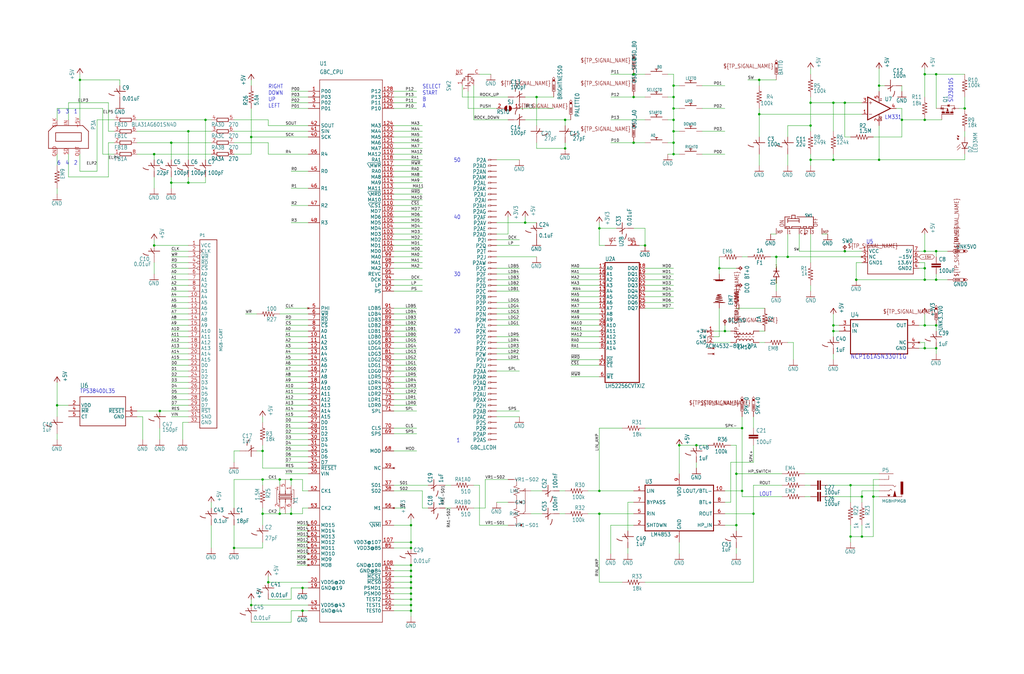
<source format=kicad_sch>
(kicad_sch (version 20250114) (generator "eeschema") (generator_version "9.0")
  (paper "User" 455.651 299.872)
  (lib_symbols
    (symbol "MGBC-MBL-01_2_1-eagle-import:+3V3" (power)
      (symbol "+3V3_1_0"
        (pin power_in line (at 0 -2.54 90) (length 2.54) (name "+3V3") (number "1"))
      )
    )
    (symbol "MGBC-MBL-01_2_1-eagle-import:+5V" (power)
      (symbol "+5V_1_0"
        (pin power_in line (at 0 -2.54 90) (length 2.54) (name "+5V") (number "1"))
      )
    )
    (symbol "MGBC-MBL-01_2_1-eagle-import:4R-NEXB38V"
      (property "Reference" "RN" (at -5.08 -3.048 0))
      (symbol "4R-NEXB38V_1_0"
        (pin passive line (at -5.08 0 0) (length 2.54) (name "1") (number "1"))
        (pin passive line (at 5.08 0 180) (length 2.54) (name "2") (number "8"))
      )
      (symbol "4R-NEXB38V_2_0"
        (pin passive line (at -5.08 0 0) (length 2.54) (name "1") (number "2"))
        (pin passive line (at 5.08 0 180) (length 2.54) (name "2") (number "7"))
      )
      (symbol "4R-NEXB38V_3_0"
        (pin passive line (at -5.08 0 0) (length 2.54) (name "1") (number "3"))
        (pin passive line (at 5.08 0 180) (length 2.54) (name "2") (number "6"))
      )
      (symbol "4R-NEXB38V_4_0"
        (pin passive line (at -5.08 0 0) (length 2.54) (name "1") (number "4"))
        (pin passive line (at 5.08 0 180) (length 2.54) (name "2") (number "5"))
      )
    )
    (symbol "MGBC-MBL-01_2_1-eagle-import:8.388608MHZ-4-PAD"
      (property "Reference" "X" (at -3.81 7.62 0))
      (symbol "8.388608MHZ-4-PAD_1_0"
        (pin passive line (at -7.62 0 0) (length 5.08) (name "5") (number "5"))
        (pin passive line (at -5.08 2.54 0) (length 2.54) (name "1") (number "1"))
        (pin passive line (at -5.08 -2.54 0) (length 2.54) (name "4") (number "4"))
        (pin passive line (at 5.08 2.54 180) (length 2.54) (name "6") (number "6"))
        (pin passive line (at 5.08 -2.54 180) (length 2.54) (name "2") (number "2"))
        (pin passive line (at 7.62 0 180) (length 5.08) (name "3") (number "3"))
      )
    )
    (symbol "MGBC-MBL-01_2_1-eagle-import:ACM4532-801-2PA"
      (property "Reference" "TR" (at -6.604 4.572 0))
      (symbol "ACM4532-801-2PA_1_0"
        (pin passive line (at -7.62 2.54 0) (length 2.54) (name "1") (number "1"))
        (pin passive line (at -7.62 -2.54 0) (length 2.54) (name "2") (number "2"))
        (pin passive line (at 5.08 2.54 180) (length 2.54) (name "4") (number "4"))
        (pin passive line (at 5.08 -2.54 180) (length 2.54) (name "3") (number "3"))
      )
    )
    (symbol "MGBC-MBL-01_2_1-eagle-import:BSS84"
      (property "Reference" "Q" (at 2.54 0 0))
      (symbol "BSS84_1_0"
        (pin passive line (at -5.08 2.54 0) (length 2.54) (name "G") (number "1"))
        (pin passive line (at 0 5.08 270) (length 2.54) (name "S") (number "2"))
        (pin passive line (at 0 -5.08 90) (length 2.54) (name "D") (number "3"))
      )
    )
    (symbol "MGBC-MBL-01_2_1-eagle-import:C-EUC1210"
      (property "Reference" "C" (at 1.524 0.381 0))
      (symbol "C-EUC1210_1_0"
        (pin passive line (at 0 2.54 270) (length 2.54) (name "1") (number "1"))
        (pin passive line (at 0 -5.08 90) (length 2.54) (name "2") (number "2"))
      )
    )
    (symbol "MGBC-MBL-01_2_1-eagle-import:C-USC0603"
      (property "Reference" "C" (at 1.016 0.635 0))
      (symbol "C-USC0603_1_0"
        (pin passive line (at 0 2.54 270) (length 2.54) (name "1") (number "1"))
        (pin passive line (at 0 -5.08 90) (length 2.54) (name "2") (number "2"))
      )
    )
    (symbol "MGBC-MBL-01_2_1-eagle-import:C-USC0805"
      (property "Reference" "C" (at 1.016 0.635 0))
      (symbol "C-USC0805_1_0"
        (pin passive line (at 0 2.54 270) (length 2.54) (name "1") (number "1"))
        (pin passive line (at 0 -5.08 90) (length 2.54) (name "2") (number "2"))
      )
    )
    (symbol "MGBC-MBL-01_2_1-eagle-import:CGRM400-G"
      (property "Reference" "D" (at 2.54 0.4826 0))
      (symbol "CGRM400-G_1_0"
        (text "SpiceOrder 1" (at -2.54 0 0) (effects (font (size 0.4064 0.3454))))
        (text "SpiceOrder 2" (at 2.54 0 0) (effects (font (size 0.4064 0.3454))))
        (pin passive line (at -2.54 0 0) (length 0) (name "A") (number "A"))
        (pin passive line (at 2.54 0 180) (length 0) (name "C") (number "C"))
      )
    )
    (symbol "MGBC-MBL-01_2_1-eagle-import:DMG_BTN1L"
      (property "Reference" "SW" (at -2.54 3.556 0))
      (symbol "DMG_BTN1L_1_0"
        (pin passive line (at -5.08 0 0) (length 2.54) (name "P$1") (number "P$1"))
        (pin passive line (at 5.08 0 180) (length 2.54) (name "P$2") (number "P$2"))
      )
    )
    (symbol "MGBC-MBL-01_2_1-eagle-import:DMG_BTN3"
      (property "Reference" "SW" (at -2.54 3.556 0))
      (symbol "DMG_BTN3_1_0"
        (pin passive line (at -5.08 0 0) (length 2.54) (name "P$1") (number "P$1"))
        (pin passive line (at 5.08 0 180) (length 2.54) (name "P$2") (number "P$2"))
      )
    )
    (symbol "MGBC-MBL-01_2_1-eagle-import:GBC_CPU"
      (property "Reference" "IC" (at -15.24 128.27 0))
      (symbol "GBC_CPU_1_0"
        (pin input line (at -20.32 116.84 0) (length 5.08) (name "P00") (number "1"))
        (pin input line (at -20.32 114.3 0) (length 5.08) (name "P03") (number "2"))
        (pin input line (at -20.32 111.76 0) (length 5.08) (name "P02") (number "3"))
        (pin input line (at -20.32 109.22 0) (length 5.08) (name "P01") (number "4"))
        (pin output line (at -20.32 101.6 0) (length 5.08) (name "SOUT") (number "42"))
        (pin input line (at -20.32 99.06 0) (length 5.08) (name "SIN") (number "41"))
        (pin output line (at -20.32 96.52 0) (length 5.08) (name "SCK") (number "40"))
        (pin bidirectional line (at -20.32 88.9 0) (length 5.08) (name "R4") (number "96"))
        (pin output line (at -20.32 81.28 0) (length 5.08) (name "R0") (number "45"))
        (pin output line (at -20.32 73.66 0) (length 5.08) (name "R1") (number "46"))
        (pin input line (at -20.32 66.04 0) (length 5.08) (name "R2") (number "47"))
        (pin input line (at -20.32 58.42 0) (length 5.08) (name "R3") (number "48"))
        (pin no_connect line (at -20.32 20.32 0) (length 5.08) (name "PHI") (number "5"))
        (pin output line (at -20.32 17.78 0) (length 5.08) (name "~{WR}") (number "6"))
        (pin output line (at -20.32 15.24 0) (length 5.08) (name "~{RD}") (number "7"))
        (pin output line (at -20.32 12.7 0) (length 5.08) (name "~{CS}") (number "8"))
        (pin output line (at -20.32 10.16 0) (length 5.08) (name "A0") (number "9"))
        (pin output line (at -20.32 7.62 0) (length 5.08) (name "A1") (number "10"))
        (pin output line (at -20.32 5.08 0) (length 5.08) (name "A2") (number "11"))
        (pin output line (at -20.32 2.54 0) (length 5.08) (name "A3") (number "12"))
        (pin output line (at -20.32 0 0) (length 5.08) (name "A4") (number "13"))
        (pin output line (at -20.32 -2.54 0) (length 5.08) (name "A5") (number "14"))
        (pin output line (at -20.32 -5.08 0) (length 5.08) (name "A6") (number "15"))
        (pin output line (at -20.32 -7.62 0) (length 5.08) (name "A7") (number "16"))
        (pin output line (at -20.32 -10.16 0) (length 5.08) (name "A8") (number "17"))
        (pin output line (at -20.32 -12.7 0) (length 5.08) (name "A9") (number "18"))
        (pin output line (at -20.32 -15.24 0) (length 5.08) (name "A10") (number "21"))
        (pin output line (at -20.32 -17.78 0) (length 5.08) (name "A11") (number "22"))
        (pin output line (at -20.32 -20.32 0) (length 5.08) (name "A12") (number "23"))
        (pin output line (at -20.32 -22.86 0) (length 5.08) (name "A13") (number "24"))
        (pin output line (at -20.32 -25.4 0) (length 5.08) (name "A14") (number "25"))
        (pin output line (at -20.32 -27.94 0) (length 5.08) (name "A15") (number "26"))
        (pin bidirectional line (at -20.32 -30.48 0) (length 5.08) (name "D0") (number "27"))
        (pin bidirectional line (at -20.32 -33.02 0) (length 5.08) (name "D1") (number "28"))
        (pin bidirectional line (at -20.32 -35.56 0) (length 5.08) (name "D2") (number "29"))
        (pin bidirectional line (at -20.32 -38.1 0) (length 5.08) (name "D3") (number "30"))
        (pin bidirectional line (at -20.32 -40.64 0) (length 5.08) (name "D4") (number "31"))
        (pin bidirectional line (at -20.32 -43.18 0) (length 5.08) (name "D5") (number "32"))
        (pin bidirectional line (at -20.32 -45.72 0) (length 5.08) (name "D6") (number "33"))
        (pin bidirectional line (at -20.32 -48.26 0) (length 5.08) (name "D7") (number "34"))
        (pin output line (at -20.32 -50.8 0) (length 5.08) (name "~{RESET}") (number "35"))
        (pin output line (at -20.32 -53.34 0) (length 5.08) (name "VIN") (number "36"))
        (pin bidirectional line (at -20.32 -60.96 0) (length 5.08) (name "CK1") (number "52"))
        (pin bidirectional line (at -20.32 -68.58 0) (length 5.08) (name "CK2") (number "53"))
        (pin no_connect line (at -20.32 -76.2 0) (length 5.08) (name "MD15") (number "60"))
        (pin no_connect line (at -20.32 -78.74 0) (length 5.08) (name "MD14") (number "61"))
        (pin no_connect line (at -20.32 -81.28 0) (length 5.08) (name "MD13") (number "62"))
        (pin no_connect line (at -20.32 -83.82 0) (length 5.08) (name "MD12") (number "63"))
        (pin no_connect line (at -20.32 -86.36 0) (length 5.08) (name "MD11") (number "64"))
        (pin no_connect line (at -20.32 -88.9 0) (length 5.08) (name "MD10") (number "65"))
        (pin no_connect line (at -20.32 -91.44 0) (length 5.08) (name "MD9") (number "66"))
        (pin no_connect line (at -20.32 -93.98 0) (length 5.08) (name "MD8") (number "67"))
        (pin power_in line (at -20.32 -101.6 0) (length 5.08) (name "VDD5@20") (number "20"))
        (pin power_in line (at -20.32 -104.14 0) (length 5.08) (name "GND@19") (number "19"))
        (pin power_in line (at -20.32 -111.76 0) (length 5.08) (name "VDD5@43") (number "43"))
        (pin power_in line (at -20.32 -114.3 0) (length 5.08) (name "GND@44") (number "44"))
        (pin input line (at 17.78 116.84 180) (length 5.08) (name "P12") (number "128"))
        (pin input line (at 17.78 114.3 180) (length 5.08) (name "P13") (number "127"))
        (pin input line (at 17.78 111.76 180) (length 5.08) (name "P11") (number "126"))
        (pin input line (at 17.78 109.22 180) (length 5.08) (name "P10") (number "125"))
        (pin bidirectional line (at 17.78 101.6 180) (length 5.08) (name "MA3") (number "124"))
        (pin bidirectional line (at 17.78 99.06 180) (length 5.08) (name "MA4") (number "123"))
        (pin bidirectional line (at 17.78 96.52 180) (length 5.08) (name "MA5") (number "122"))
        (pin bidirectional line (at 17.78 93.98 180) (length 5.08) (name "MA6") (number "121"))
        (pin bidirectional line (at 17.78 91.44 180) (length 5.08) (name "MA7") (number "120"))
        (pin bidirectional line (at 17.78 88.9 180) (length 5.08) (name "MA12") (number "119"))
        (pin bidirectional line (at 17.78 86.36 180) (length 5.08) (name "RA1") (number "118"))
        (pin bidirectional line (at 17.78 83.82 180) (length 5.08) (name "~{\\MWR}") (number "117"))
        (pin bidirectional line (at 17.78 81.28 180) (length 5.08) (name "RA0") (number "116"))
        (pin bidirectional line (at 17.78 78.74 180) (length 5.08) (name "MA8") (number "115"))
        (pin bidirectional line (at 17.78 76.2 180) (length 5.08) (name "MA9") (number "114"))
        (pin bidirectional line (at 17.78 73.66 180) (length 5.08) (name "MA11") (number "113"))
        (pin bidirectional line (at 17.78 71.12 180) (length 5.08) (name "~{\\MRD}") (number "112"))
        (pin bidirectional line (at 17.78 68.58 180) (length 5.08) (name "MA10") (number "111"))
        (pin bidirectional line (at 17.78 66.04 180) (length 5.08) (name "~{\\CS1}") (number "110"))
        (pin bidirectional line (at 17.78 63.5 180) (length 5.08) (name "MD7") (number "109"))
        (pin bidirectional line (at 17.78 60.96 180) (length 5.08) (name "MD6") (number "106"))
        (pin bidirectional line (at 17.78 58.42 180) (length 5.08) (name "MD5") (number "105"))
        (pin bidirectional line (at 17.78 55.88 180) (length 5.08) (name "MD4") (number "104"))
        (pin bidirectional line (at 17.78 53.34 180) (length 5.08) (name "MD3") (number "103"))
        (pin bidirectional line (at 17.78 50.8 180) (length 5.08) (name "MD2") (number "102"))
        (pin bidirectional line (at 17.78 48.26 180) (length 5.08) (name "MD1") (number "101"))
        (pin bidirectional line (at 17.78 45.72 180) (length 5.08) (name "MD0") (number "100"))
        (pin bidirectional line (at 17.78 43.18 180) (length 5.08) (name "MA0") (number "99"))
        (pin bidirectional line (at 17.78 40.64 180) (length 5.08) (name "MA1") (number "98"))
        (pin bidirectional line (at 17.78 38.1 180) (length 5.08) (name "MA2") (number "97"))
        (pin bidirectional line (at 17.78 35.56 180) (length 5.08) (name "REVC") (number "95"))
        (pin bidirectional line (at 17.78 33.02 180) (length 5.08) (name "DCK") (number "94"))
        (pin bidirectional line (at 17.78 30.48 180) (length 5.08) (name "LP") (number "93"))
        (pin bidirectional line (at 17.78 27.94 180) (length 5.08) (name "PS") (number "92"))
        (pin bidirectional line (at 17.78 20.32 180) (length 5.08) (name "LDB5") (number "91"))
        (pin bidirectional line (at 17.78 17.78 180) (length 5.08) (name "LDB4") (number "90"))
        (pin bidirectional line (at 17.78 15.24 180) (length 5.08) (name "LDB3") (number "89"))
        (pin bidirectional line (at 17.78 12.7 180) (length 5.08) (name "LDB2") (number "88"))
        (pin bidirectional line (at 17.78 10.16 180) (length 5.08) (name "LDB1") (number "87"))
        (pin bidirectional line (at 17.78 7.62 180) (length 5.08) (name "LDB0") (number "86"))
        (pin bidirectional line (at 17.78 5.08 180) (length 5.08) (name "LDG5") (number "83"))
        (pin bidirectional line (at 17.78 2.54 180) (length 5.08) (name "LDG4") (number "82"))
        (pin bidirectional line (at 17.78 0 180) (length 5.08) (name "LDG3") (number "81"))
        (pin bidirectional line (at 17.78 -2.54 180) (length 5.08) (name "LDG2") (number "80"))
        (pin bidirectional line (at 17.78 -5.08 180) (length 5.08) (name "LDG1") (number "79"))
        (pin bidirectional line (at 17.78 -7.62 180) (length 5.08) (name "LDG0") (number "78"))
        (pin bidirectional line (at 17.78 -10.16 180) (length 5.08) (name "LDR5") (number "77"))
        (pin bidirectional line (at 17.78 -12.7 180) (length 5.08) (name "LDR4") (number "76"))
        (pin bidirectional line (at 17.78 -15.24 180) (length 5.08) (name "LDR3") (number "75"))
        (pin bidirectional line (at 17.78 -17.78 180) (length 5.08) (name "LDR2") (number "74"))
        (pin bidirectional line (at 17.78 -20.32 180) (length 5.08) (name "LDR1") (number "73"))
        (pin bidirectional line (at 17.78 -22.86 180) (length 5.08) (name "LDR0") (number "72"))
        (pin bidirectional line (at 17.78 -25.4 180) (length 5.08) (name "SPL") (number "71"))
        (pin bidirectional line (at 17.78 -33.02 180) (length 5.08) (name "CLS") (number "70"))
        (pin bidirectional line (at 17.78 -35.56 180) (length 5.08) (name "SPS") (number "69"))
        (pin bidirectional line (at 17.78 -43.18 180) (length 5.08) (name "MOD") (number "68"))
        (pin no_connect line (at 17.78 -50.8 180) (length 5.08) (name "NC") (number "39"))
        (pin output line (at 17.78 -58.42 180) (length 5.08) (name "S01") (number "37"))
        (pin output line (at 17.78 -60.96 180) (length 5.08) (name "S02") (number "38"))
        (pin no_connect line (at 17.78 -68.58 180) (length 5.08) (name "M1") (number "56"))
        (pin input line (at 17.78 -76.2 180) (length 5.08) (name "~{\\NMI}") (number "57"))
        (pin power_in line (at 17.78 -83.82 180) (length 5.08) (name "VDD3@107") (number "107"))
        (pin power_in line (at 17.78 -86.36 180) (length 5.08) (name "VDD3@85") (number "85"))
        (pin power_in line (at 17.78 -93.98 180) (length 5.08) (name "GND@108") (number "108"))
        (pin power_in line (at 17.78 -96.52 180) (length 5.08) (name "GND@84") (number "84"))
        (pin input line (at 17.78 -99.06 180) (length 5.08) (name "~{MCS1}") (number "59"))
        (pin input line (at 17.78 -101.6 180) (length 5.08) (name "~{MCS0}") (number "58"))
        (pin input line (at 17.78 -104.14 180) (length 5.08) (name "PSMD1") (number "55"))
        (pin input line (at 17.78 -106.68 180) (length 5.08) (name "PSMD0") (number "54"))
        (pin input line (at 17.78 -109.22 180) (length 5.08) (name "TEST2") (number "51"))
        (pin input line (at 17.78 -111.76 180) (length 5.08) (name "TEST1") (number "50"))
        (pin input line (at 17.78 -114.3 180) (length 5.08) (name "TEST0") (number "49"))
      )
    )
    (symbol "MGBC-MBL-01_2_1-eagle-import:GBC_LCDH"
      (property "Reference" "X" (at 2.032 -0.762 0))
      (symbol "GBC_LCDH_1_0"
        (pin passive line (at -2.54 0 0) (length 2.54) (name "1") (number "50"))
      )
      (symbol "GBC_LCDH_2_0"
        (pin passive line (at -2.54 0 0) (length 2.54) (name "1") (number "26"))
      )
      (symbol "GBC_LCDH_3_0"
        (pin passive line (at -2.54 0 0) (length 2.54) (name "1") (number "27"))
      )
      (symbol "GBC_LCDH_4_0"
        (pin passive line (at -2.54 0 0) (length 2.54) (name "1") (number "28"))
      )
      (symbol "GBC_LCDH_5_0"
        (pin passive line (at -2.54 0 0) (length 2.54) (name "1") (number "29"))
      )
      (symbol "GBC_LCDH_6_0"
        (pin passive line (at -2.54 0 0) (length 2.54) (name "1") (number "30"))
      )
      (symbol "GBC_LCDH_7_0"
        (pin passive line (at -2.54 0 0) (length 2.54) (name "1") (number "31"))
      )
      (symbol "GBC_LCDH_8_0"
        (pin passive line (at -2.54 0 0) (length 2.54) (name "1") (number "7"))
      )
      (symbol "GBC_LCDH_9_0"
        (pin passive line (at -2.54 0 0) (length 2.54) (name "1") (number "36"))
      )
      (symbol "GBC_LCDH_10_0"
        (pin passive line (at -2.54 0 0) (length 2.54) (name "1") (number "33"))
      )
      (symbol "GBC_LCDH_11_0"
        (pin passive line (at -2.54 0 0) (length 2.54) (name "1") (number "20"))
      )
      (symbol "GBC_LCDH_12_0"
        (pin passive line (at -2.54 0 0) (length 2.54) (name "1") (number "21"))
      )
      (symbol "GBC_LCDH_13_0"
        (pin passive line (at -2.54 0 0) (length 2.54) (name "1") (number "22"))
      )
      (symbol "GBC_LCDH_14_0"
        (pin passive line (at -2.54 0 0) (length 2.54) (name "1") (number "23"))
      )
      (symbol "GBC_LCDH_15_0"
        (pin passive line (at -2.54 0 0) (length 2.54) (name "1") (number "24"))
      )
      (symbol "GBC_LCDH_16_0"
        (pin passive line (at -2.54 0 0) (length 2.54) (name "1") (number "25"))
      )
      (symbol "GBC_LCDH_17_0"
        (pin passive line (at -2.54 0 0) (length 2.54) (name "1") (number "35"))
      )
      (symbol "GBC_LCDH_18_0"
        (pin passive line (at -2.54 0 0) (length 2.54) (name "1") (number "3"))
      )
      (symbol "GBC_LCDH_19_0"
        (pin passive line (at -2.54 0 0) (length 2.54) (name "1") (number "4"))
      )
      (symbol "GBC_LCDH_20_0"
        (pin passive line (at -2.54 0 0) (length 2.54) (name "1") (number "34"))
      )
      (symbol "GBC_LCDH_21_0"
        (pin passive line (at -2.54 0 0) (length 2.54) (name "1") (number "14"))
      )
      (symbol "GBC_LCDH_22_0"
        (pin passive line (at -2.54 0 0) (length 2.54) (name "1") (number "15"))
      )
      (symbol "GBC_LCDH_23_0"
        (pin passive line (at -2.54 0 0) (length 2.54) (name "1") (number "16"))
      )
      (symbol "GBC_LCDH_24_0"
        (pin passive line (at -2.54 0 0) (length 2.54) (name "1") (number "17"))
      )
      (symbol "GBC_LCDH_25_0"
        (pin passive line (at -2.54 0 0) (length 2.54) (name "1") (number "18"))
      )
      (symbol "GBC_LCDH_26_0"
        (pin passive line (at -2.54 0 0) (length 2.54) (name "1") (number "19"))
      )
      (symbol "GBC_LCDH_27_0"
        (pin passive line (at -2.54 0 0) (length 2.54) (name "1") (number "13"))
      )
      (symbol "GBC_LCDH_28_0"
        (pin passive line (at -2.54 0 0) (length 2.54) (name "1") (number "6"))
      )
      (symbol "GBC_LCDH_29_0"
        (pin passive line (at -2.54 0 0) (length 2.54) (name "1") (number "5"))
      )
      (symbol "GBC_LCDH_30_0"
        (pin passive line (at -2.54 0 0) (length 2.54) (name "1") (number "37"))
      )
      (symbol "GBC_LCDH_31_0"
        (pin passive line (at -2.54 0 0) (length 2.54) (name "1") (number "38"))
      )
      (symbol "GBC_LCDH_32_0"
        (pin passive line (at -2.54 0 0) (length 2.54) (name "1") (number "40"))
      )
      (symbol "GBC_LCDH_33_0"
        (pin passive line (at -2.54 0 0) (length 2.54) (name "1") (number "41"))
      )
      (symbol "GBC_LCDH_34_0"
        (pin passive line (at -2.54 0 0) (length 2.54) (name "1") (number "42"))
      )
      (symbol "GBC_LCDH_35_0"
        (pin passive line (at -2.54 0 0) (length 2.54) (name "1") (number "43"))
      )
      (symbol "GBC_LCDH_36_0"
        (pin passive line (at -2.54 0 0) (length 2.54) (name "1") (number "44"))
      )
      (symbol "GBC_LCDH_37_0"
        (pin passive line (at -2.54 0 0) (length 2.54) (name "1") (number "45"))
      )
      (symbol "GBC_LCDH_38_0"
        (pin passive line (at -2.54 0 0) (length 2.54) (name "1") (number "46"))
      )
      (symbol "GBC_LCDH_39_0"
        (pin passive line (at -2.54 0 0) (length 2.54) (name "1") (number "47"))
      )
      (symbol "GBC_LCDH_40_0"
        (pin passive line (at -2.54 0 0) (length 2.54) (name "1") (number "48"))
      )
      (symbol "GBC_LCDH_41_0"
        (pin passive line (at -2.54 0 0) (length 2.54) (name "1") (number "49"))
      )
      (symbol "GBC_LCDH_42_0"
        (pin passive line (at -2.54 0 0) (length 2.54) (name "1") (number "2"))
      )
      (symbol "GBC_LCDH_43_0"
        (pin passive line (at -2.54 0 0) (length 2.54) (name "1") (number "11"))
      )
      (symbol "GBC_LCDH_44_0"
        (pin passive line (at -2.54 0 0) (length 2.54) (name "1") (number "12"))
      )
      (symbol "GBC_LCDH_45_0"
        (pin passive line (at -2.54 0 0) (length 2.54) (name "1") (number "1"))
      )
      (symbol "GBC_LCDH_46_0"
        (pin passive line (at -2.54 0 0) (length 2.54) (name "1") (number "10"))
      )
      (symbol "GBC_LCDH_47_0"
        (pin passive line (at -2.54 0 0) (length 2.54) (name "1") (number "9"))
      )
      (symbol "GBC_LCDH_48_0"
        (pin passive line (at -2.54 0 0) (length 2.54) (name "1") (number "39"))
      )
      (symbol "GBC_LCDH_49_0"
        (pin passive line (at -2.54 0 0) (length 2.54) (name "1") (number "32"))
      )
      (symbol "GBC_LCDH_50_0"
        (pin passive line (at -2.54 0 0) (length 2.54) (name "1") (number "8"))
      )
    )
    (symbol "MGBC-MBL-01_2_1-eagle-import:GND" (power)
      (symbol "GND_1_0"
        (pin power_in line (at 0 2.54 270) (length 2.54) (name "GND") (number "1"))
      )
    )
    (symbol "MGBC-MBL-01_2_1-eagle-import:LED3MM"
      (property "Reference" "LED" (at 3.556 -4.572 90))
      (symbol "LED3MM_1_0"
        (pin passive line (at 0 2.54 270) (length 2.54) (name "A") (number "A"))
        (pin passive line (at 0 -5.08 90) (length 2.54) (name "C") (number "K"))
      )
    )
    (symbol "MGBC-MBL-01_2_1-eagle-import:LH52256CVTZ"
      (property "Reference" "IC" (at -0.635 -0.635 0))
      (symbol "LH52256CVTZ_1_0"
        (pin input line (at -10.16 22.86 0) (length 2.54) (name "A0") (number "17"))
        (pin input line (at -10.16 20.32 0) (length 2.54) (name "A1") (number "16"))
        (pin input line (at -10.16 17.78 0) (length 2.54) (name "A2") (number "15"))
        (pin input line (at -10.16 15.24 0) (length 2.54) (name "A3") (number "14"))
        (pin input line (at -10.16 12.7 0) (length 2.54) (name "A4") (number "13"))
        (pin input line (at -10.16 10.16 0) (length 2.54) (name "A5") (number "12"))
        (pin input line (at -10.16 7.62 0) (length 2.54) (name "A6") (number "11"))
        (pin input line (at -10.16 5.08 0) (length 2.54) (name "A7") (number "10"))
        (pin input line (at -10.16 2.54 0) (length 2.54) (name "A8") (number "4"))
        (pin input line (at -10.16 0 0) (length 2.54) (name "A9") (number "3"))
        (pin input line (at -10.16 -2.54 0) (length 2.54) (name "A10") (number "28"))
        (pin input line (at -10.16 -5.08 0) (length 2.54) (name "A11") (number "2"))
        (pin input line (at -10.16 -7.62 0) (length 2.54) (name "A12") (number "9"))
        (pin input line (at -10.16 -10.16 0) (length 2.54) (name "A13") (number "5"))
        (pin input line (at -10.16 -12.7 0) (length 2.54) (name "A14") (number "8"))
        (pin input line (at -10.16 -17.78 0) (length 2.54) (name "~{OE}") (number "1"))
        (pin input line (at -10.16 -20.32 0) (length 2.54) (name "~{CE}") (number "27"))
        (pin input line (at -10.16 -25.4 0) (length 2.54) (name "~{WE}") (number "6"))
        (pin bidirectional line (at 10.16 22.86 180) (length 2.54) (name "DQ0") (number "18"))
        (pin bidirectional line (at 10.16 20.32 180) (length 2.54) (name "DQ1") (number "19"))
        (pin bidirectional line (at 10.16 17.78 180) (length 2.54) (name "DQ2") (number "20"))
        (pin bidirectional line (at 10.16 15.24 180) (length 2.54) (name "DQ3") (number "22"))
        (pin bidirectional line (at 10.16 12.7 180) (length 2.54) (name "DQ4") (number "23"))
        (pin bidirectional line (at 10.16 10.16 180) (length 2.54) (name "DQ5") (number "24"))
        (pin bidirectional line (at 10.16 7.62 180) (length 2.54) (name "DQ6") (number "25"))
        (pin bidirectional line (at 10.16 5.08 180) (length 2.54) (name "DQ7") (number "26"))
      )
      (symbol "LH52256CVTZ_2_0"
        (text "VCC" (at 1.905 2.667 900) (effects (font (size 1.27 1.0795)) (justify left bottom)))
        (text "GND" (at 1.905 -5.842 900) (effects (font (size 1.27 1.0795)) (justify left bottom)))
        (pin power_in line (at 0 7.62 270) (length 5.08) (name "VCC") (number "7"))
        (pin power_in line (at 0 -7.62 90) (length 5.08) (name "GND") (number "21"))
      )
    )
    (symbol "MGBC-MBL-01_2_1-eagle-import:LINKPORTCGB-LINK"
      (symbol "LINKPORTCGB-LINK_1_0"
        (pin bidirectional line (at -7.62 5.08 0) (length 2.54) (name "+5V") (number "+5V"))
        (pin bidirectional line (at -7.62 0 0) (length 2.54) (name "IN") (number "IN"))
        (pin bidirectional line (at -7.62 -5.08 0) (length 2.54) (name "CLK") (number "CLK"))
        (pin bidirectional line (at 7.62 5.08 180) (length 2.54) (name "OUT") (number "OUT"))
        (pin bidirectional line (at 7.62 0 180) (length 2.54) (name "SD") (number "SD"))
        (pin bidirectional line (at 7.62 -5.08 180) (length 2.54) (name "GND") (number "GND"))
      )
      (symbol "LINKPORTCGB-LINK_2_0"
        (pin power_in line (at 0 7.62 270) (length 5.08) (name "GND") (number "P$7"))
      )
      (symbol "LINKPORTCGB-LINK_3_0"
        (pin power_in line (at 0 7.62 270) (length 5.08) (name "GND") (number "P$10"))
      )
    )
    (symbol "MGBC-MBL-01_2_1-eagle-import:LM4853"
      (property "Reference" "IC" (at -20.32 15.875 0))
      (symbol "LM4853_1_0"
        (pin input line (at -20.32 7.62 0) (length 5.08) (name "LIN") (number "1"))
        (pin bidirectional line (at -20.32 2.54 0) (length 5.08) (name "BYPASS") (number "7"))
        (pin input line (at -20.32 -2.54 0) (length 5.08) (name "RIN") (number "5"))
        (pin input line (at -20.32 -7.62 0) (length 5.08) (name "SHTDWN") (number "2"))
        (pin power_in line (at 0 15.24 270) (length 5.08) (name "VDD") (number "9"))
        (pin power_in line (at 0 -15.24 90) (length 5.08) (name "GND") (number "4"))
        (pin output line (at 20.32 7.62 180) (length 5.08) (name "LOUT/BTL-") (number "10"))
        (pin output line (at 20.32 2.54 180) (length 5.08) (name "BTL+") (number "8"))
        (pin output line (at 20.32 -2.54 180) (length 5.08) (name "ROUT") (number "6"))
        (pin input line (at 20.32 -7.62 180) (length 5.08) (name "HP_IN") (number "3"))
      )
    )
    (symbol "MGBC-MBL-01_2_1-eagle-import:MGB+BATTERY4"
      (symbol "MGB+BATTERY4_1_0"
        (pin bidirectional line (at -2.54 0 0) (length 2.54) (name "P$1") (number "P$1"))
        (pin bidirectional line (at -2.54 0 0) (length 2.54) (name "P$1") (number "P$2"))
        (pin bidirectional line (at -2.54 0 0) (length 2.54) (name "P$1") (number "P$3"))
      )
    )
    (symbol "MGBC-MBL-01_2_1-eagle-import:MGB-BATTERY4"
      (symbol "MGB-BATTERY4_1_0"
        (pin bidirectional line (at -2.54 0 0) (length 2.54) (name "P$1") (number "P$1"))
        (pin bidirectional line (at -2.54 0 0) (length 2.54) (name "P$1") (number "P$3"))
        (pin bidirectional line (at -2.54 0 0) (length 2.54) (name "P$1") (number "P$4"))
      )
    )
    (symbol "MGBC-MBL-01_2_1-eagle-import:MGB-CART"
      (symbol "MGB-CART_1_0"
        (pin power_in line (at -5.08 38.1 0) (length 5.08) (name "VCC") (number "1"))
        (pin input clock (at -5.08 35.56 0) (length 5.08) (name "CLK") (number "2"))
        (pin output inverted (at -5.08 33.02 0) (length 5.08) (name "~{WR}") (number "3"))
        (pin output inverted (at -5.08 30.48 0) (length 5.08) (name "~{RD}") (number "4"))
        (pin output inverted (at -5.08 27.94 0) (length 5.08) (name "~{CS}") (number "5"))
        (pin output line (at -5.08 25.4 0) (length 5.08) (name "A0") (number "6"))
        (pin output line (at -5.08 22.86 0) (length 5.08) (name "A1") (number "7"))
        (pin output line (at -5.08 20.32 0) (length 5.08) (name "A2") (number "8"))
        (pin output line (at -5.08 17.78 0) (length 5.08) (name "A3") (number "9"))
        (pin output line (at -5.08 15.24 0) (length 5.08) (name "A4") (number "10"))
        (pin output line (at -5.08 12.7 0) (length 5.08) (name "A5") (number "11"))
        (pin output line (at -5.08 10.16 0) (length 5.08) (name "A6") (number "12"))
        (pin output line (at -5.08 7.62 0) (length 5.08) (name "A7") (number "13"))
        (pin output line (at -5.08 5.08 0) (length 5.08) (name "A8") (number "14"))
        (pin output line (at -5.08 2.54 0) (length 5.08) (name "A9") (number "15"))
        (pin output line (at -5.08 0 0) (length 5.08) (name "A10") (number "16"))
        (pin output line (at -5.08 -2.54 0) (length 5.08) (name "A11") (number "17"))
        (pin output line (at -5.08 -5.08 0) (length 5.08) (name "A12") (number "18"))
        (pin output line (at -5.08 -7.62 0) (length 5.08) (name "A13") (number "19"))
        (pin output line (at -5.08 -10.16 0) (length 5.08) (name "A14") (number "20"))
        (pin output line (at -5.08 -12.7 0) (length 5.08) (name "A15") (number "21"))
        (pin bidirectional line (at -5.08 -15.24 0) (length 5.08) (name "D0") (number "22"))
        (pin bidirectional line (at -5.08 -17.78 0) (length 5.08) (name "D1") (number "23"))
        (pin bidirectional line (at -5.08 -20.32 0) (length 5.08) (name "D2") (number "24"))
        (pin bidirectional line (at -5.08 -22.86 0) (length 5.08) (name "D3") (number "25"))
        (pin bidirectional line (at -5.08 -25.4 0) (length 5.08) (name "D4") (number "26"))
        (pin bidirectional line (at -5.08 -27.94 0) (length 5.08) (name "D5") (number "27"))
        (pin bidirectional line (at -5.08 -30.48 0) (length 5.08) (name "D6") (number "28"))
        (pin bidirectional line (at -5.08 -33.02 0) (length 5.08) (name "D7") (number "29"))
        (pin output inverted (at -5.08 -35.56 0) (length 5.08) (name "~{RST}") (number "30"))
        (pin input line (at -5.08 -38.1 0) (length 5.08) (name "SND") (number "31"))
        (pin power_in line (at -5.08 -40.64 0) (length 5.08) (name "GND") (number "32"))
      )
    )
    (symbol "MGBC-MBL-01_2_1-eagle-import:MGB-POT{dblquote}{dblquote}"
      (symbol "MGB-POT{dblquote}{dblquote}_1_0"
        (pin bidirectional line (at -5.08 12.7 0) (length 2.54) (name "VR1-S02") (number "P$4"))
        (pin bidirectional line (at -5.08 2.54 0) (length 2.54) (name "GND") (number "P$1"))
        (pin bidirectional line (at -5.08 -7.62 0) (length 2.54) (name "VR1-S01") (number "P$5"))
        (pin bidirectional line (at 5.08 7.62 180) (length 5.08) (name "LIN") (number "P$3"))
        (pin bidirectional line (at 5.08 -2.54 180) (length 5.08) (name "RIN") (number "P$2"))
      )
      (symbol "MGB-POT{dblquote}{dblquote}_2_0"
        (pin power_in line (at 0 7.62 270) (length 5.08) (name "GND") (number "P$6"))
      )
      (symbol "MGB-POT{dblquote}{dblquote}_3_0"
        (pin power_in line (at 0 7.62 270) (length 5.08) (name "GND") (number "P$7"))
      )
    )
    (symbol "MGBC-MBL-01_2_1-eagle-import:MGB-PWRJACK"
      (symbol "MGB-PWRJACK_1_0"
        (pin bidirectional line (at 2.54 2.54 180) (length 2.54) (name "+3V") (number "1"))
        (pin bidirectional line (at 2.54 0 180) (length 2.54) (name "SW") (number "3"))
        (pin bidirectional line (at 2.54 -2.54 180) (length 2.54) (name "GND") (number "2"))
        (pin no_connect line (at 2.54 -5.08 180) (length 2.54) (name "GND1") (number "4"))
        (pin no_connect line (at 2.54 -7.62 180) (length 2.54) (name "GND2") (number "5"))
      )
    )
    (symbol "MGBC-MBL-01_2_1-eagle-import:MGB-PWR_BD"
      (symbol "MGB-PWR_BD_1_0"
        (pin input line (at -12.7 2.54 0) (length 2.54) (name "VCC") (number "1"))
        (pin no_connect line (at -12.7 0 0) (length 2.54) (name "NC") (number "2"))
        (pin power_in line (at -12.7 -2.54 0) (length 2.54) (name "GND1") (number "3"))
        (pin power_in line (at 12.7 2.54 180) (length 2.54) (name "5V") (number "7"))
        (pin power_in line (at 12.7 0 180) (length 2.54) (name "-15V") (number "6"))
        (pin power_in line (at 12.7 -2.54 180) (length 2.54) (name "13.6V") (number "5"))
        (pin power_in line (at 12.7 -5.08 180) (length 2.54) (name "GND2") (number "4"))
      )
    )
    (symbol "MGBC-MBL-01_2_1-eagle-import:MGB-SW1"
      (symbol "MGB-SW1_1_0"
        (text "MP" (at -4.826 -7.62 0) (effects (font (size 1.4224 1.209)) (justify left bottom)))
        (text "ON" (at -1.524 -4.572 900) (effects (font (size 1.778 1.5113)) (justify left bottom)))
        (text "1" (at 0.254 -7.62 0) (effects (font (size 1.4224 1.209)) (justify left bottom)))
        (text "C" (at 5.334 -7.62 0) (effects (font (size 1.4224 1.209)) (justify left bottom)))
        (text "2" (at 7.874 -7.62 0) (effects (font (size 1.4224 1.209)) (justify left bottom)))
        (text "3" (at 10.414 -7.62 0) (effects (font (size 1.4224 1.209)) (justify left bottom)))
        (text "OFF" (at 13.462 -4.572 900) (effects (font (size 1.778 1.5113)) (justify left bottom)))
        (text "MP" (at 15.494 -7.62 0) (effects (font (size 1.4224 1.209)) (justify left bottom)))
        (pin power_in line (at -5.08 -7.62 90) (length 2.54) (name "MP1") (number "P$MP1"))
        (pin bidirectional line (at 0 -7.62 90) (length 2.54) (name "1") (number "P$1"))
        (pin bidirectional line (at 5.08 -7.62 90) (length 2.54) (name "C") (number "P$C"))
        (pin no_connect line (at 7.62 -7.62 90) (length 2.54) (name "2") (number "P$2"))
        (pin bidirectional line (at 10.16 -7.62 90) (length 2.54) (name "3") (number "P$3"))
        (pin power_in line (at 15.24 -7.62 90) (length 2.54) (name "MP2") (number "P$MP2"))
      )
    )
    (symbol "MGBC-MBL-01_2_1-eagle-import:MGBHPMGB"
      (symbol "MGBHPMGB_1_0"
        (pin bidirectional line (at -5.08 5.08 0) (length 2.54) (name "SWA") (number "SW"))
        (pin bidirectional line (at -5.08 2.54 0) (length 2.54) (name "SWB") (number "SWGND"))
        (pin bidirectional line (at -5.08 0 0) (length 2.54) (name "R") (number "R"))
        (pin bidirectional line (at -5.08 -2.54 0) (length 2.54) (name "T") (number "L"))
        (pin bidirectional line (at -5.08 -5.08 0) (length 2.54) (name "S") (number "GND"))
      )
    )
    (symbol "MGBC-MBL-01_2_1-eagle-import:MGB_BTN12"
      (property "Reference" "SW" (at -2.54 3.556 0))
      (symbol "MGB_BTN12_1_0"
        (pin passive line (at -5.08 0 0) (length 2.54) (name "P$1") (number "P$1"))
        (pin passive line (at 5.08 0 180) (length 2.54) (name "P$2") (number "P$2"))
      )
    )
    (symbol "MGBC-MBL-01_2_1-eagle-import:NAV_SWITCH"
      (property "Reference" "S" (at 10.16 -2.54 90))
      (symbol "NAV_SWITCH_1_0"
        (pin no_connect line (at -5.08 2.54 0) (length 2.54) (name "NC") (number "NC"))
        (pin passive line (at -2.54 -2.54 90) (length 2.54) (name "1") (number "1"))
        (pin passive line (at 0 -5.08 90) (length 2.54) (name "T") (number "T"))
        (pin passive line (at 2.54 -2.54 90) (length 2.54) (name "2") (number "2"))
        (pin passive line (at 5.08 2.54 180) (length 2.54) (name "C") (number "C"))
      )
    )
    (symbol "MGBC-MBL-01_2_1-eagle-import:PTR1B1,27"
      (property "Reference" "TP" (at -1.016 -6.35 90))
      (symbol "PTR1B1,27_1_0"
        (text "${TP_SIGNAL_NAME}" (at 1.27 -2.54 0) (effects (font (size 1.778 1.5113)) (justify left bottom)))
        (pin input line (at 0 2.54 270) (length 2.54) (name "TP") (number "TP"))
      )
    )
    (symbol "MGBC-MBL-01_2_1-eagle-import:PTR1PAD1-13"
      (property "Reference" "TP" (at -1.016 -6.35 90))
      (symbol "PTR1PAD1-13_1_0"
        (text "${TP_SIGNAL_NAME}" (at 1.27 -2.54 0) (effects (font (size 1.778 1.5113)) (justify left bottom)))
        (pin input line (at 0 2.54 270) (length 2.54) (name "TP") (number "TP"))
      )
    )
    (symbol "MGBC-MBL-01_2_1-eagle-import:PTR1TP20R"
      (property "Reference" "TP" (at -1.016 -6.35 90))
      (symbol "PTR1TP20R_1_0"
        (text "${TP_SIGNAL_NAME}" (at 1.27 -2.54 0) (effects (font (size 1.778 1.5113)) (justify left bottom)))
        (pin input line (at 0 2.54 270) (length 2.54) (name "TP") (number "TP"))
      )
    )
    (symbol "MGBC-MBL-01_2_1-eagle-import:R-US_R0603"
      (property "Reference" "R" (at -3.81 1.4986 0))
      (symbol "R-US_R0603_1_0"
        (pin passive line (at -5.08 0 0) (length 2.54) (name "1") (number "1"))
        (pin passive line (at 5.08 0 180) (length 2.54) (name "2") (number "2"))
      )
    )
    (symbol "MGBC-MBL-01_2_1-eagle-import:R-US_R0805"
      (property "Reference" "R" (at -3.81 1.4986 0))
      (symbol "R-US_R0805_1_0"
        (pin passive line (at -5.08 0 0) (length 2.54) (name "1") (number "1"))
        (pin passive line (at 5.08 0 180) (length 2.54) (name "2") (number "2"))
      )
    )
    (symbol "MGBC-MBL-01_2_1-eagle-import:SJ"
      (property "Reference" "SJ" (at -2.54 2.54 0))
      (symbol "SJ_1_0"
        (pin passive line (at -5.08 0 0) (length 2.54) (name "1") (number "1"))
        (pin passive line (at 5.08 0 180) (length 2.54) (name "2") (number "2"))
      )
    )
    (symbol "MGBC-MBL-01_2_1-eagle-import:TL331"
      (property "Reference" "IC" (at 2.54 3.175 0))
      (symbol "TL331_1_0"
        (text "V+" (at 1.27 3.175 900) (effects (font (size 0.8128 0.6908)) (justify left bottom)))
        (text "GND" (at 1.27 -5.715 900) (effects (font (size 0.8128 0.6908)) (justify left bottom)))
        (pin input line (at -7.62 2.54 0) (length 2.54) (name "+IN") (number "3"))
        (pin input line (at -7.62 -2.54 0) (length 2.54) (name "-IN") (number "1"))
        (pin power_in line (at 0 7.62 270) (length 5.08) (name "V+") (number "5"))
        (pin power_in line (at 0 -7.62 90) (length 5.08) (name "GND") (number "2"))
        (pin output line (at 7.62 0 180) (length 2.54) (name "OUT") (number "4"))
      )
    )
    (symbol "MGBC-MBL-01_2_1-eagle-import:TLV70233QDBVRQ1"
      (property "Reference" "U" (at -12.7 8.62 0))
      (symbol "TLV70233QDBVRQ1_1_0"
        (pin input line (at -17.78 5.08 0) (length 5.08) (name "EN") (number "3"))
        (pin input line (at -17.78 2.54 0) (length 5.08) (name "IN") (number "1"))
        (pin output line (at 17.78 5.08 180) (length 5.08) (name "OUT") (number "5"))
        (pin no_connect line (at 17.78 -2.54 180) (length 5.08) (name "NC") (number "4"))
        (pin power_in line (at 17.78 -5.08 180) (length 5.08) (name "GND") (number "2"))
      )
    )
    (symbol "MGBC-MBL-01_2_1-eagle-import:TPPAD1-13"
      (property "Reference" "TP" (at -1.27 1.27 0))
      (symbol "TPPAD1-13_1_0"
        (text "${TP_SIGNAL_NAME}" (at 1.27 -1.27 0) (effects (font (size 1.778 1.5113)) (justify left bottom)))
        (pin input line (at 0 -2.54 90) (length 2.54) (name "TP") (number "TP"))
      )
    )
    (symbol "MGBC-MBL-01_2_1-eagle-import:TPS3840"
      (symbol "TPS3840_1_0"
        (pin power_in line (at -15.24 2.54 0) (length 5.08) (name "VDD") (number "2"))
        (pin input line (at -15.24 0 0) (length 5.08) (name "~{MR}") (number "4"))
        (pin bidirectional line (at -15.24 -2.54 0) (length 5.08) (name "CT") (number "5"))
        (pin output line (at 15.24 0 180) (length 5.08) (name "~{RESET}") (number "1"))
        (pin power_in line (at 15.24 -2.54 180) (length 5.08) (name "GND") (number "3"))
      )
    )
    (symbol "MGBC-MBL-01_2_1-eagle-import:TPTP20R"
      (property "Reference" "TP" (at -1.27 1.27 0))
      (symbol "TPTP20R_1_0"
        (text "${TP_SIGNAL_NAME}" (at 1.27 -1.27 0) (effects (font (size 1.778 1.5113)) (justify left bottom)))
        (pin input line (at 0 -2.54 90) (length 2.54) (name "TP") (number "TP"))
      )
    )
  )
  (text "LM331" (at 393.7 53.34 0) (effects (font (size 1.778 1.5113)) (justify left bottom)))
  (text "30" (at 204.978 121.158 0) (effects (font (size 1.778 1.5113)) (justify right top)))
  (text "Si2301DS" (at 424.18 45.72 90) (effects (font (size 1.778 1.5113)) (justify left bottom)))
  (text "50" (at 204.978 70.358 0) (effects (font (size 1.778 1.5113)) (justify right top)))
  (text "NCP161ASN330T1G" (at 378.46 160.02 0) (effects (font (size 2.032 1.7272)) (justify left bottom)))
  (text "5  3  1" (at 25.4 50.8 0) (effects (font (size 1.778 1.5113)) (justify left bottom)))
  (text "SELECT\nSTART\nB\nA" (at 187.96 48.26 0) (effects (font (size 1.778 1.5113)) (justify left bottom)))
  (text "LOUT" (at 337.82 220.98 0) (effects (font (size 1.778 1.5113)) (justify left bottom)))
  (text "1" (at 204.724 195.072 0) (effects (font (size 1.778 1.5113)) (justify right top)))
  (text "6  4  2" (at 25.4 73.66 0) (effects (font (size 1.778 1.5113)) (justify left bottom)))
  (text "U5" (at 388.62 106.68 0) (effects (font (size 1.778 1.5113)) (justify right top)))
  (text "RIGHT\nDOWN\nUP\nLEFT" (at 119.38 48.26 0) (effects (font (size 1.778 1.5113)) (justify left bottom)))
  (text "TPS3840DL35" (at 35.56 175.26 0) (effects (font (size 1.778 1.5113)) (justify left bottom)))
  (text "20" (at 204.978 146.558 0) (effects (font (size 1.778 1.5113)) (justify right top)))
  (text "40" (at 204.978 95.758 0) (effects (font (size 1.778 1.5113)) (justify right top)))
  (junction (at 388.62 220.98))
  (junction (at 129.54 228.6))
  (junction (at 401.32 53.34))
  (junction (at 25.4 180.34))
  (junction (at 370.84 144.78))
  (junction (at 381 124.46))
  (junction (at 281.94 63.5))
  (junction (at 83.82 58.42))
  (junction (at 302.26 198.12))
  (junction (at 411.48 111.76))
  (junction (at 134.62 271.78))
  (junction (at 266.7 101.6))
  (junction (at 360.68 55.88))
  (junction (at 309.88 198.12))
  (junction (at 416.56 154.94))
  (junction (at 299.72 58.42))
  (junction (at 375.92 111.76))
  (junction (at 330.2 218.44))
  (junction (at 411.48 144.78))
  (junction (at 411.48 53.34))
  (junction (at 124.46 228.6))
  (junction (at 370.84 71.12))
  (junction (at 345.44 114.3))
  (junction (at 360.68 45.72))
  (junction (at 83.82 81.28))
  (junction (at 68.58 68.58))
  (junction (at 129.54 213.36))
  (junction (at 299.72 68.58))
  (junction (at 416.56 144.78))
  (junction (at 182.88 241.3))
  (junction (at 119.38 259.08))
  (junction (at 182.88 251.46))
  (junction (at 35.56 35.56))
  (junction (at 68.58 109.22))
  (junction (at 182.88 243.84))
  (junction (at 378.46 238.76))
  (junction (at 299.72 53.34))
  (junction (at 299.72 48.26))
  (junction (at 182.88 261.62))
  (junction (at 375.92 45.72))
  (junction (at 320.04 119.38))
  (junction (at 383.54 238.76))
  (junction (at 411.48 124.46))
  (junction (at 251.46 53.34))
  (junction (at 299.72 63.5))
  (junction (at 111.76 269.24))
  (junction (at 182.88 256.54))
  (junction (at 266.7 228.6))
  (junction (at 337.82 50.8))
  (junction (at 411.48 154.94))
  (junction (at 281.94 43.18))
  (junction (at 233.68 99.06))
  (junction (at 124.46 213.36))
  (junction (at 327.66 210.82))
  (junction (at 370.84 147.32))
  (junction (at 281.94 33.02))
  (junction (at 182.88 271.78))
  (junction (at 416.56 33.02))
  (junction (at 182.88 269.24))
  (junction (at 327.66 233.68))
  (junction (at 182.88 233.68))
  (junction (at 411.48 119.38))
  (junction (at 287.02 109.22))
  (junction (at 322.58 147.32))
  (junction (at 76.2 63.5))
  (junction (at 182.88 264.16))
  (junction (at 104.14 243.84))
  (junction (at 134.62 261.62))
  (junction (at 383.54 220.98))
  (junction (at 416.56 124.46))
  (junction (at 182.88 266.7))
  (junction (at 429.26 48.26))
  (junction (at 266.7 218.44))
  (junction (at 391.16 71.12))
  (junction (at 71.12 182.88))
  (junction (at 182.88 254))
  (junction (at 116.84 228.6))
  (junction (at 299.72 43.18))
  (junction (at 411.48 33.02))
  (junction (at 350.52 114.3))
  (junction (at 416.56 111.76))
  (junction (at 335.28 228.6))
  (junction (at 251.46 66.04))
  (junction (at 378.46 215.9))
  (junction (at 91.44 53.34))
  (junction (at 238.76 43.18))
  (junction (at 299.72 38.1))
  (junction (at 337.82 35.56))
  (junction (at 111.76 60.96))
  (junction (at 360.68 71.12))
  (junction (at 116.84 213.36))
  (junction (at 391.16 38.1))
  (junction (at 182.88 259.08))
  (junction (at 330.2 190.5))
  (junction (at 370.84 45.72))
  (junction (at 116.84 200.66))
  (junction (at 76.2 81.28))
  (wire (pts (xy 83.82 119.38) (xy 76.2 119.38)) (stroke (width 0.1524)))
  (wire (pts (xy 360.68 33.02) (xy 360.68 30.48)) (stroke (width 0.1524)))
  (wire (pts (xy 320.04 119.38) (xy 320.04 121.92)) (stroke (width 0.1524)))
  (wire (pts (xy 137.16 147.32) (xy 127 147.32)) (stroke (width 0.1524)))
  (wire (pts (xy 287.02 119.38) (xy 299.72 119.38)) (stroke (width 0.1524)))
  (wire (pts (xy 137.16 60.96) (xy 111.76 60.96)) (stroke (width 0.1524)))
  (wire (pts (xy 345.44 35.56) (xy 337.82 35.56)) (stroke (width 0.1524)))
  (wire (pts (xy 68.58 109.22) (xy 83.82 109.22)) (stroke (width 0.1524)))
  (wire (pts (xy 269.24 109.22) (xy 266.7 109.22)) (stroke (width 0.1524)))
  (wire (pts (xy 279.4 223.52) (xy 279.4 236.22)) (stroke (width 0.1524)))
  (wire (pts (xy 411.48 111.76) (xy 416.56 111.76)) (stroke (width 0.1524)))
  (wire (pts (xy 281.94 223.52) (xy 279.4 223.52)) (stroke (width 0.1524)))
  (wire (pts (xy 213.36 33.02) (xy 218.44 33.02)) (stroke (width 0.1524)))
  (wire (pts (xy 220.98 134.62) (xy 231.14 134.62)) (stroke (width 0.1524)))
  (wire (pts (xy 411.48 119.38) (xy 408.94 119.38)) (stroke (width 0.1524)))
  (wire (pts (xy 60.96 185.42) (xy 63.5 185.42)) (stroke (width 0.1524)))
  (wire (pts (xy 287.02 137.16) (xy 299.72 137.16)) (stroke (width 0.1524)))
  (wire (pts (xy 175.26 261.62) (xy 182.88 261.62)) (stroke (width 0.1524)))
  (wire (pts (xy 175.26 114.3) (xy 187.96 114.3)) (stroke (width 0.1524)))
  (wire (pts (xy 383.54 223.52) (xy 383.54 220.98)) (stroke (width 0.1524)))
  (wire (pts (xy 35.56 68.58) (xy 35.56 76.2)) (stroke (width 0.1524)))
  (wire (pts (xy 175.26 111.76) (xy 187.96 111.76)) (stroke (width 0.1524)))
  (wire (pts (xy 175.26 233.68) (xy 182.88 233.68)) (stroke (width 0.1524)))
  (wire (pts (xy 302.26 246.38) (xy 302.26 241.3)) (stroke (width 0.1524)))
  (wire (pts (xy 281.94 33.02) (xy 287.02 33.02)) (stroke (width 0.1524)))
  (wire (pts (xy 325.12 147.32) (xy 322.58 147.32)) (stroke (width 0.1524)))
  (wire (pts (xy 254 160.02) (xy 266.7 160.02)) (stroke (width 0.1524)))
  (wire (pts (xy 393.7 38.1) (xy 391.16 38.1)) (stroke (width 0.1524)))
  (wire (pts (xy 337.82 152.4) (xy 340.36 152.4)) (stroke (width 0.1524)))
  (wire (pts (xy 383.54 218.44) (xy 383.54 220.98)) (stroke (width 0.1524)))
  (wire (pts (xy 220.98 165.1) (xy 231.14 165.1)) (stroke (width 0.1524)))
  (wire (pts (xy 114.3 139.7) (xy 109.22 139.7)) (stroke (width 0.1524)))
  (wire (pts (xy 137.16 185.42) (xy 127 185.42)) (stroke (width 0.1524)))
  (wire (pts (xy 175.26 96.52) (xy 187.96 96.52)) (stroke (width 0.1524)))
  (wire (pts (xy 248.92 218.44) (xy 251.46 218.44)) (stroke (width 0.1524)))
  (wire (pts (xy 416.56 114.3) (xy 416.56 111.76)) (stroke (width 0.1524)))
  (wire (pts (xy 137.16 76.2) (xy 129.54 76.2)) (stroke (width 0.1524)))
  (wire (pts (xy 182.88 254) (xy 182.88 251.46)) (stroke (width 0.1524)))
  (wire (pts (xy 226.06 96.52) (xy 226.06 104.14)) (stroke (width 0.1524)))
  (wire (pts (xy 238.76 43.18) (xy 233.68 43.18)) (stroke (width 0.1524)))
  (wire (pts (xy 175.26 58.42) (xy 187.96 58.42)) (stroke (width 0.1524)))
  (wire (pts (xy 175.26 86.36) (xy 187.96 86.36)) (stroke (width 0.1524)))
  (wire (pts (xy 254 162.56) (xy 266.7 162.56)) (stroke (width 0.1524)))
  (wire (pts (xy 208.28 40.64) (xy 208.28 48.26)) (stroke (width 0.1524)))
  (wire (pts (xy 370.84 68.58) (xy 370.84 71.12)) (stroke (width 0.1524)))
  (wire (pts (xy 322.58 147.32) (xy 317.5 147.32)) (stroke (width 0.1524)))
  (wire (pts (xy 137.16 162.56) (xy 127 162.56)) (stroke (width 0.1524)))
  (wire (pts (xy 106.68 200.66) (xy 104.14 200.66)) (stroke (width 0.1524)))
  (wire (pts (xy 83.82 149.86) (xy 76.2 149.86)) (stroke (width 0.1524)))
  (wire (pts (xy 137.16 198.12) (xy 127 198.12)) (stroke (width 0.1524)))
  (wire (pts (xy 83.82 152.4) (xy 76.2 152.4)) (stroke (width 0.1524)))
  (wire (pts (xy 76.2 81.28) (xy 76.2 83.82)) (stroke (width 0.1524)))
  (wire (pts (xy 137.16 83.82) (xy 129.54 83.82)) (stroke (width 0.1524)))
  (wire (pts (xy 220.98 223.52) (xy 226.06 223.52)) (stroke (width 0.1524)))
  (wire (pts (xy 175.26 66.04) (xy 187.96 66.04)) (stroke (width 0.1524)))
  (wire (pts (xy 350.52 114.3) (xy 350.52 104.14)) (stroke (width 0.1524)))
  (wire (pts (xy 30.48 53.34) (xy 30.48 45.72)) (stroke (width 0.1524)))
  (wire (pts (xy 175.26 99.06) (xy 187.96 99.06)) (stroke (width 0.1524)))
  (wire (pts (xy 48.26 78.74) (xy 48.26 63.5)) (stroke (width 0.1524)))
  (wire (pts (xy 342.9 114.3) (xy 345.44 114.3)) (stroke (width 0.1524)))
  (wire (pts (xy 220.98 154.94) (xy 231.14 154.94)) (stroke (width 0.1524)))
  (wire (pts (xy 111.76 276.86) (xy 129.54 276.86)) (stroke (width 0.1524)))
  (wire (pts (xy 68.58 71.12) (xy 68.58 68.58)) (stroke (width 0.1524)))
  (wire (pts (xy 83.82 58.42) (xy 93.98 58.42)) (stroke (width 0.1524)))
  (wire (pts (xy 220.98 127) (xy 231.14 127)) (stroke (width 0.1524)))
  (wire (pts (xy 129.54 266.7) (xy 119.38 266.7)) (stroke (width 0.1524)))
  (wire (pts (xy 182.88 256.54) (xy 182.88 259.08)) (stroke (width 0.1524)))
  (wire (pts (xy 175.26 144.78) (xy 185.42 144.78)) (stroke (width 0.1524)))
  (wire (pts (xy 220.98 99.06) (xy 233.68 99.06)) (stroke (width 0.1524)))
  (wire (pts (xy 137.16 182.88) (xy 127 182.88)) (stroke (width 0.1524)))
  (wire (pts (xy 175.26 104.14) (xy 187.96 104.14)) (stroke (width 0.1524)))
  (wire (pts (xy 208.28 48.26) (xy 220.98 48.26)) (stroke (width 0.1524)))
  (wire (pts (xy 137.16 243.84) (xy 132.08 243.84)) (stroke (width 0.1524)))
  (wire (pts (xy 210.82 53.34) (xy 210.82 38.1)) (stroke (width 0.1524)))
  (wire (pts (xy 220.98 157.48) (xy 231.14 157.48)) (stroke (width 0.1524)))
  (wire (pts (xy 83.82 175.26) (xy 76.2 175.26)) (stroke (width 0.1524)))
  (wire (pts (xy 411.48 116.84) (xy 411.48 119.38)) (stroke (width 0.1524)))
  (wire (pts (xy 137.16 137.16) (xy 127 137.16)) (stroke (width 0.1524)))
  (wire (pts (xy 383.54 45.72) (xy 375.92 45.72)) (stroke (width 0.1524)))
  (wire (pts (xy 297.18 43.18) (xy 299.72 43.18)) (stroke (width 0.1524)))
  (wire (pts (xy 83.82 134.62) (xy 76.2 134.62)) (stroke (width 0.1524)))
  (wire (pts (xy 60.96 63.5) (xy 76.2 63.5)) (stroke (width 0.1524)))
  (wire (pts (xy 137.16 160.02) (xy 127 160.02)) (stroke (width 0.1524)))
  (wire (pts (xy 373.38 144.78) (xy 370.84 144.78)) (stroke (width 0.1524)))
  (wire (pts (xy 114.3 200.66) (xy 116.84 200.66)) (stroke (width 0.1524)))
  (wire (pts (xy 337.82 147.32) (xy 340.36 147.32)) (stroke (width 0.1524)))
  (wire (pts (xy 330.2 218.44) (xy 330.2 220.98)) (stroke (width 0.1524)))
  (wire (pts (xy 129.54 271.78) (xy 134.62 271.78)) (stroke (width 0.1524)))
  (wire (pts (xy 383.54 238.76) (xy 388.62 238.76)) (stroke (width 0.1524)))
  (wire (pts (xy 134.62 226.06) (xy 137.16 226.06)) (stroke (width 0.1524)))
  (wire (pts (xy 220.98 139.7) (xy 231.14 139.7)) (stroke (width 0.1524)))
  (wire (pts (xy 25.4 53.34) (xy 25.4 48.26)) (stroke (width 0.1524)))
  (wire (pts (xy 175.26 162.56) (xy 185.42 162.56)) (stroke (width 0.1524)))
  (wire (pts (xy 175.26 40.64) (xy 185.42 40.64)) (stroke (width 0.1524)))
  (wire (pts (xy 35.56 35.56) (xy 53.34 35.56)) (stroke (width 0.1524)))
  (wire (pts (xy 330.2 218.44) (xy 322.58 218.44)) (stroke (width 0.1524)))
  (wire (pts (xy 175.26 182.88) (xy 185.42 182.88)) (stroke (width 0.1524)))
  (wire (pts (xy 360.68 220.98) (xy 358.14 220.98)) (stroke (width 0.1524)))
  (wire (pts (xy 254 124.46) (xy 266.7 124.46)) (stroke (width 0.1524)))
  (wire (pts (xy 391.16 215.9) (xy 378.46 215.9)) (stroke (width 0.1524)))
  (wire (pts (xy 137.16 142.24) (xy 127 142.24)) (stroke (width 0.1524)))
  (wire (pts (xy 45.72 48.26) (xy 25.4 48.26)) (stroke (width 0.1524)))
  (wire (pts (xy 266.7 228.6) (xy 281.94 228.6)) (stroke (width 0.1524)))
  (wire (pts (xy 299.72 48.26) (xy 299.72 53.34)) (stroke (width 0.1524)))
  (wire (pts (xy 60.96 53.34) (xy 91.44 53.34)) (stroke (width 0.1524)))
  (wire (pts (xy 175.26 63.5) (xy 187.96 63.5)) (stroke (width 0.1524)))
  (wire (pts (xy 63.5 185.42) (xy 63.5 195.58)) (stroke (width 0.1524)))
  (wire (pts (xy 383.54 114.3) (xy 350.52 114.3)) (stroke (width 0.1524)))
  (wire (pts (xy 81.28 187.96) (xy 83.82 187.96)) (stroke (width 0.1524)))
  (wire (pts (xy 220.98 124.46) (xy 231.14 124.46)) (stroke (width 0.1524)))
  (wire (pts (xy 205.74 38.1) (xy 205.74 43.18)) (stroke (width 0.1524)))
  (wire (pts (xy 266.7 259.08) (xy 276.86 259.08)) (stroke (width 0.1524)))
  (wire (pts (xy 220.98 109.22) (xy 231.14 109.22)) (stroke (width 0.1524)))
  (wire (pts (xy 137.16 99.06) (xy 129.54 99.06)) (stroke (width 0.1524)))
  (wire (pts (xy 116.84 200.66) (xy 116.84 208.28)) (stroke (width 0.1524)))
  (wire (pts (xy 71.12 195.58) (xy 71.12 190.5)) (stroke (width 0.1524)))
  (wire (pts (xy 246.38 43.18) (xy 238.76 43.18)) (stroke (width 0.1524)))
  (wire (pts (xy 220.98 129.54) (xy 231.14 129.54)) (stroke (width 0.1524)))
  (wire (pts (xy 129.54 226.06) (xy 129.54 228.6)) (stroke (width 0.1524)))
  (wire (pts (xy 111.76 48.26) (xy 111.76 60.96)) (stroke (width 0.1524)))
  (wire (pts (xy 25.4 195.58) (xy 25.4 193.04)) (stroke (width 0.1524)))
  (wire (pts (xy 182.88 271.78) (xy 182.88 274.32)) (stroke (width 0.1524)))
  (wire (pts (xy 322.58 223.52) (xy 325.12 223.52)) (stroke (width 0.1524)))
  (wire (pts (xy 408.94 111.76) (xy 411.48 111.76)) (stroke (width 0.1524)))
  (wire (pts (xy 175.26 76.2) (xy 187.96 76.2)) (stroke (width 0.1524)))
  (wire (pts (xy 299.72 68.58) (xy 299.72 63.5)) (stroke (width 0.1524)))
  (wire (pts (xy 137.16 165.1) (xy 127 165.1)) (stroke (width 0.1524)))
  (wire (pts (xy 231.14 48.26) (xy 246.38 48.26)) (stroke (width 0.1524)))
  (wire (pts (xy 226.06 104.14) (xy 220.98 104.14)) (stroke (width 0.1524)))
  (wire (pts (xy 175.26 177.8) (xy 185.42 177.8)) (stroke (width 0.1524)))
  (wire (pts (xy 215.9 226.06) (xy 210.82 226.06)) (stroke (width 0.1524)))
  (wire (pts (xy 104.14 243.84) (xy 116.84 243.84)) (stroke (width 0.1524)))
  (wire (pts (xy 134.62 218.44) (xy 137.16 218.44)) (stroke (width 0.1524)))
  (wire (pts (xy 408.94 116.84) (xy 411.48 116.84)) (stroke (width 0.1524)))
  (wire (pts (xy 116.84 228.6) (xy 124.46 228.6)) (stroke (width 0.1524)))
  (wire (pts (xy 119.38 53.34) (xy 119.38 55.88)) (stroke (width 0.1524)))
  (wire (pts (xy 83.82 160.02) (xy 76.2 160.02)) (stroke (width 0.1524)))
  (wire (pts (xy 175.26 152.4) (xy 185.42 152.4)) (stroke (width 0.1524)))
  (wire (pts (xy 119.38 68.58) (xy 137.16 68.58)) (stroke (width 0.1524)))
  (wire (pts (xy 81.28 195.58) (xy 81.28 187.96)) (stroke (width 0.1524)))
  (wire (pts (xy 83.82 116.84) (xy 76.2 116.84)) (stroke (width 0.1524)))
  (wire (pts (xy 124.46 228.6) (xy 124.46 226.06)) (stroke (width 0.1524)))
  (wire (pts (xy 251.46 66.04) (xy 251.46 63.5)) (stroke (width 0.1524)))
  (wire (pts (xy 83.82 129.54) (xy 76.2 129.54)) (stroke (width 0.1524)))
  (wire (pts (xy 330.2 220.98) (xy 347.98 220.98)) (stroke (width 0.1524)))
  (wire (pts (xy 378.46 238.76) (xy 378.46 233.68)) (stroke (width 0.1524)))
  (wire (pts (xy 111.76 266.7) (xy 111.76 269.24)) (stroke (width 0.1524)))
  (wire (pts (xy 91.44 53.34) (xy 93.98 53.34)) (stroke (width 0.1524)))
  (wire (pts (xy 254 139.7) (xy 266.7 139.7)) (stroke (width 0.1524)))
  (wire (pts (xy 53.34 35.56) (xy 53.34 38.1)) (stroke (width 0.1524)))
  (wire (pts (xy 137.16 170.18) (xy 127 170.18)) (stroke (width 0.1524)))
  (wire (pts (xy 312.42 68.58) (xy 322.58 68.58)) (stroke (width 0.1524)))
  (wire (pts (xy 375.92 60.96) (xy 375.92 45.72)) (stroke (width 0.1524)))
  (wire (pts (xy 416.56 33.02) (xy 429.26 33.02)) (stroke (width 0.1524)))
  (wire (pts (xy 254 154.94) (xy 266.7 154.94)) (stroke (width 0.1524)))
  (wire (pts (xy 287.02 101.6) (xy 287.02 109.22)) (stroke (width 0.1524)))
  (wire (pts (xy 175.26 149.86) (xy 185.42 149.86)) (stroke (width 0.1524)))
  (wire (pts (xy 175.26 81.28) (xy 187.96 81.28)) (stroke (width 0.1524)))
  (wire (pts (xy 391.16 213.36) (xy 388.62 213.36)) (stroke (width 0.1524)))
  (wire (pts (xy 175.26 200.66) (xy 185.42 200.66)) (stroke (width 0.1524)))
  (wire (pts (xy 83.82 121.92) (xy 76.2 121.92)) (stroke (width 0.1524)))
  (wire (pts (xy 299.72 48.26) (xy 302.26 48.26)) (stroke (width 0.1524)))
  (wire (pts (xy 134.62 261.62) (xy 129.54 261.62)) (stroke (width 0.1524)))
  (wire (pts (xy 411.48 139.7) (xy 411.48 144.78)) (stroke (width 0.1524)))
  (wire (pts (xy 254 121.92) (xy 266.7 121.92)) (stroke (width 0.1524)))
  (wire (pts (xy 104.14 53.34) (xy 119.38 53.34)) (stroke (width 0.1524)))
  (wire (pts (xy 388.62 238.76) (xy 388.62 220.98)) (stroke (width 0.1524)))
  (wire (pts (xy 137.16 175.26) (xy 127 175.26)) (stroke (width 0.1524)))
  (wire (pts (xy 175.26 139.7) (xy 185.42 139.7)) (stroke (width 0.1524)))
  (wire (pts (xy 287.02 259.08) (xy 335.28 259.08)) (stroke (width 0.1524)))
  (wire (pts (xy 60.96 58.42) (xy 83.82 58.42)) (stroke (width 0.1524)))
  (wire (pts (xy 60.96 68.58) (xy 68.58 68.58)) (stroke (width 0.1524)))
  (wire (pts (xy 111.76 269.24) (xy 137.16 269.24)) (stroke (width 0.1524)))
  (wire (pts (xy 83.82 180.34) (xy 76.2 180.34)) (stroke (width 0.1524)))
  (wire (pts (xy 370.84 45.72) (xy 360.68 45.72)) (stroke (width 0.1524)))
  (wire (pts (xy 220.98 114.3) (xy 238.76 114.3)) (stroke (width 0.1524)))
  (wire (pts (xy 129.54 261.62) (xy 129.54 266.7)) (stroke (width 0.1524)))
  (wire (pts (xy 408.94 144.78) (xy 411.48 144.78)) (stroke (width 0.1524)))
  (wire (pts (xy 116.84 208.28) (xy 137.16 208.28)) (stroke (width 0.1524)))
  (wire (pts (xy 83.82 139.7) (xy 76.2 139.7)) (stroke (width 0.1524)))
  (wire (pts (xy 175.26 43.18) (xy 185.42 43.18)) (stroke (width 0.1524)))
  (wire (pts (xy 411.48 154.94) (xy 416.56 154.94)) (stroke (width 0.1524)))
  (wire (pts (xy 266.7 101.6) (xy 266.7 99.06)) (stroke (width 0.1524)))
  (wire (pts (xy 175.26 226.06) (xy 180.34 226.06)) (stroke (width 0.1524)))
  (wire (pts (xy 175.26 218.44) (xy 187.96 218.44)) (stroke (width 0.1524)))
  (wire (pts (xy 261.62 218.44) (xy 266.7 218.44)) (stroke (width 0.1524)))
  (wire (pts (xy 345.44 124.46) (xy 345.44 129.54)) (stroke (width 0.1524)))
  (wire (pts (xy 254 167.64) (xy 266.7 167.64)) (stroke (width 0.1524)))
  (wire (pts (xy 411.48 53.34) (xy 419.1 53.34)) (stroke (width 0.1524)))
  (wire (pts (xy 111.76 60.96) (xy 111.76 68.58)) (stroke (width 0.1524)))
  (wire (pts (xy 83.82 162.56) (xy 76.2 162.56)) (stroke (width 0.1524)))
  (wire (pts (xy 287.02 127) (xy 299.72 127)) (stroke (width 0.1524)))
  (wire (pts (xy 370.84 58.42) (xy 370.84 45.72)) (stroke (width 0.1524)))
  (wire (pts (xy 325.12 152.4) (xy 317.5 152.4)) (stroke (width 0.1524)))
  (wire (pts (xy 236.22 228.6) (xy 241.3 228.6)) (stroke (width 0.1524)))
  (wire (pts (xy 378.46 60.96) (xy 375.92 60.96)) (stroke (width 0.1524)))
  (wire (pts (xy 383.54 233.68) (xy 383.54 238.76)) (stroke (width 0.1524)))
  (wire (pts (xy 330.2 190.5) (xy 330.2 218.44)) (stroke (width 0.1524)))
  (wire (pts (xy 337.82 60.96) (xy 337.82 50.8)) (stroke (width 0.1524)))
  (wire (pts (xy 327.66 198.12) (xy 327.66 210.82)) (stroke (width 0.1524)))
  (wire (pts (xy 116.84 228.6) (xy 116.84 226.06)) (stroke (width 0.1524)))
  (wire (pts (xy 429.26 43.18) (xy 429.26 48.26)) (stroke (width 0.1524)))
  (wire (pts (xy 187.96 218.44) (xy 187.96 226.06)) (stroke (width 0.1524)))
  (wire (pts (xy 76.2 63.5) (xy 93.98 63.5)) (stroke (width 0.1524)))
  (wire (pts (xy 335.28 185.42) (xy 335.28 190.5)) (stroke (width 0.1524)))
  (wire (pts (xy 137.16 172.72) (xy 127 172.72)) (stroke (width 0.1524)))
  (wire (pts (xy 327.66 236.22) (xy 327.66 233.68)) (stroke (width 0.1524)))
  (wire (pts (xy 337.82 35.56) (xy 337.82 38.1)) (stroke (width 0.1524)))
  (wire (pts (xy 337.82 50.8) (xy 383.54 50.8)) (stroke (width 0.1524)))
  (wire (pts (xy 93.98 226.06) (xy 93.98 223.52)) (stroke (width 0.1524)))
  (wire (pts (xy 213.36 215.9) (xy 213.36 233.68)) (stroke (width 0.1524)))
  (wire (pts (xy 137.16 43.18) (xy 129.54 43.18)) (stroke (width 0.1524)))
  (wire (pts (xy 175.26 193.04) (xy 185.42 193.04)) (stroke (width 0.1524)))
  (wire (pts (xy 254 142.24) (xy 266.7 142.24)) (stroke (width 0.1524)))
  (wire (pts (xy 284.48 109.22) (xy 287.02 109.22)) (stroke (width 0.1524)))
  (wire (pts (xy 137.16 45.72) (xy 129.54 45.72)) (stroke (width 0.1524)))
  (wire (pts (xy 137.16 246.38) (xy 132.08 246.38)) (stroke (width 0.1524)))
  (wire (pts (xy 83.82 167.64) (xy 76.2 167.64)) (stroke (width 0.1524)))
  (wire (pts (xy 175.26 124.46) (xy 187.96 124.46)) (stroke (width 0.1524)))
  (wire (pts (xy 271.78 233.68) (xy 281.94 233.68)) (stroke (width 0.1524)))
  (wire (pts (xy 182.88 269.24) (xy 182.88 271.78)) (stroke (width 0.1524)))
  (wire (pts (xy 233.68 96.52) (xy 233.68 99.06)) (stroke (width 0.1524)))
  (wire (pts (xy 236.22 218.44) (xy 241.3 218.44)) (stroke (width 0.1524)))
  (wire (pts (xy 104.14 58.42) (xy 137.16 58.42)) (stroke (width 0.1524)))
  (wire (pts (xy 30.48 180.34) (xy 25.4 180.34)) (stroke (width 0.1524)))
  (wire (pts (xy 175.26 73.66) (xy 187.96 73.66)) (stroke (width 0.1524)))
  (wire (pts (xy 116.84 213.36) (xy 116.84 215.9)) (stroke (width 0.1524)))
  (wire (pts (xy 182.88 271.78) (xy 175.26 271.78)) (stroke (width 0.1524)))
  (wire (pts (xy 271.78 53.34) (xy 287.02 53.34)) (stroke (width 0.1524)))
  (wire (pts (xy 365.76 104.14) (xy 368.3 104.14)) (stroke (width 0.1524)))
  (wire (pts (xy 416.56 144.78) (xy 416.56 147.32)) (stroke (width 0.1524)))
  (wire (pts (xy 137.16 190.5) (xy 127 190.5)) (stroke (width 0.1524)))
  (wire (pts (xy 137.16 251.46) (xy 132.08 251.46)) (stroke (width 0.1524)))
  (wire (pts (xy 378.46 238.76) (xy 378.46 241.3)) (stroke (width 0.1524)))
  (wire (pts (xy 175.26 269.24) (xy 182.88 269.24)) (stroke (width 0.1524)))
  (wire (pts (xy 137.16 48.26) (xy 129.54 48.26)) (stroke (width 0.1524)))
  (wire (pts (xy 332.74 35.56) (xy 337.82 35.56)) (stroke (width 0.1524)))
  (wire (pts (xy 337.82 48.26) (xy 337.82 50.8)) (stroke (width 0.1524)))
  (wire (pts (xy 220.98 182.88) (xy 231.14 182.88)) (stroke (width 0.1524)))
  (wire (pts (xy 220.98 149.86) (xy 231.14 149.86)) (stroke (width 0.1524)))
  (wire (pts (xy 281.94 43.18) (xy 287.02 43.18)) (stroke (width 0.1524)))
  (wire (pts (xy 137.16 193.04) (xy 127 193.04)) (stroke (width 0.1524)))
  (wire (pts (xy 320.04 149.86) (xy 320.04 137.16)) (stroke (width 0.1524)))
  (wire (pts (xy 254 53.34) (xy 251.46 53.34)) (stroke (width 0.1524)))
  (wire (pts (xy 137.16 177.8) (xy 127 177.8)) (stroke (width 0.1524)))
  (wire (pts (xy 429.26 68.58) (xy 429.26 71.12)) (stroke (width 0.1524)))
  (wire (pts (xy 137.16 167.64) (xy 127 167.64)) (stroke (width 0.1524)))
  (wire (pts (xy 254 149.86) (xy 266.7 149.86)) (stroke (width 0.1524)))
  (wire (pts (xy 299.72 33.02) (xy 299.72 38.1)) (stroke (width 0.1524)))
  (wire (pts (xy 360.68 55.88) (xy 360.68 58.42)) (stroke (width 0.1524)))
  (wire (pts (xy 370.84 147.32) (xy 373.38 147.32)) (stroke (width 0.1524)))
  (wire (pts (xy 299.72 38.1) (xy 299.72 43.18)) (stroke (width 0.1524)))
  (wire (pts (xy 182.88 241.3) (xy 182.88 243.84)) (stroke (width 0.1524)))
  (wire (pts (xy 350.52 60.96) (xy 350.52 55.88)) (stroke (width 0.1524)))
  (wire (pts (xy 76.2 81.28) (xy 83.82 81.28)) (stroke (width 0.1524)))
  (wire (pts (xy 254 144.78) (xy 266.7 144.78)) (stroke (width 0.1524)))
  (wire (pts (xy 119.38 63.5) (xy 119.38 68.58)) (stroke (width 0.1524)))
  (wire (pts (xy 266.7 218.44) (xy 266.7 190.5)) (stroke (width 0.1524)))
  (wire (pts (xy 345.44 119.38) (xy 345.44 114.3)) (stroke (width 0.1524)))
  (wire (pts (xy 104.14 213.36) (xy 116.84 213.36)) (stroke (width 0.1524)))
  (wire (pts (xy 325.12 198.12) (xy 327.66 198.12)) (stroke (width 0.1524)))
  (wire (pts (xy 381 116.84) (xy 381 124.46)) (stroke (width 0.1524)))
  (wire (pts (xy 35.56 35.56) (xy 35.56 53.34)) (stroke (width 0.1524)))
  (wire (pts (xy 266.7 218.44) (xy 281.94 218.44)) (stroke (width 0.1524)))
  (wire (pts (xy 175.26 157.48) (xy 185.42 157.48)) (stroke (width 0.1524)))
  (wire (pts (xy 175.26 259.08) (xy 182.88 259.08)) (stroke (width 0.1524)))
  (wire (pts (xy 408.94 154.94) (xy 411.48 154.94)) (stroke (width 0.1524)))
  (wire (pts (xy 175.26 175.26) (xy 185.42 175.26)) (stroke (width 0.1524)))
  (wire (pts (xy 175.26 48.26) (xy 185.42 48.26)) (stroke (width 0.1524)))
  (wire (pts (xy 175.26 266.7) (xy 182.88 266.7)) (stroke (width 0.1524)))
  (wire (pts (xy 401.32 60.96) (xy 401.32 53.34)) (stroke (width 0.1524)))
  (wire (pts (xy 287.02 129.54) (xy 299.72 129.54)) (stroke (width 0.1524)))
  (wire (pts (xy 330.2 114.3) (xy 332.74 114.3)) (stroke (width 0.1524)))
  (wire (pts (xy 83.82 177.8) (xy 76.2 177.8)) (stroke (width 0.1524)))
  (wire (pts (xy 391.16 220.98) (xy 388.62 220.98)) (stroke (width 0.1524)))
  (wire (pts (xy 411.48 43.18) (xy 411.48 33.02)) (stroke (width 0.1524)))
  (wire (pts (xy 416.56 48.26) (xy 416.56 33.02)) (stroke (width 0.1524)))
  (wire (pts (xy 254 132.08) (xy 266.7 132.08)) (stroke (width 0.1524)))
  (wire (pts (xy 388.62 60.96) (xy 401.32 60.96)) (stroke (width 0.1524)))
  (wire (pts (xy 137.16 91.44) (xy 129.54 91.44)) (stroke (width 0.1524)))
  (wire (pts (xy 137.16 248.92) (xy 132.08 248.92)) (stroke (width 0.1524)))
  (wire (pts (xy 325.12 205.74) (xy 335.28 205.74)) (stroke (width 0.1524)))
  (wire (pts (xy 370.84 71.12) (xy 360.68 71.12)) (stroke (width 0.1524)))
  (wire (pts (xy 299.72 63.5) (xy 297.18 63.5)) (stroke (width 0.1524)))
  (wire (pts (xy 251.46 55.88) (xy 251.46 53.34)) (stroke (width 0.1524)))
  (wire (pts (xy 48.26 63.5) (xy 50.8 63.5)) (stroke (width 0.1524)))
  (wire (pts (xy 350.52 55.88) (xy 360.68 55.88)) (stroke (width 0.1524)))
  (wire (pts (xy 220.98 185.42) (xy 231.14 185.42)) (stroke (width 0.1524)))
  (wire (pts (xy 327.66 210.82) (xy 347.98 210.82)) (stroke (width 0.1524)))
  (wire (pts (xy 401.32 48.26) (xy 398.78 48.26)) (stroke (width 0.1524)))
  (wire (pts (xy 175.26 91.44) (xy 187.96 91.44)) (stroke (width 0.1524)))
  (wire (pts (xy 25.4 73.66) (xy 25.4 68.58)) (stroke (width 0.1524)))
  (wire (pts (xy 30.48 68.58) (xy 30.48 78.74)) (stroke (width 0.1524)))
  (wire (pts (xy 175.26 45.72) (xy 185.42 45.72)) (stroke (width 0.1524)))
  (wire (pts (xy 309.88 208.28) (xy 309.88 205.74)) (stroke (width 0.1524)))
  (wire (pts (xy 411.48 33.02) (xy 411.48 30.48)) (stroke (width 0.1524)))
  (wire (pts (xy 83.82 127) (xy 76.2 127)) (stroke (width 0.1524)))
  (wire (pts (xy 411.48 124.46) (xy 411.48 119.38)) (stroke (width 0.1524)))
  (wire (pts (xy 210.82 215.9) (xy 213.36 215.9)) (stroke (width 0.1524)))
  (wire (pts (xy 175.26 88.9) (xy 187.96 88.9)) (stroke (width 0.1524)))
  (wire (pts (xy 93.98 243.84) (xy 93.98 233.68)) (stroke (width 0.1524)))
  (wire (pts (xy 175.26 71.12) (xy 187.96 71.12)) (stroke (width 0.1524)))
  (wire (pts (xy 83.82 144.78) (xy 76.2 144.78)) (stroke (width 0.1524)))
  (wire (pts (xy 116.84 213.36) (xy 124.46 213.36)) (stroke (width 0.1524)))
  (wire (pts (xy 129.54 213.36) (xy 129.54 215.9)) (stroke (width 0.1524)))
  (wire (pts (xy 68.58 116.84) (xy 68.58 121.92)) (stroke (width 0.1524)))
  (wire (pts (xy 220.98 152.4) (xy 231.14 152.4)) (stroke (width 0.1524)))
  (wire (pts (xy 43.18 53.34) (xy 50.8 53.34)) (stroke (width 0.1524)))
  (wire (pts (xy 137.16 187.96) (xy 127 187.96)) (stroke (width 0.1524)))
  (wire (pts (xy 350.52 68.58) (xy 350.52 73.66)) (stroke (width 0.1524)))
  (wire (pts (xy 226.06 233.68) (xy 213.36 233.68)) (stroke (width 0.1524)))
  (wire (pts (xy 45.72 68.58) (xy 50.8 68.58)) (stroke (width 0.1524)))
  (wire (pts (xy 416.56 121.92) (xy 416.56 124.46)) (stroke (width 0.1524)))
  (wire (pts (xy 35.56 76.2) (xy 43.18 76.2)) (stroke (width 0.1524)))
  (wire (pts (xy 391.16 38.1) (xy 391.16 30.48)) (stroke (width 0.1524)))
  (wire (pts (xy 119.38 259.08) (xy 137.16 259.08)) (stroke (width 0.1524)))
  (wire (pts (xy 411.48 144.78) (xy 416.56 144.78)) (stroke (width 0.1524)))
  (wire (pts (xy 355.6 111.76) (xy 375.92 111.76)) (stroke (width 0.1524)))
  (wire (pts (xy 287.02 132.08) (xy 299.72 132.08)) (stroke (width 0.1524)))
  (wire (pts (xy 83.82 124.46) (xy 76.2 124.46)) (stroke (width 0.1524)))
  (wire (pts (xy 25.4 180.34) (xy 25.4 170.18)) (stroke (width 0.1524)))
  (wire (pts (xy 124.46 139.7) (xy 137.16 139.7)) (stroke (width 0.1524)))
  (wire (pts (xy 205.74 43.18) (xy 226.06 43.18)) (stroke (width 0.1524)))
  (wire (pts (xy 104.14 233.68) (xy 104.14 243.84)) (stroke (width 0.1524)))
  (wire (pts (xy 345.44 104.14) (xy 342.9 104.14)) (stroke (width 0.1524)))
  (wire (pts (xy 175.26 241.3) (xy 182.88 241.3)) (stroke (width 0.1524)))
  (wire (pts (xy 370.84 45.72) (xy 375.92 45.72)) (stroke (width 0.1524)))
  (wire (pts (xy 381 124.46) (xy 411.48 124.46)) (stroke (width 0.1524)))
  (wire (pts (xy 137.16 236.22) (xy 132.08 236.22)) (stroke (width 0.1524)))
  (wire (pts (xy 345.44 114.3) (xy 350.52 114.3)) (stroke (width 0.1524)))
  (wire (pts (xy 327.66 246.38) (xy 327.66 243.84)) (stroke (width 0.1524)))
  (wire (pts (xy 368.3 220.98) (xy 383.54 220.98)) (stroke (width 0.1524)))
  (wire (pts (xy 426.72 48.26) (xy 429.26 48.26)) (stroke (width 0.1524)))
  (wire (pts (xy 182.88 261.62) (xy 182.88 264.16)) (stroke (width 0.1524)))
  (wire (pts (xy 175.26 172.72) (xy 185.42 172.72)) (stroke (width 0.1524)))
  (wire (pts (xy 388.62 213.36) (xy 388.62 220.98)) (stroke (width 0.1524)))
  (wire (pts (xy 360.68 127) (xy 360.68 129.54)) (stroke (width 0.1524)))
  (wire (pts (xy 368.3 215.9) (xy 378.46 215.9)) (stroke (width 0.1524)))
  (wire (pts (xy 43.18 76.2) (xy 43.18 53.34)) (stroke (width 0.1524)))
  (wire (pts (xy 175.26 60.96) (xy 187.96 60.96)) (stroke (width 0.1524)))
  (wire (pts (xy 299.72 43.18) (xy 299.72 48.26)) (stroke (width 0.1524)))
  (wire (pts (xy 383.54 116.84) (xy 381 116.84)) (stroke (width 0.1524)))
  (wire (pts (xy 137.16 210.82) (xy 127 210.82)) (stroke (width 0.1524)))
  (wire (pts (xy 137.16 241.3) (xy 132.08 241.3)) (stroke (width 0.1524)))
  (wire (pts (xy 429.26 71.12) (xy 391.16 71.12)) (stroke (width 0.1524)))
  (wire (pts (xy 175.26 254) (xy 182.88 254)) (stroke (width 0.1524)))
  (wire (pts (xy 175.26 106.68) (xy 187.96 106.68)) (stroke (width 0.1524)))
  (wire (pts (xy 137.16 157.48) (xy 127 157.48)) (stroke (width 0.1524)))
  (wire (pts (xy 220.98 119.38) (xy 231.14 119.38)) (stroke (width 0.1524)))
  (wire (pts (xy 271.78 63.5) (xy 281.94 63.5)) (stroke (width 0.1524)))
  (wire (pts (xy 83.82 165.1) (xy 76.2 165.1)) (stroke (width 0.1524)))
  (wire (pts (xy 220.98 71.12) (xy 231.14 71.12)) (stroke (width 0.1524)))
  (wire (pts (xy 370.84 157.48) (xy 370.84 160.02)) (stroke (width 0.1524)))
  (wire (pts (xy 220.98 106.68) (xy 231.14 106.68)) (stroke (width 0.1524)))
  (wire (pts (xy 175.26 127) (xy 187.96 127)) (stroke (width 0.1524)))
  (wire (pts (xy 299.72 68.58) (xy 297.18 68.58)) (stroke (width 0.1524)))
  (wire (pts (xy 71.12 182.88) (xy 83.82 182.88)) (stroke (width 0.1524)))
  (wire (pts (xy 238.76 66.04) (xy 251.46 66.04)) (stroke (width 0.1524)))
  (wire (pts (xy 408.94 152.4) (xy 411.48 152.4)) (stroke (width 0.1524)))
  (wire (pts (xy 248.92 228.6) (xy 251.46 228.6)) (stroke (width 0.1524)))
  (wire (pts (xy 48.26 58.42) (xy 50.8 58.42)) (stroke (width 0.1524)))
  (wire (pts (xy 175.26 116.84) (xy 187.96 116.84)) (stroke (width 0.1524)))
  (wire (pts (xy 124.46 213.36) (xy 129.54 213.36)) (stroke (width 0.1524)))
  (wire (pts (xy 116.84 233.68) (xy 116.84 228.6)) (stroke (width 0.1524)))
  (wire (pts (xy 182.88 254) (xy 182.88 256.54)) (stroke (width 0.1524)))
  (wire (pts (xy 175.26 68.58) (xy 187.96 68.58)) (stroke (width 0.1524)))
  (wire (pts (xy 129.54 276.86) (xy 129.54 271.78)) (stroke (width 0.1524)))
  (wire (pts (xy 416.56 154.94) (xy 416.56 157.48)) (stroke (width 0.1524)))
  (wire (pts (xy 35.56 35.56) (xy 35.56 33.02)) (stroke (width 0.1524)))
  (wire (pts (xy 322.58 233.68) (xy 327.66 233.68)) (stroke (width 0.1524)))
  (wire (pts (xy 182.88 259.08) (xy 182.88 261.62)) (stroke (width 0.1524)))
  (wire (pts (xy 175.26 83.82) (xy 187.96 83.82)) (stroke (width 0.1524)))
  (wire (pts (xy 220.98 137.16) (xy 231.14 137.16)) (stroke (width 0.1524)))
  (wire (pts (xy 271.78 33.02) (xy 281.94 33.02)) (stroke (width 0.1524)))
  (wire (pts (xy 297.18 33.02) (xy 299.72 33.02)) (stroke (width 0.1524)))
  (wire (pts (xy 137.16 154.94) (xy 127 154.94)) (stroke (width 0.1524)))
  (wire (pts (xy 391.16 38.1) (xy 391.16 40.64)) (stroke (width 0.1524)))
  (wire (pts (xy 175.26 147.32) (xy 185.42 147.32)) (stroke (width 0.1524)))
  (wire (pts (xy 76.2 78.74) (xy 76.2 81.28)) (stroke (width 0.1524)))
  (wire (pts (xy 60.96 182.88) (xy 71.12 182.88)) (stroke (width 0.1524)))
  (wire (pts (xy 254 152.4) (xy 266.7 152.4)) (stroke (width 0.1524)))
  (wire (pts (xy 175.26 101.6) (xy 187.96 101.6)) (stroke (width 0.1524)))
  (wire (pts (xy 411.48 53.34) (xy 401.32 53.34)) (stroke (width 0.1524)))
  (wire (pts (xy 287.02 134.62) (xy 299.72 134.62)) (stroke (width 0.1524)))
  (wire (pts (xy 317.5 149.86) (xy 320.04 149.86)) (stroke (width 0.1524)))
  (wire (pts (xy 200.66 226.06) (xy 198.12 226.06)) (stroke (width 0.1524)))
  (wire (pts (xy 124.46 213.36) (xy 124.46 215.9)) (stroke (width 0.1524)))
  (wire (pts (xy 175.26 160.02) (xy 185.42 160.02)) (stroke (width 0.1524)))
  (wire (pts (xy 137.16 261.62) (xy 134.62 261.62)) (stroke (width 0.1524)))
  (wire (pts (xy 360.68 73.66) (xy 360.68 71.12)) (stroke (width 0.1524)))
  (wire (pts (xy 271.78 233.68) (xy 271.78 246.38)) (stroke (width 0.1524)))
  (wire (pts (xy 254 147.32) (xy 266.7 147.32)) (stroke (width 0.1524)))
  (wire (pts (xy 175.26 142.24) (xy 185.42 142.24)) (stroke (width 0.1524)))
  (wire (pts (xy 116.84 185.42) (xy 116.84 187.96)) (stroke (width 0.1524)))
  (wire (pts (xy 182.88 264.16) (xy 182.88 266.7)) (stroke (width 0.1524)))
  (wire (pts (xy 129.54 213.36) (xy 134.62 213.36)) (stroke (width 0.1524)))
  (wire (pts (xy 378.46 223.52) (xy 378.46 215.9)) (stroke (width 0.1524)))
  (wire (pts (xy 175.26 119.38) (xy 187.96 119.38)) (stroke (width 0.1524)))
  (wire (pts (xy 129.54 228.6) (xy 127 228.6)) (stroke (width 0.1524)))
  (wire (pts (xy 104.14 226.06) (xy 104.14 213.36)) (stroke (width 0.1524)))
  (wire (pts (xy 137.16 203.2) (xy 127 203.2)) (stroke (width 0.1524)))
  (wire (pts (xy 353.06 152.4) (xy 350.52 152.4)) (stroke (width 0.1524)))
  (wire (pts (xy 274.32 101.6) (xy 266.7 101.6)) (stroke (width 0.1524)))
  (wire (pts (xy 360.68 215.9) (xy 358.14 215.9)) (stroke (width 0.1524)))
  (wire (pts (xy 137.16 40.64) (xy 129.54 40.64)) (stroke (width 0.1524)))
  (wire (pts (xy 327.66 119.38) (xy 320.04 119.38)) (stroke (width 0.1524)))
  (wire (pts (xy 83.82 170.18) (xy 76.2 170.18)) (stroke (width 0.1524)))
  (wire (pts (xy 175.26 167.64) (xy 185.42 167.64)) (stroke (width 0.1524)))
  (wire (pts (xy 83.82 185.42) (xy 76.2 185.42)) (stroke (width 0.1524)))
  (wire (pts (xy 220.98 144.78) (xy 231.14 144.78)) (stroke (width 0.1524)))
  (wire (pts (xy 337.82 68.58) (xy 337.82 73.66)) (stroke (width 0.1524)))
  (wire (pts (xy 401.32 53.34) (xy 401.32 48.26)) (stroke (width 0.1524)))
  (wire (pts (xy 175.26 165.1) (xy 185.42 165.1)) (stroke (width 0.1524)))
  (wire (pts (xy 175.26 170.18) (xy 185.42 170.18)) (stroke (width 0.1524)))
  (wire (pts (xy 370.84 144.78) (xy 370.84 147.32)) (stroke (width 0.1524)))
  (wire (pts (xy 182.88 266.7) (xy 182.88 269.24)) (stroke (width 0.1524)))
  (wire (pts (xy 137.16 238.76) (xy 132.08 238.76)) (stroke (width 0.1524)))
  (wire (pts (xy 76.2 71.12) (xy 76.2 63.5)) (stroke (width 0.1524)))
  (wire (pts (xy 327.66 233.68) (xy 327.66 210.82)) (stroke (width 0.1524)))
  (wire (pts (xy 360.68 68.58) (xy 360.68 71.12)) (stroke (width 0.1524)))
  (wire (pts (xy 335.28 259.08) (xy 335.28 228.6)) (stroke (width 0.1524)))
  (wire (pts (xy 175.26 78.74) (xy 187.96 78.74)) (stroke (width 0.1524)))
  (wire (pts (xy 271.78 43.18) (xy 281.94 43.18)) (stroke (width 0.1524)))
  (wire (pts (xy 378.46 238.76) (xy 383.54 238.76)) (stroke (width 0.1524)))
  (wire (pts (xy 411.48 152.4) (xy 411.48 154.94)) (stroke (width 0.1524)))
  (wire (pts (xy 299.72 53.34) (xy 299.72 58.42)) (stroke (width 0.1524)))
  (wire (pts (xy 360.68 45.72) (xy 360.68 55.88)) (stroke (width 0.1524)))
  (wire (pts (xy 325.12 223.52) (xy 325.12 205.74)) (stroke (width 0.1524)))
  (wire (pts (xy 302.26 38.1) (xy 299.72 38.1)) (stroke (width 0.1524)))
  (wire (pts (xy 266.7 190.5) (xy 276.86 190.5)) (stroke (width 0.1524)))
  (wire (pts (xy 175.26 55.88) (xy 187.96 55.88)) (stroke (width 0.1524)))
  (wire (pts (xy 322.58 144.78) (xy 322.58 147.32)) (stroke (width 0.1524)))
  (wire (pts (xy 429.26 58.42) (xy 429.26 60.96)) (stroke (width 0.1524)))
  (wire (pts (xy 254 129.54) (xy 266.7 129.54)) (stroke (width 0.1524)))
  (wire (pts (xy 335.28 228.6) (xy 335.28 215.9)) (stroke (width 0.1524)))
  (wire (pts (xy 335.28 215.9) (xy 347.98 215.9)) (stroke (width 0.1524)))
  (wire (pts (xy 175.26 256.54) (xy 182.88 256.54)) (stroke (width 0.1524)))
  (wire (pts (xy 220.98 142.24) (xy 231.14 142.24)) (stroke (width 0.1524)))
  (wire (pts (xy 30.48 78.74) (xy 48.26 78.74)) (stroke (width 0.1524)))
  (wire (pts (xy 416.56 124.46) (xy 411.48 124.46)) (stroke (width 0.1524)))
  (wire (pts (xy 83.82 137.16) (xy 76.2 137.16)) (stroke (width 0.1524)))
  (wire (pts (xy 312.42 58.42) (xy 322.58 58.42)) (stroke (width 0.1524)))
  (wire (pts (xy 83.82 154.94) (xy 76.2 154.94)) (stroke (width 0.1524)))
  (wire (pts (xy 129.54 228.6) (xy 134.62 228.6)) (stroke (width 0.1524)))
  (wire (pts (xy 353.06 160.02) (xy 353.06 152.4)) (stroke (width 0.1524)))
  (wire (pts (xy 175.26 190.5) (xy 185.42 190.5)) (stroke (width 0.1524)))
  (wire (pts (xy 25.4 185.42) (xy 25.4 180.34)) (stroke (width 0.1524)))
  (wire (pts (xy 238.76 63.5) (xy 238.76 66.04)) (stroke (width 0.1524)))
  (wire (pts (xy 137.16 233.68) (xy 132.08 233.68)) (stroke (width 0.1524)))
  (wire (pts (xy 104.14 68.58) (xy 111.76 68.58)) (stroke (width 0.1524)))
  (wire (pts (xy 266.7 101.6) (xy 266.7 109.22)) (stroke (width 0.1524)))
  (wire (pts (xy 175.26 109.22) (xy 187.96 109.22)) (stroke (width 0.1524)))
  (wire (pts (xy 175.26 180.34) (xy 185.42 180.34)) (stroke (width 0.1524)))
  (wire (pts (xy 91.44 71.12) (xy 91.44 53.34)) (stroke (width 0.1524)))
  (wire (pts (xy 83.82 142.24) (xy 76.2 142.24)) (stroke (width 0.1524)))
  (wire (pts (xy 137.16 144.78) (xy 127 144.78)) (stroke (width 0.1524)))
  (wire (pts (xy 261.62 228.6) (xy 266.7 228.6)) (stroke (width 0.1524)))
  (wire (pts (xy 182.88 231.14) (xy 182.88 233.68)) (stroke (width 0.1524)))
  (wire (pts (xy 279.4 243.84) (xy 279.4 246.38)) (stroke (width 0.1524)))
  (wire (pts (xy 391.16 71.12) (xy 370.84 71.12)) (stroke (width 0.1524)))
  (wire (pts (xy 254 119.38) (xy 266.7 119.38)) (stroke (width 0.1524)))
  (wire (pts (xy 111.76 38.1) (xy 111.76 35.56)) (stroke (width 0.1524)))
  (wire (pts (xy 137.16 195.58) (xy 127 195.58)) (stroke (width 0.1524)))
  (wire (pts (xy 91.44 81.28) (xy 83.82 81.28)) (stroke (width 0.1524)))
  (wire (pts (xy 370.84 139.7) (xy 370.84 144.78)) (stroke (width 0.1524)))
  (wire (pts (xy 375.92 111.76) (xy 383.54 111.76)) (stroke (width 0.1524)))
  (wire (pts (xy 360.68 43.18) (xy 360.68 45.72)) (stroke (width 0.1524)))
  (wire (pts (xy 119.38 256.54) (xy 119.38 259.08)) (stroke (width 0.1524)))
  (wire (pts (xy 358.14 210.82) (xy 391.16 210.82)) (stroke (width 0.1524)))
  (wire (pts (xy 220.98 160.02) (xy 231.14 160.02)) (stroke (width 0.1524)))
  (wire (pts (xy 68.58 68.58) (xy 93.98 68.58)) (stroke (width 0.1524)))
  (wire (pts (xy 281.94 101.6) (xy 287.02 101.6)) (stroke (width 0.1524)))
  (wire (pts (xy 355.6 104.14) (xy 355.6 111.76)) (stroke (width 0.1524)))
  (wire (pts (xy 287.02 190.5) (xy 330.2 190.5)) (stroke (width 0.1524)))
  (wire (pts (xy 119.38 55.88) (xy 137.16 55.88)) (stroke (width 0.1524)))
  (wire (pts (xy 83.82 78.74) (xy 83.82 81.28)) (stroke (width 0.1524)))
  (wire (pts (xy 175.26 215.9) (xy 190.5 215.9)) (stroke (width 0.1524)))
  (wire (pts (xy 45.72 68.58) (xy 45.72 48.26)) (stroke (width 0.1524)))
  (wire (pts (xy 182.88 241.3) (xy 182.88 233.68)) (stroke (width 0.1524)))
  (wire (pts (xy 299.72 68.58) (xy 302.26 68.58)) (stroke (width 0.1524)))
  (wire (pts (xy 137.16 180.34) (xy 127 180.34)) (stroke (width 0.1524)))
  (wire (pts (xy 83.82 114.3) (xy 76.2 114.3)) (stroke (width 0.1524)))
  (wire (pts (xy 175.26 251.46) (xy 182.88 251.46)) (stroke (width 0.1524)))
  (wire (pts (xy 327.66 137.16) (xy 340.36 137.16)) (stroke (width 0.1524)))
  (wire (pts (xy 254 134.62) (xy 266.7 134.62)) (stroke (width 0.1524)))
  (wire (pts (xy 83.82 132.08) (xy 76.2 132.08)) (stroke (width 0.1524)))
  (wire (pts (xy 200.66 215.9) (xy 198.12 215.9)) (stroke (width 0.1524)))
  (wire (pts (xy 411.48 111.76) (xy 411.48 104.14)) (stroke (width 0.1524)))
  (wire (pts (xy 175.26 93.98) (xy 187.96 93.98)) (stroke (width 0.1524)))
  (wire (pts (xy 83.82 157.48) (xy 76.2 157.48)) (stroke (width 0.1524)))
  (wire (pts (xy 254 137.16) (xy 266.7 137.16)) (stroke (width 0.1524)))
  (wire (pts (xy 137.16 149.86) (xy 127 149.86)) (stroke (width 0.1524)))
  (wire (pts (xy 175.26 129.54) (xy 187.96 129.54)) (stroke (width 0.1524)))
  (wire (pts (xy 137.16 152.4) (xy 127 152.4)) (stroke (width 0.1524)))
  (wire (pts (xy 421.64 124.46) (xy 416.56 124.46)) (stroke (width 0.1524)))
  (wire (pts (xy 104.14 200.66) (xy 104.14 205.74)) (stroke (width 0.1524)))
  (wire (pts (xy 210.82 53.34) (xy 226.06 53.34)) (stroke (width 0.1524)))
  (wire (pts (xy 134.62 228.6) (xy 134.62 226.06)) (stroke (width 0.1524)))
  (wire (pts (xy 175.26 154.94) (xy 185.42 154.94)) (stroke (width 0.1524)))
  (wire (pts (xy 401.32 40.64) (xy 401.32 38.1)) (stroke (width 0.1524)))
  (wire (pts (xy 266.7 228.6) (xy 266.7 259.08)) (stroke (width 0.1524)))
  (wire (pts (xy 416.56 33.02) (xy 411.48 33.02)) (stroke (width 0.1524)))
  (wire (pts (xy 302.26 198.12) (xy 302.26 210.82)) (stroke (width 0.1524)))
  (wire (pts (xy 215.9 213.36) (xy 215.9 226.06)) (stroke (width 0.1524)))
  (wire (pts (xy 83.82 71.12) (xy 83.82 58.42)) (stroke (width 0.1524)))
  (wire (pts (xy 312.42 48.26) (xy 322.58 48.26)) (stroke (width 0.1524)))
  (wire (pts (xy 233.68 99.06) (xy 238.76 99.06)) (stroke (width 0.1524)))
  (wire (pts (xy 254 127) (xy 266.7 127)) (stroke (width 0.1524)))
  (wire (pts (xy 309.88 198.12) (xy 314.96 198.12)) (stroke (width 0.1524)))
  (wire (pts (xy 391.16 218.44) (xy 383.54 218.44)) (stroke (width 0.1524)))
  (wire (pts (xy 416.56 111.76) (xy 421.64 111.76)) (stroke (width 0.1524)))
  (wire (pts (xy 187.96 226.06) (xy 190.5 226.06)) (stroke (width 0.1524)))
  (wire (pts (xy 134.62 271.78) (xy 137.16 271.78)) (stroke (width 0.1524)))
  (wire (pts (xy 297.18 53.34) (xy 299.72 53.34)) (stroke (width 0.1524)))
  (wire (pts (xy 335.28 198.12) (xy 335.28 205.74)) (stroke (width 0.1524)))
  (wire (pts (xy 48.26 45.72) (xy 48.26 58.42)) (stroke (width 0.1524)))
  (wire (pts (xy 68.58 106.68) (xy 68.58 109.22)) (stroke (width 0.1524)))
  (wire (pts (xy 302.26 198.12) (xy 309.88 198.12)) (stroke (width 0.1524)))
  (wire (pts (xy 83.82 111.76) (xy 76.2 111.76)) (stroke (width 0.1524)))
  (wire (pts (xy 83.82 147.32) (xy 76.2 147.32)) (stroke (width 0.1524)))
  (wire (pts (xy 116.84 198.12) (xy 116.84 200.66)) (stroke (width 0.1524)))
  (wire (pts (xy 175.26 243.84) (xy 182.88 243.84)) (stroke (width 0.1524)))
  (wire (pts (xy 220.98 121.92) (xy 231.14 121.92)) (stroke (width 0.1524)))
  (wire (pts (xy 226.06 213.36) (xy 215.9 213.36)) (stroke (width 0.1524)))
  (wire (pts (xy 251.46 53.34) (xy 233.68 53.34)) (stroke (width 0.1524)))
  (wire (pts (xy 83.82 172.72) (xy 76.2 172.72)) (stroke (width 0.1524)))
  (wire (pts (xy 320.04 119.38) (xy 320.04 114.3)) (stroke (width 0.1524)))
  (wire (pts (xy 68.58 78.74) (xy 68.58 83.82)) (stroke (width 0.1524)))
  (wire (pts (xy 330.2 190.5) (xy 330.2 185.42)) (stroke (width 0.1524)))
  (wire (pts (xy 299.72 58.42) (xy 299.72 63.5)) (stroke (width 0.1524)))
  (wire (pts (xy 287.02 124.46) (xy 299.72 124.46)) (stroke (width 0.1524)))
  (wire (pts (xy 25.4 86.36) (xy 25.4 83.82)) (stroke (width 0.1524)))
  (wire (pts (xy 30.48 45.72) (xy 48.26 45.72)) (stroke (width 0.1524)))
  (wire (pts (xy 335.28 228.6) (xy 322.58 228.6)) (stroke (width 0.1524)))
  (wire (pts (xy 104.14 63.5) (xy 119.38 63.5)) (stroke (width 0.1524)))
  (wire (pts (xy 175.26 137.16) (xy 185.42 137.16)) (stroke (width 0.1524)))
  (wire (pts (xy 116.84 243.84) (xy 116.84 241.3)) (stroke (width 0.1524)))
  (wire (pts (xy 370.84 147.32) (xy 370.84 149.86)) (stroke (width 0.1524)))
  (wire (pts (xy 391.16 55.88) (xy 391.16 71.12)) (stroke (width 0.1524)))
  (wire (pts (xy 238.76 55.88) (xy 238.76 43.18)) (stroke (width 0.1524)))
  (wire (pts (xy 299.72 58.42) (xy 302.26 58.42)) (stroke (width 0.1524)))
  (wire (pts (xy 91.44 78.74) (xy 91.44 81.28)) (stroke (width 0.1524)))
  (wire (pts (xy 137.16 200.66) (xy 127 200.66)) (stroke (width 0.1524)))
  (wire (pts (xy 137.16 205.74) (xy 127 205.74)) (stroke (width 0.1524)))
  (wire (pts (xy 281.94 63.5) (xy 287.02 63.5)) (stroke (width 0.1524)))
  (wire (pts (xy 287.02 121.92) (xy 299.72 121.92)) (stroke (width 0.1524)))
  (wire (pts (xy 360.68 116.84) (xy 360.68 104.14)) (stroke (width 0.1524)))
  (wire (pts (xy 124.46 228.6) (xy 127 228.6)) (stroke (width 0.1524)))
  (wire (pts (xy 312.42 38.1) (xy 322.58 38.1)) (stroke (width 0.1524)))
  (wire (pts (xy 175.26 264.16) (xy 182.88 264.16)) (stroke (width 0.1524)))
  (wire (pts (xy 134.62 213.36) (xy 134.62 218.44)) (stroke (width 0.1524)))
  (label "D5" (at 76.2 175.26 0) (effects (font (size 1.2446 1.2446))))
  (label "D4" (at 127 198.12 0) (effects (font (size 1.2446 1.2446))))
  (label "LDG4" (at 180.34 154.94 0) (effects (font (size 1.2446 1.2446))))
  (label "D6" (at 76.2 177.8 0) (effects (font (size 1.2446 1.2446))))
  (label "~{MRD}" (at 254 160.02 0) (effects (font (size 1.2446 1.2446))))
  (label "MA1" (at 182.88 116.84 0) (effects (font (size 1.2446 1.2446))))
  (label "LDR1" (at 180.34 177.8 0) (effects (font (size 1.2446 1.2446))))
  (label "MA10" (at 182.88 88.9 0) (effects (font (size 1.2446 1.2446))))
  (label "MD2" (at 294.64 124.46 0) (effects (font (size 1.2446 1.2446))))
  (label "P13" (at 271.78 53.34 0) (effects (font (size 1.2446 1.2446))))
  (label "A3" (at 76.2 129.54 0) (effects (font (size 1.2446 1.2446))))
  (label "SW" (at 355.6 111.76 180) (effects (font (size 1.016 1.016))))
  (label "LDG2" (at 226.06 142.24 0) (effects (font (size 1.2446 1.2446))))
  (label "R4" (at 127 68.58 0) (effects (font (size 1.2446 1.2446))))
  (label "D3" (at 127 195.58 0) (effects (font (size 1.2446 1.2446))))
  (label "MD13" (at 132.08 238.76 0) (effects (font (size 1.2446 1.2446))))
  (label "A0" (at 76.2 121.92 0) (effects (font (size 1.2446 1.2446))))
  (label "A7" (at 127 165.1 0) (effects (font (size 1.2446 1.2446))))
  (label "MD9" (at 132.08 248.92 0) (effects (font (size 1.2446 1.2446))))
  (label "CK2" (at 119.38 228.6 0) (effects (font (size 1.2446 1.2446))))
  (label "MA0" (at 182.88 114.3 0) (effects (font (size 1.2446 1.2446))))
  (label "VIN" (at 127 210.82 0) (effects (font (size 1.2446 1.2446))))
  (label "D7" (at 127 205.74 0) (effects (font (size 1.2446 1.2446))))
  (label "RA1" (at 182.88 71.12 0) (effects (font (size 1.2446 1.2446))))
  (label "P13" (at 180.34 43.18 0) (effects (font (size 1.2446 1.2446))))
  (label "MA2" (at 182.88 119.38 0) (effects (font (size 1.2446 1.2446))))
  (label "MA4" (at 254.635 129.54 0) (effects (font (size 1.2446 1.2446))))
  (label "DCK" (at 226.06 106.68 0) (effects (font (size 1.2446 1.2446))))
  (label "P12" (at 271.78 43.18 0) (effects (font (size 1.2446 1.2446))))
  (label "MD5" (at 294.64 132.08 0) (effects (font (size 1.2446 1.2446))))
  (label "RA1-S02" (at 200.66 226.06 270) (effects (font (size 1.2446 1.2446))))
  (label "MA6" (at 254 134.62 0) (effects (font (size 1.2446 1.2446))))
  (label "A3" (at 127 154.94 0) (effects (font (size 1.2446 1.2446))))
  (label "P00" (at 317.5 68.58 0) (effects (font (size 1.2446 1.2446))))
  (label "R2" (at 129.54 91.44 0) (effects (font (size 1.2446 1.2446))))
  (label "LDR0" (at 180.34 180.34 0) (effects (font (size 1.2446 1.2446))))
  (label "A9" (at 127 170.18 0) (effects (font (size 1.2446 1.2446))))
  (label "MA8" (at 254 139.7 0) (effects (font (size 1.2446 1.2446))))
  (label "MA11" (at 254 147.32 0) (effects (font (size 1.2446 1.2446))))
  (label "RES" (at 233.68 48.26 0) (effects (font (size 1.2446 1.2446))))
  (label "A14" (at 76.2 157.48 0) (effects (font (size 1.2446 1.2446))))
  (label "A12" (at 127 177.8 0) (effects (font (size 1.2446 1.2446))))
  (label "SCK" (at 127 60.96 0) (effects (font (size 1.2446 1.2446))))
  (label "RES" (at 76.2 182.88 0) (effects (font (size 1.2446 1.2446))))
  (label "MD11" (at 132.08 243.84 0) (effects (font (size 1.2446 1.2446))))
  (label "ROCK_UP" (at 213.36 43.18 0) (effects (font (size 1.2446 1.2446))))
  (label "MD1" (at 294.64 121.92 0) (effects (font (size 1.2446 1.2446))))
  (label "MOD" (at 180.34 200.66 0) (effects (font (size 1.2446 1.2446))))
  (label "LDG0" (at 180.34 165.1 0) (effects (font (size 1.2446 1.2446))))
  (label "LDB0" (at 180.34 149.86 0) (effects (font (size 1.2446 1.2446))))
  (label "P00" (at 129.54 40.64 0) (effects (font (size 1.2446 1.2446))))
  (label "D0" (at 76.2 162.56 0) (effects (font (size 1.2446 1.2446))))
  (label "VR1-S01" (at 215.9 233.68 0) (effects (font (size 1.2446 1.2446))))
  (label "VIN" (at 76.2 185.42 0) (effects (font (size 1.2446 1.2446))))
  (label "RA1" (at 254 154.94 0) (effects (font (size 1.2446 1.2446))))
  (label "LDR4" (at 226.06 152.4 0) (effects (font (size 1.2446 1.2446))))
  (label "MD7" (at 294.64 137.16 0) (effects (font (size 1.2446 1.2446))))
  (label "CS" (at 76.2 119.38 0) (effects (font (size 1.2446 1.2446))))
  (label "ROUT" (at 337.82 215.9 0) (effects (font (size 1.2446 1.2446))))
  (label "LDB5" (at 180.34 137.16 0) (effects (font (size 1.2446 1.2446))))
  (label "A5" (at 127 160.02 0) (effects (font (size 1.2446 1.2446))))
  (label "P03" (at 129.54 43.18 0) (effects (font (size 1.2446 1.2446))))
  (label "LDG5" (at 226.06 134.62 0) (effects (font (size 1.2446 1.2446))))
  (label "LDR2" (at 180.34 175.26 0) (effects (font (size 1.2446 1.2446))))
  (label "LDR5" (at 226.06 149.86 0) (effects (font (size 1.2446 1.2446))))
  (label "LDB4" (at 180.34 139.7 0) (effects (font (size 1.2446 1.2446))))
  (label "LDG5" (at 180.34 152.4 0) (effects (font (size 1.2446 1.2446))))
  (label "S02" (at 177.8 218.44 0) (effects (font (size 1.2446 1.2446))))
  (label "M1" (at 177.8 226.06 0) (effects (font (size 1.2446 1.2446))))
  (label "~{CS1}" (at 254 162.56 0) (effects (font (size 1.2446 1.2446))))
  (label "D4" (at 76.2 172.72 0) (effects (font (size 1.2446 1.2446))))
  (label "PS" (at 182.88 129.54 0) (effects (font (size 1.2446 1.2446))))
  (label "MD7" (at 182.88 93.98 0) (effects (font (size 1.2446 1.2446))))
  (label "R0" (at 129.54 76.2 0) (effects (font (size 1.2446 1.2446))))
  (label "RD" (at 76.2 116.84 0) (effects (font (size 1.2446 1.2446))))
  (label "LDB3" (at 226.06 124.46 0) (effects (font (size 1.2446 1.2446))))
  (label "MD8" (at 132.08 251.46 0) (effects (font (size 1.2446 1.2446))))
  (label "A7" (at 76.2 139.7 0) (effects (font (size 1.2446 1.2446))))
  (label "MA9" (at 182.88 81.28 0) (effects (font (size 1.2446 1.2446))))
  (label "A12" (at 76.2 152.4 0) (effects (font (size 1.2446 1.2446))))
  (label "P12" (at 180.34 40.64 0) (effects (font (size 1.2446 1.2446))))
  (label "MA9" (at 254 142.24 0) (effects (font (size 1.2446 1.2446))))
  (label "MD4" (at 182.88 101.6 0) (effects (font (size 1.2446 1.2446))))
  (label "A4" (at 127 157.48 0) (effects (font (size 1.2446 1.2446))))
  (label "RA0" (at 254 152.4 0) (effects (font (size 1.2446 1.2446))))
  (label "A10" (at 127 172.72 0) (effects (font (size 1.2446 1.2446))))
  (label "S01" (at 177.8 215.9 0) (effects (font (size 1.2446 1.2446))))
  (label "A4" (at 76.2 132.08 0) (effects (font (size 1.2446 1.2446))))
  (label "R1" (at 129.54 83.82 0) (effects (font (size 1.2446 1.2446))))
  (label "A5" (at 76.2 134.62 0) (effects (font (size 1.2446 1.2446))))
  (label "D5" (at 127 200.66 0) (effects (font (size 1.2446 1.2446))))
  (label "MA4" (at 182.88 58.42 0) (effects (font (size 1.2446 1.2446))))
  (label "MD12" (at 132.08 241.3 0) (effects (font (size 1.2446 1.2446))))
  (label "LDB5" (at 226.06 119.38 0) (effects (font (size 1.2446 1.2446))))
  (label "RA0" (at 182.88 76.2 0) (effects (font (size 1.2446 1.2446))))
  (label "LP" (at 226.06 109.22 0) (effects (font (size 1.2446 1.2446))))
  (label "PUSH" (at 213.36 48.26 0) (effects (font (size 1.2446 1.2446))))
  (label "LDG2" (at 180.34 160.02 0) (effects (font (size 1.2446 1.2446))))
  (label "SPL" (at 226.06 165.1 0) (effects (font (size 1.2446 1.2446))))
  (label "MA5" (at 254 132.08 0) (effects (font (size 1.2446 1.2446))))
  (label "A8" (at 76.2 142.24 0) (effects (font (size 1.2446 1.2446))))
  (label "P11" (at 271.78 33.02 0) (effects (font (size 1.2446 1.2446))))
  (label "A14" (at 127 182.88 0) (effects (font (size 1.2446 1.2446))))
  (label "LDB2" (at 226.06 127 0) (effects (font (size 1.2446 1.2446))))
  (label "MD1" (at 182.88 109.22 0) (effects (font (size 1.2446 1.2446))))
  (label "D1" (at 127 190.5 0) (effects (font (size 1.2446 1.2446))))
  (label "MA0" (at 254 119.38 0) (effects (font (size 1.2446 1.2446))))
  (label "SPS" (at 226.06 182.88 0) (effects (font (size 1.2446 1.2446))))
  (label "CS" (at 127 144.78 0) (effects (font (size 1.2446 1.2446))))
  (label "A8" (at 127 167.64 0) (effects (font (size 1.2446 1.2446))))
  (label "LDR2" (at 226.06 157.48 0) (effects (font (size 1.2446 1.2446))))
  (label "MD6" (at 182.88 96.52 0) (effects (font (size 1.2446 1.2446))))
  (label "D7" (at 76.2 180.34 0) (effects (font (size 1.2446 1.2446))))
  (label "VR1-S02" (at 215.9 213.36 0) (effects (font (size 1.2446 1.2446))))
  (label "MD0" (at 182.88 111.76 0) (effects (font (size 1.2446 1.2446))))
  (label "A13" (at 76.2 154.94 0) (effects (font (size 1.2446 1.2446))))
  (label "MD10" (at 132.08 246.38 0) (effects (font (size 1.2446 1.2446))))
  (label "A11" (at 76.2 149.86 0) (effects (font (size 1.2446 1.2446))))
  (label "LDG1" (at 180.34 162.56 0) (effects (font (size 1.2446 1.2446))))
  (label "SW" (at 332.74 35.56 0) (effects (font (size 1.2446 1.2446))))
  (label "MA3" (at 254 127 0) (effects (font (size 1.2446 1.2446))))
  (label "SPK+" (at 335.28 205.74 90) (effects (font (size 1.2446 1.2446))))
  (label "ELP2" (at 43.18 73.66 180) (effects (font (size 1.2446 1.2446))))
  (label "ROCK_DOWN" (at 210.82 53.34 0) (effects (font (size 1.2446 1.2446))))
  (label "A13" (at 127 180.34 0) (effects (font (size 1.2446 1.2446))))
  (label "A1" (at 76.2 124.46 0) (effects (font (size 1.2446 1.2446))))
  (label "MD4" (at 294.64 129.54 0) (effects (font (size 1.2446 1.2446))))
  (label "A11" (at 127 175.26 0) (effects (font (size 1.2446 1.2446))))
  (label "MD3" (at 182.88 104.14 0) (effects (font (size 1.2446 1.2446))))
  (label "MD15" (at 132.08 233.68 0) (effects (font (size 1.2446 1.2446))))
  (label "MD5" (at 182.88 99.06 0) (effects (font (size 1.2446 1.2446))))
  (label "CLK" (at 76.2 111.76 0) (effects (font (size 1.2446 1.2446))))
  (label "LDG3" (at 180.34 157.48 0) (effects (font (size 1.2446 1.2446))))
  (label "D2" (at 76.2 167.64 0) (effects (font (size 1.2446 1.2446))))
  (label "A2" (at 76.2 127 0) (effects (font (size 1.2446 1.2446))))
  (label "MA11" (at 183.515 83.82 0) (effects (font (size 1.2446 1.2446))))
  (label "LDG3" (at 226.06 139.7 0) (effects (font (size 1.2446 1.2446))))
  (label "LDB4" (at 226.06 121.92 0) (effects (font (size 1.2446 1.2446))))
  (label "MA10" (at 254 144.78 0) (effects (font (size 1.2446 1.2446))))
  (label "MA6" (at 182.88 63.5 0) (effects (font (size 1.2446 1.2446))))
  (label "ELP4" (at 48.26 71.12 0) (effects (font (size 1.2446 1.2446))))
  (label "MA2" (at 254 124.46 0) (effects (font (size 1.2446 1.2446))))
  (label "P01" (at 317.5 38.1 0) (effects (font (size 1.2446 1.2446))))
  (label "MA5" (at 182.88 60.96 0) (effects (font (size 1.2446 1.2446))))
  (label "DCK" (at 182.88 124.46 0) (effects (font (size 1.2446 1.2446))))
  (label "A15" (at 127 185.42 0) (effects (font (size 1.2446 1.2446))))
  (label "P10" (at 271.78 63.5 0) (effects (font (size 1.2446 1.2446))))
  (label "P01" (at 129.54 48.26 0) (effects (font (size 1.2446 1.2446))))
  (label "A15" (at 76.2 160.02 0) (effects (font (size 1.2446 1.2446))))
  (label "D3" (at 76.2 170.18 0) (effects (font (size 1.2446 1.2446))))
  (label "LP" (at 182.88 127 0) (effects (font (size 1.2446 1.2446))))
  (label "A0" (at 127 147.32 0) (effects (font (size 1.2446 1.2446))))
  (label "LDB1" (at 226.06 129.54 0) (effects (font (size 1.2446 1.2446))))
  (label "MA1" (at 254 121.92 0) (effects (font (size 1.2446 1.2446))))
  (label "MA7" (at 254 137.16 0) (effects (font (size 1.2446 1.2446))))
  (label "MD3" (at 294.64 127 0) (effects (font (size 1.2446 1.2446))))
  (label "LDR5" (at 180.34 167.64 0) (effects (font (size 1.2446 1.2446))))
  (label "LDR1" (at 226.06 160.02 0) (effects (font (size 1.2446 1.2446))))
  (label "P02" (at 317.5 48.26 0) (effects (font (size 1.2446 1.2446))))
  (label "A2" (at 127 152.4 0) (effects (font (size 1.2446 1.2446))))
  (label "MD0" (at 294.64 119.38 0) (effects (font (size 1.2446 1.2446))))
  (label "RIN_AMP" (at 266.7 256.54 90) (effects (font (size 1.2446 1.2446))))
  (label "CK1" (at 119.38 213.36 0) (effects (font (size 1.2446 1.2446))))
  (label "D2" (at 127 193.04 0) (effects (font (size 1.2446 1.2446))))
  (label "D1" (at 76.2 165.1 0) (effects (font (size 1.2446 1.2446))))
  (label "P10" (at 180.34 48.26 0) (effects (font (size 1.2446 1.2446))))
  (label "D6" (at 127 203.2 0) (effects (font (size 1.2446 1.2446))))
  (label "A6" (at 76.2 137.16 0) (effects (font (size 1.2446 1.2446))))
  (label "P02" (at 129.54 45.72 0) (effects (font (size 1.2446 1.2446))))
  (label "WR" (at 109.22 139.7 0) (effects (font (size 1.2446 1.2446))))
  (label "WR" (at 76.2 114.3 0) (effects (font (size 1.2446 1.2446))))
  (label "MA12" (at 182.88 68.58 0) (effects (font (size 1.2446 1.2446))))
  (label "LDR4" (at 180.34 170.18 0) (effects (font (size 1.2446 1.2446))))
  (label "RA1-S01" (at 198.12 215.9 270) (effects (font (size 1.2446 1.2446))))
  (label "CLS" (at 180.34 190.5 0) (effects (font (size 1.2446 1.2446))))
  (label "LIN_AMP" (at 266.7 200.66 90) (effects (font (size 1.2446 1.2446))))
  (label "LDB3" (at 180.34 142.24 0) (effects (font (size 1.2446 1.2446))))
  (label "ELP5" (at 45.72 50.8 0) (effects (font (size 1.2446 1.2446))))
  (label "A6" (at 127 162.56 0) (effects (font (size 1.2446 1.2446))))
  (label "MD14" (at 132.08 236.22 0) (effects (font (size 1.2446 1.2446))))
  (label "LDG1" (at 226.06 144.78 0) (effects (font (size 1.2446 1.2446))))
  (label "ELP3" (at 39.37 45.72 180) (effects (font (size 1.2446 1.2446))))
  (label "A1" (at 127 149.86 0) (effects (font (size 1.2446 1.2446))))
  (label "SPS" (at 180.34 193.04 0) (effects (font (size 1.2446 1.2446))))
  (label "P03" (at 317.5 58.42 0) (effects (font (size 1.2446 1.2446))))
  (label "MA7" (at 182.88 66.04 0) (effects (font (size 1.2446 1.2446))))
  (label "MA3" (at 182.88 55.88 0) (effects (font (size 1.2446 1.2446))))
  (label "~{MRD}" (at 182.88 86.36 0) (effects (font (size 1.2446 1.2446))))
  (label "~{CS1}" (at 182.88 91.44 0) (effects (font (size 1.2446 1.2446))))
  (label "SOUT" (at 127 55.88 0) (effects (font (size 1.2446 1.2446))))
  (label "MA12" (at 254 149.86 0) (effects (font (size 1.2446 1.2446))))
  (label "P11" (at 180.34 45.72 0) (effects (font (size 1.2446 1.2446))))
  (label "MA8" (at 182.88 78.74 0) (effects (font (size 1.2446 1.2446))))
  (label "~{MWR}" (at 182.88 73.66 0) (effects (font (size 1.2446 1.2446))))
  (label "D0" (at 127 187.96 0) (effects (font (size 1.2446 1.2446))))
  (label "LDG4" (at 226.06 137.16 0) (effects (font (size 1.2446 1.2446))))
  (label "MD6" (at 294.64 134.62 0) (effects (font (size 1.2446 1.2446))))
  (label "RES" (at 127 208.28 0) (effects (font (size 1.2446 1.2446))))
  (label "A10" (at 76.2 147.32 0) (effects (font (size 1.2446 1.2446))))
  (label "LDR3" (at 180.34 172.72 0) (effects (font (size 1.2446 1.2446))))
  (label "HP_SWITCH" (at 332.74 210.82 0) (effects (font (size 1.2446 1.2446))))
  (label "SPL" (at 180.34 182.88 0) (effects (font (size 1.2446 1.2446))))
  (label "A9" (at 76.2 144.78 0) (effects (font (size 1.2446 1.2446))))
  (label "MD2" (at 182.88 106.68 0) (effects (font (size 1.2446 1.2446))))
  (label "~{MWR}" (at 254 167.64 0) (effects (font (size 1.2446 1.2446))))
  (label "RD" (at 127 142.24 0) (effects (font (size 1.2446 1.2446))))
  (label "LDB2" (at 180.34 144.78 0) (effects (font (size 1.2446 1.2446))))
  (label "CLK" (at 127 137.16 0) (effects (font (size 1.2446 1.2446))))
  (label "LDR3" (at 226.06 154.94 0) (effects (font (size 1.2446 1.2446))))
  (label "R3" (at 129.54 99.06 0) (effects (font (size 1.2446 1.2446))))
  (label "SPK-" (at 322.58 190.5 0) (effects (font (size 1.2446 1.2446))))
  (label "LDB1" (at 180.34 147.32 0) (effects (font (size 1.2446 1.2446))))
  (global_label "-15V" (shape bidirectional) (at 408.94 114.3 0) (effects (font (size 1.016 1.016))) (property "Intersheetrefs" "${INTERSHEET_REFS}" (effects (hide yes))))
  (symbol (lib_id "MGBC-MBL-01_2_1-eagle-import:TPPAD1-13") (at 330.2 127 270) (unit 1)
    (property "Reference" "DC0" (at 331.47 125.73 0) (effects (font (size 1.778 1.5113)) (justify left bottom)))
    (property "Value" "TPPAD1-13" (effects (hide yes)))
    (property "Footprint" "MGBC-MBL-01_2_1:P1-13" (effects (hide yes)))
  )
  (symbol (lib_id "MGBC-MBL-01_2_1-eagle-import:PTR1TP20R") (at 281.94 40.64 180) (unit 1)
    (property "Reference" "OSD_SEL0" (at 283.21 37.084 90) (effects (font (size 1.778 1.5113)) (justify right top)))
    (property "Value" "PTR1TP20R" (effects (hide yes)))
    (property "Footprint" "MGBC-MBL-01_2_1:TP20R" (effects (hide yes)))
  )
  (symbol (lib_id "MGBC-MBL-01_2_1-eagle-import:C-EUC1210") (at 335.28 193.04 0) (unit 1)
    (property "Reference" "C21" (at 336.423 192.5574 0) (effects (font (size 1.778 1.5113)) (justify left bottom)))
    (property "Value" "100uF" (at 336.423 197.6374 0) (effects (font (size 1.778 1.5113)) (justify left bottom)))
    (property "Footprint" "MGBC-MBL-01_2_1:C1210" (effects (hide yes)))
  )
  (symbol (lib_id "MGBC-MBL-01_2_1-eagle-import:GND") (at 63.5 198.12 0) (unit 1)
    (property "Reference" "#GND20" (effects (hide yes)))
    (property "Value" "GND" (at 60.96 200.66 0) (effects (font (size 1.778 1.5113)) (justify left bottom)))
  )
  (symbol (lib_id "MGBC-MBL-01_2_1-eagle-import:R-US_R0603") (at 360.68 121.92 90) (mirror x) (unit 1)
    (property "Reference" "R1" (at 359.41 120.4214 90) (effects (font (size 1.778 1.5113)) (justify left bottom)))
    (property "Value" "1k" (at 359.41 122.682 90) (effects (font (size 1.778 1.5113)) (justify left bottom)))
    (property "Footprint" "MGBC-MBL-01_2_1:R0603" (effects (hide yes)))
  )
  (symbol (lib_id "MGBC-MBL-01_2_1-eagle-import:GBC_LCDH") (at 218.44 76.2 180) (unit 40)
    (property "Reference" "P2" (at 216.408 75.438 0) (effects (font (size 1.778 1.5113)) (justify left bottom)))
    (property "Value" "GBC_LCDH" (effects (hide yes)))
    (property "Footprint" "MGBC-MBL-01_2_1:62684-502100AHLF" (effects (hide yes)))
  )
  (symbol (lib_id "MGBC-MBL-01_2_1-eagle-import:GBC_LCDH") (at 218.44 132.08 180) (unit 2)
    (property "Reference" "P2" (at 216.408 131.318 0) (effects (font (size 1.778 1.5113)) (justify left bottom)))
    (property "Value" "GBC_LCDH" (effects (hide yes)))
    (property "Footprint" "MGBC-MBL-01_2_1:62684-502100AHLF" (effects (hide yes)))
  )
  (symbol (lib_id "MGBC-MBL-01_2_1-eagle-import:+5V") (at 119.38 254 0) (unit 1)
    (property "Reference" "#P+6" (effects (hide yes)))
    (property "Value" "+5V" (at 121.92 251.46 90) (effects (font (size 1.778 1.5113)) (justify right top)))
  )
  (symbol (lib_id "MGBC-MBL-01_2_1-eagle-import:GBC_LCDH") (at 218.44 88.9 180) (unit 35)
    (property "Reference" "P2" (at 216.408 88.138 0) (effects (font (size 1.778 1.5113)) (justify left bottom)))
    (property "Value" "GBC_LCDH" (effects (hide yes)))
    (property "Footprint" "MGBC-MBL-01_2_1:62684-502100AHLF" (effects (hide yes)))
  )
  (symbol (lib_id "MGBC-MBL-01_2_1-eagle-import:C-USC0603") (at 119.38 261.62 0) (unit 1)
    (property "Reference" "C41" (at 120.396 260.985 0) (effects (font (size 1.778 1.5113)) (justify left bottom)))
    (property "Value" "0.01uF" (at 120.396 265.811 0) (effects (font (size 1.778 1.5113)) (justify left bottom)))
    (property "Footprint" "MGBC-MBL-01_2_1:C0603" (effects (hide yes)))
  )
  (symbol (lib_id "MGBC-MBL-01_2_1-eagle-import:MGB_BTN12") (at 307.34 68.58 0) (unit 1)
    (property "Reference" "RIGHT0" (at 304.8 66.04 0) (effects (font (size 1.27 1.0795)) (justify left bottom)))
    (property "Value" "DMG-BTN" (effects (hide yes)))
    (property "Footprint" "MGBC-MBL-01_2_1:MGB_BTN1_2" (effects (hide yes)))
  )
  (symbol (lib_id "MGBC-MBL-01_2_1-eagle-import:GND") (at 220.98 226.06 0) (unit 1)
    (property "Reference" "#GND11" (effects (hide yes)))
    (property "Value" "GND" (at 218.44 228.6 0) (effects (font (size 1.778 1.5113)) (justify left bottom)))
  )
  (symbol (lib_id "MGBC-MBL-01_2_1-eagle-import:MGB-SW1") (at 350.52 96.52 0) (unit 1)
    (property "Reference" "SW1" (at 358.14 96.52 0) (effects (font (size 1.27 1.0795)) (justify left bottom)))
    (property "Value" "MGB-SW1" (effects (hide yes)))
    (property "Footprint" "MGBC-MBL-01_2_1:MGB-SWITCH" (effects (hide yes)))
  )
  (symbol (lib_id "MGBC-MBL-01_2_1-eagle-import:C-USC0805") (at 350.52 63.5 0) (unit 1)
    (property "Reference" "C11" (at 354.076 62.865 0) (effects (font (size 1.778 1.5113)) (justify left bottom)))
    (property "Value" "22u" (at 354.076 65.151 0) (effects (font (size 1.778 1.5113)) (justify left bottom)))
    (property "Footprint" "MGBC-MBL-01_2_1:C0805" (effects (hide yes)))
  )
  (symbol (lib_id "MGBC-MBL-01_2_1-eagle-import:R-US_R0603") (at 337.82 114.3 0) (unit 1)
    (property "Reference" "F1" (at 336.55 117.8814 0) (effects (font (size 1.778 1.5113)) (justify left bottom)))
    (property "Value" "1A" (at 336.55 112.522 0) (effects (font (size 1.778 1.5113)) (justify left bottom)))
    (property "Footprint" "MGBC-MBL-01_2_1:R0603" (effects (hide yes)))
  )
  (symbol (lib_id "MGBC-MBL-01_2_1-eagle-import:+5V") (at 25.4 167.64 0) (unit 1)
    (property "Reference" "#P+18" (effects (hide yes)))
    (property "Value" "+5V" (at 27.94 165.1 90) (effects (font (size 1.778 1.5113)) (justify right top)))
  )
  (symbol (lib_id "MGBC-MBL-01_2_1-eagle-import:+3V3") (at 226.06 93.98 0) (unit 1)
    (property "Reference" "#+3V2" (effects (hide yes)))
    (property "Value" "+3V3" (at 228.6 91.44 90) (effects (font (size 1.778 1.5113)) (justify right top)))
  )
  (symbol (lib_id "MGBC-MBL-01_2_1-eagle-import:CGRM400-G") (at 345.44 121.92 90) (unit 1)
    (property "Reference" "D1" (at 344.9574 127 0) (effects (font (size 1.778 1.5113)) (justify left bottom)))
    (property "Value" "CGRM400-G" (effects (hide yes)))
    (property "Footprint" "MGBC-MBL-01_2_1:SOD-123_MINI-SMA" (effects (hide yes)))
  )
  (symbol (lib_id "MGBC-MBL-01_2_1-eagle-import:GBC_LCDH") (at 218.44 187.96 180) (unit 19)
    (property "Reference" "P2" (at 216.408 187.198 0) (effects (font (size 1.778 1.5113)) (justify left bottom)))
    (property "Value" "GBC_LCDH" (effects (hide yes)))
    (property "Footprint" "MGBC-MBL-01_2_1:62684-502100AHLF" (effects (hide yes)))
  )
  (symbol (lib_id "MGBC-MBL-01_2_1-eagle-import:4R-NEXB38V") (at 99.06 58.42 0) (unit 3)
    (property "Reference" "RA3" (at 93.98 61.468 0) (effects (font (size 1.778 1.5113)) (justify left bottom)))
    (property "Value" "270" (at 101.6 61.468 0) (effects (font (size 1.778 1.5113)) (justify left bottom)))
    (property "Footprint" "MGBC-MBL-01_2_1:EXB38V" (effects (hide yes)))
  )
  (symbol (lib_id "MGBC-MBL-01_2_1-eagle-import:GBC_LCDH") (at 218.44 177.8 180) (unit 50)
    (property "Reference" "P2" (at 216.408 177.038 0) (effects (font (size 1.778 1.5113)) (justify left bottom)))
    (property "Value" "GBC_LCDH" (effects (hide yes)))
    (property "Footprint" "MGBC-MBL-01_2_1:62684-502100AHLF" (effects (hide yes)))
  )
  (symbol (lib_id "MGBC-MBL-01_2_1-eagle-import:R-US_R0603") (at 256.54 228.6 180) (unit 1)
    (property "Reference" "R32" (at 260.35 225.0186 0) (effects (font (size 1.778 1.5113)) (justify left bottom)))
    (property "Value" "100k" (at 260.35 230.378 0) (effects (font (size 1.778 1.5113)) (justify left bottom)))
    (property "Footprint" "MGBC-MBL-01_2_1:R0603" (effects (hide yes)))
  )
  (symbol (lib_id "MGBC-MBL-01_2_1-eagle-import:C-USC0603") (at 243.84 218.44 90) (unit 1)
    (property "Reference" "C52" (at 243.205 217.424 0) (effects (font (size 1.778 1.5113)) (justify left bottom)))
    (property "Value" "100nF" (at 248.031 217.424 0) (effects (font (size 1.778 1.5113)) (justify left bottom)))
    (property "Footprint" "MGBC-MBL-01_2_1:C0603" (effects (hide yes)))
  )
  (symbol (lib_id "MGBC-MBL-01_2_1-eagle-import:GBC_LCDH") (at 218.44 154.94 180) (unit 24)
    (property "Reference" "P2" (at 216.408 154.178 0) (effects (font (size 1.778 1.5113)) (justify left bottom)))
    (property "Value" "GBC_LCDH" (effects (hide yes)))
    (property "Footprint" "MGBC-MBL-01_2_1:62684-502100AHLF" (effects (hide yes)))
  )
  (symbol (lib_id "MGBC-MBL-01_2_1-eagle-import:R-US_R0603") (at 256.54 218.44 180) (unit 1)
    (property "Reference" "R30" (at 260.35 214.8586 0) (effects (font (size 1.778 1.5113)) (justify left bottom)))
    (property "Value" "100k" (at 260.35 220.218 0) (effects (font (size 1.778 1.5113)) (justify left bottom)))
    (property "Footprint" "MGBC-MBL-01_2_1:R0603" (effects (hide yes)))
  )
  (symbol (lib_id "MGBC-MBL-01_2_1-eagle-import:GND") (at 238.76 116.84 0) (unit 1)
    (property "Reference" "#GND19" (effects (hide yes)))
    (property "Value" "GND" (at 236.22 119.38 0) (effects (font (size 1.778 1.5113)) (justify left bottom)))
  )
  (symbol (lib_id "MGBC-MBL-01_2_1-eagle-import:GBC_LCDH") (at 218.44 170.18 180) (unit 43)
    (property "Reference" "P2" (at 216.408 169.418 0) (effects (font (size 1.778 1.5113)) (justify left bottom)))
    (property "Value" "GBC_LCDH" (effects (hide yes)))
    (property "Footprint" "MGBC-MBL-01_2_1:62684-502100AHLF" (effects (hide yes)))
  )
  (symbol (lib_id "MGBC-MBL-01_2_1-eagle-import:C-USC0603") (at 193.04 226.06 90) (unit 1)
    (property "Reference" "C18" (at 192.405 225.044 0) (effects (font (size 1.778 1.5113)) (justify left bottom)))
    (property "Value" "1uF" (at 197.231 225.044 0) (effects (font (size 1.778 1.5113)) (justify left bottom)))
    (property "Footprint" "MGBC-MBL-01_2_1:C0603" (effects (hide yes)))
  )
  (symbol (lib_id "MGBC-MBL-01_2_1-eagle-import:R-US_R0603") (at 378.46 228.6 270) (unit 1)
    (property "Reference" "R22" (at 379.9586 224.79 0) (effects (font (size 1.778 1.5113)) (justify left bottom)))
    (property "Value" "1k" (at 379.984 232.41 0) (effects (font (size 1.778 1.5113)) (justify left bottom)))
    (property "Footprint" "MGBC-MBL-01_2_1:R0603" (effects (hide yes)))
  )
  (symbol (lib_id "MGBC-MBL-01_2_1-eagle-import:TPS3840") (at 45.72 182.88 0) (unit 1)
    (property "Reference" "U6" (at 35.56 172.72 0) (effects (font (size 2.0828 1.7703)) (justify left bottom)))
    (property "Value" "TPS3840" (effects (hide yes)))
    (property "Footprint" "MGBC-MBL-01_2_1:SOT-23-5" (effects (hide yes)))
  )
  (symbol (lib_id "MGBC-MBL-01_2_1-eagle-import:C-USC0603") (at 111.76 271.78 0) (unit 1)
    (property "Reference" "C45" (at 112.776 271.145 0) (effects (font (size 1.778 1.5113)) (justify left bottom)))
    (property "Value" "0.01uF" (at 112.776 275.971 0) (effects (font (size 1.778 1.5113)) (justify left bottom)))
    (property "Footprint" "MGBC-MBL-01_2_1:C0603" (effects (hide yes)))
  )
  (symbol (lib_id "MGBC-MBL-01_2_1-eagle-import:GBC_LCDH") (at 218.44 180.34 180) (unit 8)
    (property "Reference" "P2" (at 216.408 179.578 0) (effects (font (size 1.778 1.5113)) (justify left bottom)))
    (property "Value" "GBC_LCDH" (effects (hide yes)))
    (property "Footprint" "MGBC-MBL-01_2_1:62684-502100AHLF" (effects (hide yes)))
  )
  (symbol (lib_id "MGBC-MBL-01_2_1-eagle-import:R-US_R0603") (at 383.54 228.6 270) (unit 1)
    (property "Reference" "R23" (at 385.0386 224.79 0) (effects (font (size 1.778 1.5113)) (justify left bottom)))
    (property "Value" "1k" (at 385.064 232.41 0) (effects (font (size 1.778 1.5113)) (justify left bottom)))
    (property "Footprint" "MGBC-MBL-01_2_1:R0603" (effects (hide yes)))
  )
  (symbol (lib_id "MGBC-MBL-01_2_1-eagle-import:R-US_R0603") (at 25.4 78.74 270) (unit 1)
    (property "Reference" "EM9" (at 26.8986 74.93 0) (effects (font (size 1.778 1.5113)) (justify left bottom)))
    (property "Value" "BLM18BD102SN1D" (effects (hide yes)))
    (property "Footprint" "MGBC-MBL-01_2_1:R0603" (effects (hide yes)))
  )
  (symbol (lib_id "MGBC-MBL-01_2_1-eagle-import:GBC_LCDH") (at 218.44 185.42 180) (unit 29)
    (property "Reference" "P2" (at 216.408 184.658 0) (effects (font (size 1.778 1.5113)) (justify left bottom)))
    (property "Value" "GBC_LCDH" (effects (hide yes)))
    (property "Footprint" "MGBC-MBL-01_2_1:62684-502100AHLF" (effects (hide yes)))
  )
  (symbol (lib_id "MGBC-MBL-01_2_1-eagle-import:GND") (at 302.26 248.92 0) (unit 1)
    (property "Reference" "#GND32" (effects (hide yes)))
    (property "Value" "GND" (at 299.72 251.46 0) (effects (font (size 1.778 1.5113)) (justify left bottom)))
  )
  (symbol (lib_id "MGBC-MBL-01_2_1-eagle-import:GBC_LCDH") (at 218.44 165.1 180) (unit 27)
    (property "Reference" "P2" (at 216.408 164.338 0) (effects (font (size 1.778 1.5113)) (justify left bottom)))
    (property "Value" "GBC_LCDH" (effects (hide yes)))
    (property "Footprint" "MGBC-MBL-01_2_1:62684-502100AHLF" (effects (hide yes)))
  )
  (symbol (lib_id "MGBC-MBL-01_2_1-eagle-import:GBC_LCDH") (at 218.44 81.28 180) (unit 38)
    (property "Reference" "P2" (at 216.408 80.518 0) (effects (font (size 1.778 1.5113)) (justify left bottom)))
    (property "Value" "GBC_LCDH" (effects (hide yes)))
    (property "Footprint" "MGBC-MBL-01_2_1:62684-502100AHLF" (effects (hide yes)))
  )
  (symbol (lib_id "MGBC-MBL-01_2_1-eagle-import:GBC_LCDH") (at 218.44 101.6 180) (unit 31)
    (property "Reference" "P2" (at 216.408 100.838 0) (effects (font (size 1.778 1.5113)) (justify left bottom)))
    (property "Value" "GBC_LCDH" (effects (hide yes)))
    (property "Footprint" "MGBC-MBL-01_2_1:62684-502100AHLF" (effects (hide yes)))
  )
  (symbol (lib_id "MGBC-MBL-01_2_1-eagle-import:R-US_R0805") (at 327.66 132.08 90) (unit 1)
    (property "Reference" "EM7" (at 326.1614 135.89 0) (effects (font (size 1.778 1.5113)) (justify left bottom)))
    (property "Value" "Z0805C221BPWZT" (effects (hide yes)))
    (property "Footprint" "MGBC-MBL-01_2_1:R0805" (effects (hide yes)))
  )
  (symbol (lib_id "MGBC-MBL-01_2_1-eagle-import:C-USC0603") (at 416.56 149.86 0) (unit 1)
    (property "Reference" "C39" (at 417.576 149.225 0) (effects (font (size 1.778 1.5113)) (justify left bottom)))
    (property "Value" "1uF" (at 417.576 154.051 0) (effects (font (size 1.778 1.5113)) (justify left bottom)))
    (property "Footprint" "MGBC-MBL-01_2_1:C0603" (effects (hide yes)))
  )
  (symbol (lib_id "MGBC-MBL-01_2_1-eagle-import:MGB-PWRJACK") (at 314.96 149.86 0) (unit 1)
    (property "Reference" "P4" (effects (hide yes)))
    (property "Value" "MGB-PWRJACK" (effects (hide yes)))
    (property "Footprint" "MGBC-MBL-01_2_1:MGB-PWRJACK" (effects (hide yes)))
  )
  (symbol (lib_id "MGBC-MBL-01_2_1-eagle-import:GND") (at 25.4 198.12 0) (unit 1)
    (property "Reference" "#GND21" (effects (hide yes)))
    (property "Value" "GND" (at 22.86 200.66 0) (effects (font (size 1.778 1.5113)) (justify left bottom)))
  )
  (symbol (lib_id "MGBC-MBL-01_2_1-eagle-import:C-USC0603") (at 25.4 187.96 0) (unit 1)
    (property "Reference" "C16" (at 18.796 189.865 0) (effects (font (size 1.778 1.5113)) (justify left bottom)))
    (property "Value" "1uF" (at 18.796 192.151 0) (effects (font (size 1.778 1.5113)) (justify left bottom)))
    (property "Footprint" "MGBC-MBL-01_2_1:C0603" (effects (hide yes)))
  )
  (symbol (lib_id "MGBC-MBL-01_2_1-eagle-import:R-US_R0603") (at 360.68 38.1 90) (unit 1)
    (property "Reference" "R5" (at 361.95 39.1414 90) (effects (font (size 1.778 1.5113)) (justify right top)))
    (property "Value" "100k" (at 361.95 41.402 90) (effects (font (size 1.778 1.5113)) (justify right top)))
    (property "Footprint" "MGBC-MBL-01_2_1:R0603" (effects (hide yes)))
  )
  (symbol (lib_id "MGBC-MBL-01_2_1-eagle-import:R-US_R0603") (at 353.06 215.9 0) (unit 1)
    (property "Reference" "EM3" (at 349.25 214.4014 0) (effects (font (size 1.778 1.5113)) (justify left bottom)))
    (property "Value" "BLM18BD102SN1D" (effects (hide yes)))
    (property "Footprint" "MGBC-MBL-01_2_1:R0603" (effects (hide yes)))
  )
  (symbol (lib_id "MGBC-MBL-01_2_1-eagle-import:GBC_LCDH") (at 218.44 114.3 180) (unit 10)
    (property "Reference" "P2" (at 216.408 113.538 0) (effects (font (size 1.778 1.5113)) (justify left bottom)))
    (property "Value" "GBC_LCDH" (effects (hide yes)))
    (property "Footprint" "MGBC-MBL-01_2_1:62684-502100AHLF" (effects (hide yes)))
  )
  (symbol (lib_id "MGBC-MBL-01_2_1-eagle-import:R-US_R0603") (at 429.26 38.1 270) (unit 1)
    (property "Reference" "R10" (at 430.53 36.6014 90) (effects (font (size 1.778 1.5113)) (justify left bottom)))
    (property "Value" "100k" (at 430.53 38.862 90) (effects (font (size 1.778 1.5113)) (justify left bottom)))
    (property "Footprint" "MGBC-MBL-01_2_1:R0603" (effects (hide yes)))
  )
  (symbol (lib_id "MGBC-MBL-01_2_1-eagle-import:GND") (at 25.4 88.9 0) (unit 1)
    (property "Reference" "#GND5" (effects (hide yes)))
    (property "Value" "GND" (at 22.86 91.44 0) (effects (font (size 1.778 1.5113)) (justify left bottom)))
  )
  (symbol (lib_id "MGBC-MBL-01_2_1-eagle-import:4R-NEXB38V") (at 99.06 68.58 0) (unit 1)
    (property "Reference" "RA3" (at 93.98 71.628 0) (effects (font (size 1.778 1.5113)) (justify left bottom)))
    (property "Value" "270" (at 101.6 71.628 0) (effects (font (size 1.778 1.5113)) (justify left bottom)))
    (property "Footprint" "MGBC-MBL-01_2_1:EXB38V" (effects (hide yes)))
  )
  (symbol (lib_id "MGBC-MBL-01_2_1-eagle-import:GBC_LCDH") (at 218.44 172.72 180) (unit 46)
    (property "Reference" "P2" (at 216.408 171.958 0) (effects (font (size 1.778 1.5113)) (justify left bottom)))
    (property "Value" "GBC_LCDH" (effects (hide yes)))
    (property "Footprint" "MGBC-MBL-01_2_1:62684-502100AHLF" (effects (hide yes)))
  )
  (symbol (lib_id "MGBC-MBL-01_2_1-eagle-import:TL331") (at 391.16 48.26 0) (unit 1)
    (property "Reference" "U7" (at 393.7 45.085 0) (effects (font (size 1.778 1.5113)) (justify left bottom)))
    (property "Value" "TL331" (effects (hide yes)))
    (property "Footprint" "MGBC-MBL-01_2_1:DBV-R-PDSO-G5" (effects (hide yes)))
  )
  (symbol (lib_id "MGBC-MBL-01_2_1-eagle-import:+3V3") (at 411.48 137.16 0) (unit 1)
    (property "Reference" "#+3V5" (effects (hide yes)))
    (property "Value" "+3V3" (at 414.02 134.62 90) (effects (font (size 1.778 1.5113)) (justify right top)))
  )
  (symbol (lib_id "MGBC-MBL-01_2_1-eagle-import:GND") (at 68.58 124.46 0) (unit 1)
    (property "Reference" "#GND2" (effects (hide yes)))
    (property "Value" "GND" (at 66.04 127 0) (effects (font (size 1.778 1.5113)) (justify left bottom)))
  )
  (symbol (lib_id "MGBC-MBL-01_2_1-eagle-import:GND") (at 279.4 248.92 0) (unit 1)
    (property "Reference" "#GND31" (effects (hide yes)))
    (property "Value" "GND" (at 276.86 251.46 0) (effects (font (size 1.778 1.5113)) (justify left bottom)))
  )
  (symbol (lib_id "MGBC-MBL-01_2_1-eagle-import:GBC_LCDH") (at 218.44 83.82 180) (unit 37)
    (property "Reference" "P2" (at 216.408 83.058 0) (effects (font (size 1.778 1.5113)) (justify left bottom)))
    (property "Value" "GBC_LCDH" (effects (hide yes)))
    (property "Footprint" "MGBC-MBL-01_2_1:62684-502100AHLF" (effects (hide yes)))
  )
  (symbol (lib_id "MGBC-MBL-01_2_1-eagle-import:C-USC0603") (at 71.12 185.42 0) (unit 1)
    (property "Reference" "C47" (at 72.136 189.865 0) (effects (font (size 1.778 1.5113)) (justify left bottom)))
    (property "Value" "150pF" (at 72.136 192.151 0) (effects (font (size 1.778 1.5113)) (justify left bottom)))
    (property "Footprint" "MGBC-MBL-01_2_1:C0603" (effects (hide yes)))
  )
  (symbol (lib_id "MGBC-MBL-01_2_1-eagle-import:8.388608MHZ-4-PAD") (at 127 220.98 270) (unit 1)
    (property "Reference" "X1" (at 130.556 220.98 0) (effects (font (size 1.778 1.5113)) (justify left bottom)))
    (property "Value" "8.388608MHZ-4-PAD" (effects (hide yes)))
    (property "Footprint" "MGBC-MBL-01_2_1:7.5X5-4-PAD" (effects (hide yes)))
  )
  (symbol (lib_id "MGBC-MBL-01_2_1-eagle-import:R-US_R0603") (at 340.36 142.24 90) (unit 1)
    (property "Reference" "F2" (at 343.9414 143.51 0) (effects (font (size 1.778 1.5113)) (justify left bottom)))
    (property "Value" "1A" (at 338.582 143.51 0) (effects (font (size 1.778 1.5113)) (justify left bottom)))
    (property "Footprint" "MGBC-MBL-01_2_1:R0603" (effects (hide yes)))
  )
  (symbol (lib_id "MGBC-MBL-01_2_1-eagle-import:GBC_LCDH") (at 218.44 160.02 180) (unit 22)
    (property "Reference" "P2" (at 216.408 159.258 0) (effects (font (size 1.778 1.5113)) (justify left bottom)))
    (property "Value" "GBC_LCDH" (effects (hide yes)))
    (property "Footprint" "MGBC-MBL-01_2_1:62684-502100AHLF" (effects (hide yes)))
  )
  (symbol (lib_id "MGBC-MBL-01_2_1-eagle-import:R-US_R0603") (at 205.74 226.06 180) (unit 1)
    (property "Reference" "RA1B0" (at 209.55 222.4786 0) (effects (font (size 1.778 1.5113)) (justify left bottom)))
    (property "Value" "510" (at 209.55 227.838 0) (effects (font (size 1.778 1.5113)) (justify left bottom)))
    (property "Footprint" "MGBC-MBL-01_2_1:R0603" (effects (hide yes)))
  )
  (symbol (lib_id "MGBC-MBL-01_2_1-eagle-import:GND") (at 53.34 48.26 0) (unit 1)
    (property "Reference" "#GND15" (effects (hide yes)))
    (property "Value" "GND" (at 50.8 50.8 0) (effects (font (size 1.778 1.5113)) (justify left bottom)))
  )
  (symbol (lib_id "MGBC-MBL-01_2_1-eagle-import:GBC_LCDH") (at 218.44 193.04 180) (unit 42)
    (property "Reference" "P2" (at 216.408 192.278 0) (effects (font (size 1.778 1.5113)) (justify left bottom)))
    (property "Value" "GBC_LCDH" (effects (hide yes)))
    (property "Footprint" "MGBC-MBL-01_2_1:62684-502100AHLF" (effects (hide yes)))
  )
  (symbol (lib_id "MGBC-MBL-01_2_1-eagle-import:4R-NEXB38V") (at 55.88 53.34 0) (unit 4)
    (property "Reference" "FB1" (at 50.8 56.388 0) (effects (font (size 1.778 1.5113)) (justify left bottom)))
    (property "Value" "BLA31AG601SN4D" (at 58.42 56.388 0) (effects (font (size 1.778 1.5113)) (justify left bottom)))
    (property "Footprint" "MGBC-MBL-01_2_1:EXB38V" (effects (hide yes)))
  )
  (symbol (lib_id "MGBC-MBL-01_2_1-eagle-import:C-USC0603") (at 396.24 38.1 90) (unit 1)
    (property "Reference" "C12" (at 397.256 32.385 90) (effects (font (size 1.778 1.5113)) (justify right top)))
    (property "Value" "100n" (at 397.256 34.671 90) (effects (font (size 1.778 1.5113)) (justify right top)))
    (property "Footprint" "MGBC-MBL-01_2_1:C0603" (effects (hide yes)))
  )
  (symbol (lib_id "MGBC-MBL-01_2_1-eagle-import:+5V") (at 302.26 195.58 0) (unit 1)
    (property "Reference" "#P+8" (effects (hide yes)))
    (property "Value" "+5V" (at 304.8 193.04 90) (effects (font (size 1.778 1.5113)) (justify right top)))
  )
  (symbol (lib_id "MGBC-MBL-01_2_1-eagle-import:MGB-CART") (at 88.9 147.32 0) (unit 1)
    (property "Reference" "P1" (at 91.44 105.41 0) (effects (justify right bottom)))
    (property "Value" "MGB-CART" (at 99.06 146.05 90) (effects (justify right bottom)))
    (property "Footprint" "MGBC-MBL-01_2_1:MGB-CART" (effects (hide yes)))
  )
  (symbol (lib_id "MGBC-MBL-01_2_1-eagle-import:+5V") (at 116.84 182.88 0) (unit 1)
    (property "Reference" "#P+4" (effects (hide yes)))
    (property "Value" "+5V" (at 119.38 180.34 90) (effects (font (size 1.778 1.5113)) (justify right top)))
  )
  (symbol (lib_id "MGBC-MBL-01_2_1-eagle-import:MGB-POT{dblquote}{dblquote}") (at 231.14 226.06 0) (unit 1)
    (property "Reference" "VR1" (effects (hide yes)))
    (property "Value" "MGB-POT{dblquote}{dblquote}" (effects (hide yes)))
    (property "Footprint" "MGBC-MBL-01_2_1:MGB-POT" (effects (hide yes)))
  )
  (symbol (lib_id "MGBC-MBL-01_2_1-eagle-import:SJ") (at 226.06 48.26 180) (unit 1)
    (property "Reference" "RST0" (at 220.98 50.8 0) (effects (font (size 1.778 1.5113)) (justify right top)))
    (property "Value" "SJ" (at 228.6 44.45 0) (effects (font (size 1.778 1.5113)) (justify left bottom)))
    (property "Footprint" "MGBC-MBL-01_2_1:SJ" (effects (hide yes)))
  )
  (symbol (lib_id "MGBC-MBL-01_2_1-eagle-import:GBC_LCDH") (at 218.44 96.52 180) (unit 32)
    (property "Reference" "P2" (at 216.408 95.758 0) (effects (font (size 1.778 1.5113)) (justify left bottom)))
    (property "Value" "GBC_LCDH" (effects (hide yes)))
    (property "Footprint" "MGBC-MBL-01_2_1:62684-502100AHLF" (effects (hide yes)))
  )
  (symbol (lib_id "MGBC-MBL-01_2_1-eagle-import:GND") (at 350.52 76.2 0) (unit 1)
    (property "Reference" "#GND28" (effects (hide yes)))
    (property "Value" "GND" (at 347.98 78.74 0) (effects (font (size 1.778 1.5113)) (justify left bottom)))
  )
  (symbol (lib_id "MGBC-MBL-01_2_1-eagle-import:GND") (at 378.46 243.84 0) (unit 1)
    (property "Reference" "#GND37" (effects (hide yes)))
    (property "Value" "GND" (at 375.92 246.38 0) (effects (font (size 1.778 1.5113)) (justify left bottom)))
  )
  (symbol (lib_id "MGBC-MBL-01_2_1-eagle-import:GND") (at 218.44 35.56 0) (unit 1)
    (property "Reference" "#GND30" (effects (hide yes)))
    (property "Value" "GND" (at 215.9 38.1 0) (effects (font (size 1.778 1.5113)) (justify left bottom)))
  )
  (symbol (lib_id "MGBC-MBL-01_2_1-eagle-import:LM4853") (at 302.26 226.06 0) (unit 1)
    (property "Reference" "U3" (at 287.02 215.265 0) (effects (font (size 1.778 1.5113)) (justify left bottom)))
    (property "Value" "LM4853" (at 289.56 238.76 0) (effects (font (size 1.778 1.5113)) (justify left bottom)))
    (property "Footprint" "MGBC-MBL-01_2_1:VSSOP10" (effects (hide yes)))
  )
  (symbol (lib_id "MGBC-MBL-01_2_1-eagle-import:GND") (at 251.46 68.58 0) (unit 1)
    (property "Reference" "#GND39" (effects (hide yes)))
    (property "Value" "GND" (at 248.92 71.12 0) (effects (font (size 1.778 1.5113)) (justify left bottom)))
  )
  (symbol (lib_id "MGBC-MBL-01_2_1-eagle-import:MGB+BATTERY4") (at 320.04 124.46 270) (unit 1)
    (property "Reference" "+0" (effects (hide yes)))
    (property "Value" "MGB+BATTERY4" (effects (hide yes)))
    (property "Footprint" "MGBC-MBL-01_2_1:MGB+BATTERY4" (effects (hide yes)))
  )
  (symbol (lib_id "MGBC-MBL-01_2_1-eagle-import:MGB-BATTERY4") (at 320.04 134.62 90) (unit 1)
    (property "Reference" "-0" (effects (hide yes)))
    (property "Value" "MGB-BATTERY4" (effects (hide yes)))
    (property "Footprint" "MGBC-MBL-01_2_1:MGB-BATTERY4" (effects (hide yes)))
  )
  (symbol (lib_id "MGBC-MBL-01_2_1-eagle-import:GND") (at 271.78 248.92 0) (unit 1)
    (property "Reference" "#GND27" (effects (hide yes)))
    (property "Value" "GND" (at 269.24 251.46 0) (effects (font (size 1.778 1.5113)) (justify left bottom)))
  )
  (symbol (lib_id "MGBC-MBL-01_2_1-eagle-import:NAV_SWITCH") (at 208.28 35.56 0) (unit 1)
    (property "Reference" "SW2" (at 200.66 40.64 90) (effects (font (size 1.778 1.5113)) (justify left bottom)))
    (property "Value" "NAV_SWITCH" (effects (hide yes)))
    (property "Footprint" "MGBC-MBL-01_2_1:NAV_SWITCH" (effects (hide yes)))
  )
  (symbol (lib_id "MGBC-MBL-01_2_1-eagle-import:GND") (at 342.9 106.68 0) (unit 1)
    (property "Reference" "#GND49" (effects (hide yes)))
    (property "Value" "GND" (at 340.36 109.22 0) (effects (font (size 1.778 1.5113)) (justify left bottom)))
  )
  (symbol (lib_id "MGBC-MBL-01_2_1-eagle-import:TPTP20R") (at 375.92 109.22 0) (unit 1)
    (property "Reference" "SW0" (at 374.65 108.204 0) (effects (font (size 1.778 1.5113)) (justify left bottom)))
    (property "Value" "TPTP20R" (effects (hide yes)))
    (property "Footprint" "MGBC-MBL-01_2_1:TP20R" (effects (hide yes)))
  )
  (symbol (lib_id "MGBC-MBL-01_2_1-eagle-import:GND") (at 104.14 246.38 0) (unit 1)
    (property "Reference" "#GND7" (effects (hide yes)))
    (property "Value" "GND" (at 101.6 248.92 0) (effects (font (size 1.778 1.5113)) (justify left bottom)))
  )
  (symbol (lib_id "MGBC-MBL-01_2_1-eagle-import:GND") (at 134.62 264.16 0) (unit 1)
    (property "Reference" "#GND8" (effects (hide yes)))
    (property "Value" "GND" (at 132.08 266.7 0) (effects (font (size 1.778 1.5113)) (justify left bottom)))
  )
  (symbol (lib_id "MGBC-MBL-01_2_1-eagle-import:GBC_LCDH") (at 218.44 157.48 180) (unit 23)
    (property "Reference" "P2" (at 216.408 156.718 0) (effects (font (size 1.778 1.5113)) (justify left bottom)))
    (property "Value" "GBC_LCDH" (effects (hide yes)))
    (property "Footprint" "MGBC-MBL-01_2_1:62684-502100AHLF" (effects (hide yes)))
  )
  (symbol (lib_id "MGBC-MBL-01_2_1-eagle-import:PTR1PAD1-13") (at 335.28 182.88 180) (unit 1)
    (property "Reference" "SPK+0" (at 336.296 176.53 90) (effects (font (size 1.778 1.5113)) (justify left bottom)))
    (property "Value" "PTR1PAD1-13" (effects (hide yes)))
    (property "Footprint" "MGBC-MBL-01_2_1:P1-13" (effects (hide yes)))
  )
  (symbol (lib_id "MGBC-MBL-01_2_1-eagle-import:LH52256CVTZ") (at 276.86 142.24 0) (unit 1)
    (property "Reference" "U2" (at 269.24 116.205 0) (effects (font (size 1.778 1.5113)) (justify left bottom)))
    (property "Value" "LH52256CVTXIZ" (at 269.24 172.72 0) (effects (font (size 1.778 1.5113)) (justify left bottom)))
    (property "Footprint" "MGBC-MBL-01_2_1:TSOP1-28" (effects (hide yes)))
  )
  (symbol (lib_id "MGBC-MBL-01_2_1-eagle-import:MGB_BTN12") (at 307.34 48.26 0) (unit 1)
    (property "Reference" "UP0" (at 304.8 45.72 0) (effects (font (size 1.27 1.0795)) (justify left bottom)))
    (property "Value" "DMG-BTN" (effects (hide yes)))
    (property "Footprint" "MGBC-MBL-01_2_1:MGB_BTN1_2" (effects (hide yes)))
  )
  (symbol (lib_id "MGBC-MBL-01_2_1-eagle-import:C-USC0603") (at 91.44 73.66 0) (unit 1)
    (property "Reference" "C7" (at 92.456 73.025 0) (effects (font (size 1.778 1.5113)) (justify left bottom)))
    (property "Value" "100pF" (at 92.456 77.851 0) (effects (font (size 1.778 1.5113)) (justify left bottom)))
    (property "Footprint" "MGBC-MBL-01_2_1:C0603" (effects (hide yes)))
  )
  (symbol (lib_id "MGBC-MBL-01_2_1-eagle-import:GBC_LCDH") (at 218.44 129.54 180) (unit 3)
    (property "Reference" "P2" (at 216.408 128.778 0) (effects (font (size 1.778 1.5113)) (justify left bottom)))
    (property "Value" "GBC_LCDH" (effects (hide yes)))
    (property "Footprint" "MGBC-MBL-01_2_1:62684-502100AHLF" (effects (hide yes)))
  )
  (symbol (lib_id "MGBC-MBL-01_2_1-eagle-import:+5V") (at 111.76 264.16 0) (unit 1)
    (property "Reference" "#P+7" (effects (hide yes)))
    (property "Value" "+5V" (at 114.3 261.62 90) (effects (font (size 1.778 1.5113)) (justify right top)))
  )
  (symbol (lib_id "MGBC-MBL-01_2_1-eagle-import:GBC_LCDH") (at 218.44 142.24 180) (unit 13)
    (property "Reference" "P2" (at 216.408 141.478 0) (effects (font (size 1.778 1.5113)) (justify left bottom)))
    (property "Value" "GBC_LCDH" (effects (hide yes)))
    (property "Footprint" "MGBC-MBL-01_2_1:62684-502100AHLF" (effects (hide yes)))
  )
  (symbol (lib_id "MGBC-MBL-01_2_1-eagle-import:C-USC0603") (at 238.76 101.6 0) (unit 1)
    (property "Reference" "C24" (at 239.776 100.965 0) (effects (font (size 1.778 1.5113)) (justify left bottom)))
    (property "Value" "0.1uF" (at 239.776 105.791 0) (effects (font (size 1.778 1.5113)) (justify left bottom)))
    (property "Footprint" "MGBC-MBL-01_2_1:C0603" (effects (hide yes)))
  )
  (symbol (lib_id "MGBC-MBL-01_2_1-eagle-import:C-USC0603") (at 182.88 246.38 0) (unit 1)
    (property "Reference" "C29" (at 183.896 245.745 0) (effects (font (size 1.778 1.5113)) (justify left bottom)))
    (property "Value" "0.01uF" (at 183.896 250.571 0) (effects (font (size 1.778 1.5113)) (justify left bottom)))
    (property "Footprint" "MGBC-MBL-01_2_1:C0603" (effects (hide yes)))
  )
  (symbol (lib_id "MGBC-MBL-01_2_1-eagle-import:PTR1TP20R") (at 281.94 30.48 180) (unit 1)
    (property "Reference" "OSD_B0" (at 283.21 26.924 90) (effects (font (size 1.778 1.5113)) (justify right top)))
    (property "Value" "PTR1TP20R" (effects (hide yes)))
    (property "Footprint" "MGBC-MBL-01_2_1:TP20R" (effects (hide yes)))
  )
  (symbol (lib_id "MGBC-MBL-01_2_1-eagle-import:GBC_LCDH") (at 218.44 182.88 180) (unit 28)
    (property "Reference" "P2" (at 216.408 182.118 0) (effects (font (size 1.778 1.5113)) (justify left bottom)))
    (property "Value" "GBC_LCDH" (effects (hide yes)))
    (property "Footprint" "MGBC-MBL-01_2_1:62684-502100AHLF" (effects (hide yes)))
  )
  (symbol (lib_id "MGBC-MBL-01_2_1-eagle-import:DMG_BTN1L") (at 292.1 43.18 0) (mirror y) (unit 1)
    (property "Reference" "SELECT0" (at 294.64 40.64 0) (effects (font (size 1.27 1.0795)) (justify left bottom)))
    (property "Value" "DMG-BTN" (effects (hide yes)))
    (property "Footprint" "MGBC-MBL-01_2_1:DMG_BTN1_W2" (effects (hide yes)))
  )
  (symbol (lib_id "MGBC-MBL-01_2_1-eagle-import:GND") (at 134.62 274.32 0) (unit 1)
    (property "Reference" "#GND9" (effects (hide yes)))
    (property "Value" "GND" (at 132.08 276.86 0) (effects (font (size 1.778 1.5113)) (justify left bottom)))
  )
  (symbol (lib_id "MGBC-MBL-01_2_1-eagle-import:C-USC0603") (at 337.82 63.5 0) (unit 1)
    (property "Reference" "C3" (at 341.376 62.865 0) (effects (font (size 1.778 1.5113)) (justify left bottom)))
    (property "Value" "100n" (at 341.376 65.151 0) (effects (font (size 1.778 1.5113)) (justify left bottom)))
    (property "Footprint" "MGBC-MBL-01_2_1:C0603" (effects (hide yes)))
  )
  (symbol (lib_id "MGBC-MBL-01_2_1-eagle-import:R-US_R0805") (at 345.44 152.4 0) (unit 1)
    (property "Reference" "EM8" (at 341.63 155.9814 0) (effects (font (size 1.778 1.5113)) (justify left bottom)))
    (property "Value" "Z0805C221BPWZT" (effects (hide yes)))
    (property "Footprint" "MGBC-MBL-01_2_1:R0805" (effects (hide yes)))
  )
  (symbol (lib_id "MGBC-MBL-01_2_1-eagle-import:GND") (at 353.06 162.56 0) (unit 1)
    (property "Reference" "#GND1" (effects (hide yes)))
    (property "Value" "GND" (at 350.52 165.1 0) (effects (font (size 1.778 1.5113)) (justify left bottom)))
  )
  (symbol (lib_id "MGBC-MBL-01_2_1-eagle-import:C-USC0603") (at 104.14 228.6 0) (unit 1)
    (property "Reference" "C1" (at 105.156 227.965 0) (effects (font (size 1.778 1.5113)) (justify left bottom)))
    (property "Value" "18pF" (at 105.156 232.791 0) (effects (font (size 1.778 1.5113)) (justify left bottom)))
    (property "Footprint" "MGBC-MBL-01_2_1:C0603" (effects (hide yes)))
  )
  (symbol (lib_id "MGBC-MBL-01_2_1-eagle-import:R-US_R0603") (at 429.26 53.34 270) (unit 1)
    (property "Reference" "R9" (at 430.53 54.3814 90) (effects (font (size 1.778 1.5113)) (justify left bottom)))
    (property "Value" "18k" (at 430.53 56.642 90) (effects (font (size 1.778 1.5113)) (justify left bottom)))
    (property "Footprint" "MGBC-MBL-01_2_1:R0603" (effects (hide yes)))
  )
  (symbol (lib_id "MGBC-MBL-01_2_1-eagle-import:PTR1B1,27") (at 424.18 124.46 90) (unit 1)
    (property "Reference" "GND0" (at 430.53 125.476 90) (effects (font (size 1.778 1.5113)) (justify left bottom)))
    (property "Value" "PTR1B1,27" (effects (hide yes)))
    (property "Footprint" "MGBC-MBL-01_2_1:B1,27" (effects (hide yes)))
  )
  (symbol (lib_id "MGBC-MBL-01_2_1-eagle-import:BSS84") (at 421.64 48.26 90) (unit 1)
    (property "Reference" "Q1" (at 421.64 45.72 0) (effects (font (size 1.778 1.5113)) (justify left bottom)))
    (property "Value" "BSS84" (effects (hide yes)))
    (property "Footprint" "MGBC-MBL-01_2_1:SOT23" (effects (hide yes)))
  )
  (symbol (lib_id "MGBC-MBL-01_2_1-eagle-import:+5V") (at 370.84 137.16 0) (unit 1)
    (property "Reference" "#P+16" (effects (hide yes)))
    (property "Value" "+5V" (at 373.38 134.62 90) (effects (font (size 1.778 1.5113)) (justify right top)))
  )
  (symbol (lib_id "MGBC-MBL-01_2_1-eagle-import:GBC_LCDH") (at 218.44 167.64 180) (unit 44)
    (property "Reference" "P2" (at 216.408 166.878 0) (effects (font (size 1.778 1.5113)) (justify left bottom)))
    (property "Value" "GBC_LCDH" (effects (hide yes)))
    (property "Footprint" "MGBC-MBL-01_2_1:62684-502100AHLF" (effects (hide yes)))
  )
  (symbol (lib_id "MGBC-MBL-01_2_1-eagle-import:GND") (at 238.76 109.22 0) (unit 1)
    (property "Reference" "#GND18" (effects (hide yes)))
    (property "Value" "GND" (at 236.22 111.76 0) (effects (font (size 1.778 1.5113)) (justify left bottom)))
  )
  (symbol (lib_id "MGBC-MBL-01_2_1-eagle-import:GBC_LCDH") (at 218.44 119.38 180) (unit 7)
    (property "Reference" "P2" (at 216.408 118.618 0) (effects (font (size 1.778 1.5113)) (justify left bottom)))
    (property "Value" "GBC_LCDH" (effects (hide yes)))
    (property "Footprint" "MGBC-MBL-01_2_1:62684-502100AHLF" (effects (hide yes)))
  )
  (symbol (lib_id "MGBC-MBL-01_2_1-eagle-import:R-US_R0603") (at 353.06 210.82 0) (unit 1)
    (property "Reference" "EM4" (at 349.25 209.3214 0) (effects (font (size 1.778 1.5113)) (justify left bottom)))
    (property "Value" "BLM18BD102SN1D" (effects (hide yes)))
    (property "Footprint" "MGBC-MBL-01_2_1:R0603" (effects (hide yes)))
  )
  (symbol (lib_id "MGBC-MBL-01_2_1-eagle-import:DMG_BTN3") (at 292.1 63.5 0) (unit 1)
    (property "Reference" "A0" (at 289.56 60.96 0) (effects (font (size 1.27 1.0795)) (justify left bottom)))
    (property "Value" "DMG-BTN" (effects (hide yes)))
    (property "Footprint" "MGBC-MBL-01_2_1:DMG_BTN3" (effects (hide yes)))
  )
  (symbol (lib_id "MGBC-MBL-01_2_1-eagle-import:LED3MM") (at 429.26 63.5 0) (unit 1)
    (property "Reference" "D2" (at 432.816 68.072 90) (effects (font (size 1.778 1.5113)) (justify left bottom)))
    (property "Value" "LED3MM" (at 434.975 68.072 90) (effects (font (size 1.778 1.5113)) (justify left bottom)))
    (property "Footprint" "MGBC-MBL-01_2_1:LED3MM" (effects (hide yes)))
  )
  (symbol (lib_id "MGBC-MBL-01_2_1-eagle-import:PTR1PAD1-13") (at 330.2 182.88 180) (unit 1)
    (property "Reference" "SPK-0" (at 331.216 176.53 90) (effects (font (size 1.778 1.5113)) (justify left bottom)))
    (property "Value" "PTR1PAD1-13" (effects (hide yes)))
    (property "Footprint" "MGBC-MBL-01_2_1:P1-13" (effects (hide yes)))
  )
  (symbol (lib_id "MGBC-MBL-01_2_1-eagle-import:GBC_LCDH") (at 218.44 134.62 180) (unit 16)
    (property "Reference" "P2" (at 216.408 133.858 0) (effects (font (size 1.778 1.5113)) (justify left bottom)))
    (property "Value" "GBC_LCDH" (effects (hide yes)))
    (property "Footprint" "MGBC-MBL-01_2_1:62684-502100AHLF" (effects (hide yes)))
  )
  (symbol (lib_id "MGBC-MBL-01_2_1-eagle-import:GBC_LCDH") (at 218.44 86.36 180) (unit 36)
    (property "Reference" "P2" (at 216.408 85.598 0) (effects (font (size 1.778 1.5113)) (justify left bottom)))
    (property "Value" "GBC_LCDH" (effects (hide yes)))
    (property "Footprint" "MGBC-MBL-01_2_1:62684-502100AHLF" (effects (hide yes)))
  )
  (symbol (lib_id "MGBC-MBL-01_2_1-eagle-import:C-USC0603") (at 68.58 111.76 0) (unit 1)
    (property "Reference" "C10" (at 61.976 116.205 0) (effects (font (size 1.778 1.5113)) (justify left bottom)))
    (property "Value" "0.01uF" (at 59.436 118.491 0) (effects (font (size 1.778 1.5113)) (justify left bottom)))
    (property "Footprint" "MGBC-MBL-01_2_1:C0603" (effects (hide yes)))
  )
  (symbol (lib_id "MGBC-MBL-01_2_1-eagle-import:GBC_LCDH") (at 218.44 124.46 180) (unit 5)
    (property "Reference" "P2" (at 216.408 123.698 0) (effects (font (size 1.778 1.5113)) (justify left bottom)))
    (property "Value" "GBC_LCDH" (effects (hide yes)))
    (property "Footprint" "MGBC-MBL-01_2_1:62684-502100AHLF" (effects (hide yes)))
  )
  (symbol (lib_id "MGBC-MBL-01_2_1-eagle-import:MGB-PWR_BD") (at 396.24 114.3 0) (unit 1)
    (property "Reference" "U5" (effects (hide yes)))
    (property "Value" "MGB-PWR_BD" (effects (hide yes)))
    (property "Footprint" "MGBC-MBL-01_2_1:MGB-PWRBD" (effects (hide yes)))
  )
  (symbol (lib_id "MGBC-MBL-01_2_1-eagle-import:C-USC0603") (at 243.84 228.6 90) (unit 1)
    (property "Reference" "C53" (at 243.205 227.584 0) (effects (font (size 1.778 1.5113)) (justify left bottom)))
    (property "Value" "100nF" (at 248.031 227.584 0) (effects (font (size 1.778 1.5113)) (justify left bottom)))
    (property "Footprint" "MGBC-MBL-01_2_1:C0603" (effects (hide yes)))
  )
  (symbol (lib_id "MGBC-MBL-01_2_1-eagle-import:+5V") (at 68.58 104.14 0) (unit 1)
    (property "Reference" "#P+1" (effects (hide yes)))
    (property "Value" "+5V" (at 71.12 101.6 90) (effects (font (size 1.778 1.5113)) (justify right top)))
  )
  (symbol (lib_id "MGBC-MBL-01_2_1-eagle-import:C-USC0603") (at 276.86 101.6 90) (unit 1)
    (property "Reference" "C33" (at 276.225 100.584 0) (effects (font (size 1.778 1.5113)) (justify left bottom)))
    (property "Value" "0.01uF" (at 281.051 100.584 0) (effects (font (size 1.778 1.5113)) (justify left bottom)))
    (property "Footprint" "MGBC-MBL-01_2_1:C0603" (effects (hide yes)))
  )
  (symbol (lib_id "MGBC-MBL-01_2_1-eagle-import:C-USC0603") (at 327.66 238.76 0) (unit 1)
    (property "Reference" "C51" (at 321.056 243.205 0) (effects (font (size 1.778 1.5113)) (justify left bottom)))
    (property "Value" "1uF" (at 321.056 245.491 0) (effects (font (size 1.778 1.5113)) (justify left bottom)))
    (property "Footprint" "MGBC-MBL-01_2_1:C0603" (effects (hide yes)))
  )
  (symbol (lib_id "MGBC-MBL-01_2_1-eagle-import:R-US_R0603") (at 116.84 193.04 270) (unit 1)
    (property "Reference" "R3" (at 118.11 194.0814 90) (effects (font (size 1.778 1.5113)) (justify left bottom)))
    (property "Value" "18k" (at 118.11 196.342 90) (effects (font (size 1.778 1.5113)) (justify left bottom)))
    (property "Footprint" "MGBC-MBL-01_2_1:R0603" (effects (hide yes)))
  )
  (symbol (lib_id "MGBC-MBL-01_2_1-eagle-import:GBC_LCDH") (at 218.44 137.16 180) (unit 15)
    (property "Reference" "P2" (at 216.408 136.398 0) (effects (font (size 1.778 1.5113)) (justify left bottom)))
    (property "Value" "GBC_LCDH" (effects (hide yes)))
    (property "Footprint" "MGBC-MBL-01_2_1:62684-502100AHLF" (effects (hide yes)))
  )
  (symbol (lib_id "MGBC-MBL-01_2_1-eagle-import:C-USC0603") (at 279.4 238.76 0) (unit 1)
    (property "Reference" "C49" (at 282.956 240.665 0) (effects (font (size 1.778 1.5113)) (justify left bottom)))
    (property "Value" "1uF" (at 282.956 242.951 0) (effects (font (size 1.778 1.5113)) (justify left bottom)))
    (property "Footprint" "MGBC-MBL-01_2_1:C0603" (effects (hide yes)))
  )
  (symbol (lib_id "MGBC-MBL-01_2_1-eagle-import:TLV70233QDBVRQ1") (at 391.16 149.86 0) (unit 1)
    (property "Reference" "U4" (at 378.46 141.24 0) (effects (font (size 2.0828 1.7703)) (justify left bottom)))
    (property "Value" "TLV70233QDBVRQ1" (effects (hide yes)))
    (property "Footprint" "MGBC-MBL-01_2_1:SOT95P280X145-5N" (effects (hide yes)))
  )
  (symbol (lib_id "MGBC-MBL-01_2_1-eagle-import:R-US_R0603") (at 337.82 43.18 90) (unit 1)
    (property "Reference" "R4" (at 344.17 42.1386 90) (effects (font (size 1.778 1.5113)) (justify left bottom)))
    (property "Value" "100k" (at 344.17 44.958 90) (effects (font (size 1.778 1.5113)) (justify left bottom)))
    (property "Footprint" "MGBC-MBL-01_2_1:R0603" (effects (hide yes)))
  )
  (symbol (lib_id "MGBC-MBL-01_2_1-eagle-import:GBC_LCDH") (at 218.44 190.5 180) (unit 18)
    (property "Reference" "P2" (at 216.408 189.738 0) (effects (font (size 1.778 1.5113)) (justify left bottom)))
    (property "Value" "GBC_LCDH" (effects (hide yes)))
    (property "Footprint" "MGBC-MBL-01_2_1:62684-502100AHLF" (effects (hide yes)))
  )
  (symbol (lib_id "MGBC-MBL-01_2_1-eagle-import:GND") (at 81.28 198.12 0) (unit 1)
    (property "Reference" "#GND4" (effects (hide yes)))
    (property "Value" "GND" (at 78.74 200.66 0) (effects (font (size 1.778 1.5113)) (justify left bottom)))
  )
  (symbol (lib_id "MGBC-MBL-01_2_1-eagle-import:R-US_R0603") (at 281.94 190.5 180) (unit 1)
    (property "Reference" "R31" (at 285.75 186.9186 0) (effects (font (size 1.778 1.5113)) (justify left bottom)))
    (property "Value" "18k" (at 285.75 192.278 0) (effects (font (size 1.778 1.5113)) (justify left bottom)))
    (property "Footprint" "MGBC-MBL-01_2_1:R0603" (effects (hide yes)))
  )
  (symbol (lib_id "MGBC-MBL-01_2_1-eagle-import:PTR1TP20R") (at 254 50.8 180) (unit 1)
    (property "Reference" "PALETTE0" (at 257.81 52.07 90) (effects (font (size 1.778 1.5113)) (justify right top)))
    (property "Value" "PTR1TP20R" (effects (hide yes)))
    (property "Footprint" "MGBC-MBL-01_2_1:TP20R" (effects (hide yes)))
  )
  (symbol (lib_id "MGBC-MBL-01_2_1-eagle-import:MGB_BTN12") (at 307.34 58.42 0) (mirror y) (unit 1)
    (property "Reference" "DOWN0" (at 309.88 55.88 0) (effects (font (size 1.27 1.0795)) (justify left bottom)))
    (property "Value" "DMG-BTN" (effects (hide yes)))
    (property "Footprint" "MGBC-MBL-01_2_1:MGB_BTN1_2" (effects (hide yes)))
  )
  (symbol (lib_id "MGBC-MBL-01_2_1-eagle-import:GBC_LCDH") (at 218.44 162.56 180) (unit 21)
    (property "Reference" "P2" (at 216.408 161.798 0) (effects (font (size 1.778 1.5113)) (justify left bottom)))
    (property "Value" "GBC_LCDH" (effects (hide yes)))
    (property "Footprint" "MGBC-MBL-01_2_1:62684-502100AHLF" (effects (hide yes)))
  )
  (symbol (lib_id "MGBC-MBL-01_2_1-eagle-import:GND") (at 360.68 76.2 0) (unit 1)
    (property "Reference" "#GND16" (effects (hide yes)))
    (property "Value" "GND" (at 358.14 78.74 0) (effects (font (size 1.778 1.5113)) (justify left bottom)))
  )
  (symbol (lib_id "MGBC-MBL-01_2_1-eagle-import:C-USC0603") (at 76.2 73.66 0) (unit 1)
    (property "Reference" "C5" (at 77.216 73.025 0) (effects (font (size 1.778 1.5113)) (justify left bottom)))
    (property "Value" "100pF" (at 77.216 77.851 0) (effects (font (size 1.778 1.5113)) (justify left bottom)))
    (property "Footprint" "MGBC-MBL-01_2_1:C0603" (effects (hide yes)))
  )
  (symbol (lib_id "MGBC-MBL-01_2_1-eagle-import:DMG_BTN3") (at 292.1 33.02 0) (mirror y) (unit 1)
    (property "Reference" "B0" (at 294.64 30.48 0) (effects (font (size 1.27 1.0795)) (justify left bottom)))
    (property "Value" "DMG-BTN" (effects (hide yes)))
    (property "Footprint" "MGBC-MBL-01_2_1:DMG_BTN3" (effects (hide yes)))
  )
  (symbol (lib_id "MGBC-MBL-01_2_1-eagle-import:4R-NEXB38V") (at 99.06 53.34 0) (unit 4)
    (property "Reference" "RA3" (at 93.98 56.388 0) (effects (font (size 1.778 1.5113)) (justify left bottom)))
    (property "Value" "270" (at 101.6 56.388 0) (effects (font (size 1.778 1.5113)) (justify left bottom)))
    (property "Footprint" "MGBC-MBL-01_2_1:EXB38V" (effects (hide yes)))
  )
  (symbol (lib_id "MGBC-MBL-01_2_1-eagle-import:PTR1B1,27") (at 416.56 142.24 180) (unit 1)
    (property "Reference" "UNK3.3V0" (at 417.576 135.89 90) (effects (font (size 1.778 1.5113)) (justify left bottom)))
    (property "Value" "PTR1B1,27" (effects (hide yes)))
    (property "Footprint" "MGBC-MBL-01_2_1:B1,27" (effects (hide yes)))
  )
  (symbol (lib_id "MGBC-MBL-01_2_1-eagle-import:C-EUC1210") (at 416.56 116.84 0) (unit 1)
    (property "Reference" "C8" (at 417.703 116.3574 0) (effects (font (size 1.778 1.5113)) (justify left bottom)))
    (property "Value" "100uF" (at 417.703 121.4374 0) (effects (font (size 1.778 1.5113)) (justify left bottom)))
    (property "Footprint" "MGBC-MBL-01_2_1:C1210" (effects (hide yes)))
  )
  (symbol (lib_id "MGBC-MBL-01_2_1-eagle-import:4R-NEXB38V") (at 55.88 63.5 0) (unit 2)
    (property "Reference" "FB1" (at 50.8 66.548 0) (effects (font (size 1.778 1.5113)) (justify left bottom)))
    (property "Value" "BLA31AG601SN4D" (effects (hide yes)))
    (property "Footprint" "MGBC-MBL-01_2_1:EXB38V" (effects (hide yes)))
  )
  (symbol (lib_id "MGBC-MBL-01_2_1-eagle-import:PTR1TP20R") (at 281.94 60.96 180) (unit 1)
    (property "Reference" "OSD_A0" (at 283.21 57.404 90) (effects (font (size 1.778 1.5113)) (justify right top)))
    (property "Value" "PTR1TP20R" (effects (hide yes)))
    (property "Footprint" "MGBC-MBL-01_2_1:TP20R" (effects (hide yes)))
  )
  (symbol (lib_id "MGBC-MBL-01_2_1-eagle-import:GBC_LCDH") (at 218.44 127 180) (unit 4)
    (property "Reference" "P2" (at 216.408 126.238 0) (effects (font (size 1.778 1.5113)) (justify left bottom)))
    (property "Value" "GBC_LCDH" (effects (hide yes)))
    (property "Footprint" "MGBC-MBL-01_2_1:62684-502100AHLF" (effects (hide yes)))
  )
  (symbol (lib_id "MGBC-MBL-01_2_1-eagle-import:GBC_LCDH") (at 218.44 73.66 180) (unit 41)
    (property "Reference" "P2" (at 216.408 72.898 0) (effects (font (size 1.778 1.5113)) (justify left bottom)))
    (property "Value" "GBC_LCDH" (effects (hide yes)))
    (property "Footprint" "MGBC-MBL-01_2_1:62684-502100AHLF" (effects (hide yes)))
  )
  (symbol (lib_id "MGBC-MBL-01_2_1-eagle-import:GBC_LCDH") (at 218.44 121.92 180) (unit 6)
    (property "Reference" "P2" (at 216.408 121.158 0) (effects (font (size 1.778 1.5113)) (justify left bottom)))
    (property "Value" "GBC_LCDH" (effects (hide yes)))
    (property "Footprint" "MGBC-MBL-01_2_1:62684-502100AHLF" (effects (hide yes)))
  )
  (symbol (lib_id "MGBC-MBL-01_2_1-eagle-import:GBC_LCDH") (at 218.44 104.14 180) (unit 30)
    (property "Reference" "P2" (at 216.408 103.378 0) (effects (font (size 1.778 1.5113)) (justify left bottom)))
    (property "Value" "GBC_LCDH" (effects (hide yes)))
    (property "Footprint" "MGBC-MBL-01_2_1:62684-502100AHLF" (effects (hide yes)))
  )
  (symbol (lib_id "MGBC-MBL-01_2_1-eagle-import:GND") (at 93.98 246.38 0) (unit 1)
    (property "Reference" "#GND23" (effects (hide yes)))
    (property "Value" "GND" (at 91.44 248.92 0) (effects (font (size 1.778 1.5113)) (justify left bottom)))
  )
  (symbol (lib_id "MGBC-MBL-01_2_1-eagle-import:GND") (at 182.88 276.86 0) (unit 1)
    (property "Reference" "#GND10" (effects (hide yes)))
    (property "Value" "GND" (at 180.34 279.4 0) (effects (font (size 1.778 1.5113)) (justify left bottom)))
  )
  (symbol (lib_id "MGBC-MBL-01_2_1-eagle-import:+5V") (at 111.76 33.02 0) (unit 1)
    (property "Reference" "#P+3" (effects (hide yes)))
    (property "Value" "+5V" (at 109.22 38.1 90) (effects (font (size 1.778 1.5113)) (justify left bottom)))
  )
  (symbol (lib_id "MGBC-MBL-01_2_1-eagle-import:GBC_LCDH") (at 218.44 175.26 180) (unit 47)
    (property "Reference" "P2" (at 216.408 174.498 0) (effects (font (size 1.778 1.5113)) (justify left bottom)))
    (property "Value" "GBC_LCDH" (effects (hide yes)))
    (property "Footprint" "MGBC-MBL-01_2_1:62684-502100AHLF" (effects (hide yes)))
  )
  (symbol (lib_id "MGBC-MBL-01_2_1-eagle-import:C-EUC1210") (at 363.22 220.98 90) (unit 1)
    (property "Reference" "C26" (at 366.776 222.885 90) (effects (font (size 1.778 1.5113)) (justify right top)))
    (property "Value" "100uF" (at 366.776 225.171 90) (effects (font (size 1.778 1.5113)) (justify right top)))
    (property "Footprint" "MGBC-MBL-01_2_1:C1210" (effects (hide yes)))
  )
  (symbol (lib_id "MGBC-MBL-01_2_1-eagle-import:R-US_R0603") (at 383.54 60.96 180) (unit 1)
    (property "Reference" "R2" (at 382.27 56.9214 0) (effects (font (size 1.778 1.5113)) (justify right top)))
    (property "Value" "1.5M" (at 382.27 59.182 0) (effects (font (size 1.778 1.5113)) (justify right top)))
    (property "Footprint" "MGBC-MBL-01_2_1:R0603" (effects (hide yes)))
  )
  (symbol (lib_id "MGBC-MBL-01_2_1-eagle-import:PTR1B1,27") (at 424.18 111.76 90) (unit 1)
    (property "Reference" "UNK5V0" (at 425.45 110.744 90) (effects (font (size 1.778 1.5113)) (justify right top)))
    (property "Value" "PTR1B1,27" (effects (hide yes)))
    (property "Footprint" "MGBC-MBL-01_2_1:B1,27" (effects (hide yes)))
  )
  (symbol (lib_id "MGBC-MBL-01_2_1-eagle-import:GBC_LCDH") (at 218.44 144.78 180) (unit 12)
    (property "Reference" "P2" (at 216.408 144.018 0) (effects (font (size 1.778 1.5113)) (justify left bottom)))
    (property "Value" "GBC_LCDH" (effects (hide yes)))
    (property "Footprint" "MGBC-MBL-01_2_1:62684-502100AHLF" (effects (hide yes)))
  )
  (symbol (lib_id "MGBC-MBL-01_2_1-eagle-import:LH52256CVTZ") (at 276.86 109.22 90) (unit 2)
    (property "Reference" "U2" (at 277.495 109.855 0) (effects (font (size 1.778 1.5113)) (justify left bottom)))
    (property "Value" "LH52256CVTXIZ" (effects (hide yes)))
    (property "Footprint" "MGBC-MBL-01_2_1:TSOP1-28" (effects (hide yes)))
  )
  (symbol (lib_id "MGBC-MBL-01_2_1-eagle-import:C-USC0603") (at 83.82 73.66 0) (unit 1)
    (property "Reference" "C6" (at 84.836 73.025 0) (effects (font (size 1.778 1.5113)) (justify left bottom)))
    (property "Value" "100pF" (at 84.836 77.851 0) (effects (font (size 1.778 1.5113)) (justify left bottom)))
    (property "Footprint" "MGBC-MBL-01_2_1:C0603" (effects (hide yes)))
  )
  (symbol (lib_id "MGBC-MBL-01_2_1-eagle-import:GND") (at 337.82 76.2 0) (unit 1)
    (property "Reference" "#GND24" (effects (hide yes)))
    (property "Value" "GND" (at 335.28 78.74 0) (effects (font (size 1.778 1.5113)) (justify left bottom)))
  )
  (symbol (lib_id "MGBC-MBL-01_2_1-eagle-import:GND") (at 368.3 106.68 0) (unit 1)
    (property "Reference" "#GND50" (effects (hide yes)))
    (property "Value" "GND" (at 365.76 109.22 0) (effects (font (size 1.778 1.5113)) (justify left bottom)))
  )
  (symbol (lib_id "MGBC-MBL-01_2_1-eagle-import:GBC_LCDH") (at 218.44 91.44 180) (unit 34)
    (property "Reference" "P2" (at 216.408 90.678 0) (effects (font (size 1.778 1.5113)) (justify left bottom)))
    (property "Value" "GBC_LCDH" (effects (hide yes)))
    (property "Footprint" "MGBC-MBL-01_2_1:62684-502100AHLF" (effects (hide yes)))
  )
  (symbol (lib_id "MGBC-MBL-01_2_1-eagle-import:GND") (at 360.68 132.08 0) (mirror y) (unit 1)
    (property "Reference" "#GND25" (effects (hide yes)))
    (property "Value" "GND" (at 363.22 134.62 0) (effects (font (size 1.778 1.5113)) (justify left bottom)))
  )
  (symbol (lib_id "MGBC-MBL-01_2_1-eagle-import:C-USC0603") (at 93.98 228.6 0) (unit 1)
    (property "Reference" "C43" (at 94.996 227.965 0) (effects (font (size 1.778 1.5113)) (justify left bottom)))
    (property "Value" "0.1uF" (at 94.996 232.791 0) (effects (font (size 1.778 1.5113)) (justify left bottom)))
    (property "Footprint" "MGBC-MBL-01_2_1:C0603" (effects (hide yes)))
  )
  (symbol (lib_id "MGBC-MBL-01_2_1-eagle-import:R-US_R0603") (at 281.94 259.08 180) (unit 1)
    (property "Reference" "R33" (at 285.75 255.4986 0) (effects (font (size 1.778 1.5113)) (justify left bottom)))
    (property "Value" "18k" (at 285.75 260.858 0) (effects (font (size 1.778 1.5113)) (justify left bottom)))
    (property "Footprint" "MGBC-MBL-01_2_1:R0603" (effects (hide yes)))
  )
  (symbol (lib_id "MGBC-MBL-01_2_1-eagle-import:R-US_R0603") (at 360.68 63.5 90) (unit 1)
    (property "Reference" "R8" (at 361.95 62.0014 90) (effects (font (size 1.778 1.5113)) (justify right top)))
    (property "Value" "249k" (at 361.95 64.262 90) (effects (font (size 1.778 1.5113)) (justify right top)))
    (property "Footprint" "MGBC-MBL-01_2_1:R0603" (effects (hide yes)))
  )
  (symbol (lib_id "MGBC-MBL-01_2_1-eagle-import:GND") (at 71.12 198.12 0) (unit 1)
    (property "Reference" "#GND22" (effects (hide yes)))
    (property "Value" "GND" (at 68.58 200.66 0) (effects (font (size 1.778 1.5113)) (justify left bottom)))
  )
  (symbol (lib_id "MGBC-MBL-01_2_1-eagle-import:ACM4532-801-2PA") (at 330.2 149.86 0) (mirror y) (unit 1)
    (property "Reference" "EM10" (at 334.264 155.448 0) (effects (font (size 1.778 1.5113)) (justify left bottom)))
    (property "Value" "ACM4532-801-2PA" (at 336.804 154.94 0) (effects (font (size 1.778 1.5113)) (justify left bottom)))
    (property "Footprint" "MGBC-MBL-01_2_1:ACM4532" (effects (hide yes)))
  )
  (symbol (lib_id "MGBC-MBL-01_2_1-eagle-import:C-USC0603") (at 116.84 236.22 0) (unit 1)
    (property "Reference" "C2" (at 117.856 235.585 0) (effects (font (size 1.778 1.5113)) (justify left bottom)))
    (property "Value" "27pF" (at 117.856 240.411 0) (effects (font (size 1.778 1.5113)) (justify left bottom)))
    (property "Footprint" "MGBC-MBL-01_2_1:C0603" (effects (hide yes)))
  )
  (symbol (lib_id "MGBC-MBL-01_2_1-eagle-import:GBC_LCDH") (at 218.44 78.74 180) (unit 39)
    (property "Reference" "P2" (at 216.408 77.978 0) (effects (font (size 1.778 1.5113)) (justify left bottom)))
    (property "Value" "GBC_LCDH" (effects (hide yes)))
    (property "Footprint" "MGBC-MBL-01_2_1:62684-502100AHLF" (effects (hide yes)))
  )
  (symbol (lib_id "MGBC-MBL-01_2_1-eagle-import:C-USC0603") (at 231.14 53.34 270) (unit 1)
    (property "Reference" "C14" (at 227.076 57.785 90) (effects (font (size 1.778 1.5113)) (justify left bottom)))
    (property "Value" "100pF" (at 227.076 60.071 90) (effects (font (size 1.778 1.5113)) (justify left bottom)))
    (property "Footprint" "MGBC-MBL-01_2_1:C0603" (effects (hide yes)))
  )
  (symbol (lib_id "MGBC-MBL-01_2_1-eagle-import:GBC_LCDH") (at 218.44 195.58 180) (unit 45)
    (property "Reference" "P2" (at 216.408 194.818 0) (effects (font (size 1.778 1.5113)) (justify left bottom)))
    (property "Value" "GBC_LCDH" (at 220.98 198.12 0) (effects (font (size 1.778 1.5113)) (justify left bottom)))
    (property "Footprint" "MGBC-MBL-01_2_1:62684-502100AHLF" (effects (hide yes)))
  )
  (symbol (lib_id "MGBC-MBL-01_2_1-eagle-import:R-US_R0603") (at 116.84 220.98 270) (unit 1)
    (property "Reference" "R25" (at 118.3386 217.17 0) (effects (font (size 1.778 1.5113)) (justify left bottom)))
    (property "Value" "1.5M" (at 113.538 217.17 0) (effects (font (size 1.778 1.5113)) (justify left bottom)))
    (property "Footprint" "MGBC-MBL-01_2_1:R0603" (effects (hide yes)))
  )
  (symbol (lib_id "MGBC-MBL-01_2_1-eagle-import:+5V") (at 391.16 27.94 0) (unit 1)
    (property "Reference" "#P+15" (effects (hide yes)))
    (property "Value" "+5V" (at 393.7 25.4 90) (effects (font (size 1.778 1.5113)) (justify right top)))
  )
  (symbol (lib_id "MGBC-MBL-01_2_1-eagle-import:GND") (at 297.18 71.12 0) (unit 1)
    (property "Reference" "#GND38" (effects (hide yes)))
    (property "Value" "GND" (at 294.64 73.66 0) (effects (font (size 1.778 1.5113)) (justify left bottom)))
  )
  (symbol (lib_id "MGBC-MBL-01_2_1-eagle-import:GND") (at 327.66 248.92 0) (unit 1)
    (property "Reference" "#GND29" (effects (hide yes)))
    (property "Value" "GND" (at 325.12 251.46 0) (effects (font (size 1.778 1.5113)) (justify left bottom)))
  )
  (symbol (lib_id "MGBC-MBL-01_2_1-eagle-import:TPPAD1-13") (at 330.2 119.38 270) (unit 1)
    (property "Reference" "BT+0" (at 331.47 118.11 0) (effects (font (size 1.778 1.5113)) (justify left bottom)))
    (property "Value" "TPPAD1-13" (effects (hide yes)))
    (property "Footprint" "MGBC-MBL-01_2_1:P1-13" (effects (hide yes)))
  )
  (symbol (lib_id "MGBC-MBL-01_2_1-eagle-import:4R-NEXB38V") (at 55.88 68.58 0) (unit 1)
    (property "Reference" "FB1" (at 50.8 71.628 0) (effects (font (size 1.778 1.5113)) (justify left bottom)))
    (property "Value" "BLA31AG601SN4D" (effects (hide yes)))
    (property "Footprint" "MGBC-MBL-01_2_1:EXB38V" (effects (hide yes)))
  )
  (symbol (lib_id "MGBC-MBL-01_2_1-eagle-import:GBC_LCDH") (at 218.44 71.12 180) (unit 1)
    (property "Reference" "P2" (at 216.408 70.358 0) (effects (font (size 1.778 1.5113)) (justify left bottom)))
    (property "Value" "GBC_LCDH" (effects (hide yes)))
    (property "Footprint" "MGBC-MBL-01_2_1:62684-502100AHLF" (effects (hide yes)))
  )
  (symbol (lib_id "MGBC-MBL-01_2_1-eagle-import:+5V") (at 233.68 93.98 0) (unit 1)
    (property "Reference" "#P+11" (effects (hide yes)))
    (property "Value" "+5V" (at 236.22 91.44 90) (effects (font (size 1.778 1.5113)) (justify right top)))
  )
  (symbol (lib_id "MGBC-MBL-01_2_1-eagle-import:GND") (at 416.56 160.02 0) (unit 1)
    (property "Reference" "#GND34" (effects (hide yes)))
    (property "Value" "GND" (at 414.02 162.56 0) (effects (font (size 1.778 1.5113)) (justify left bottom)))
  )
  (symbol (lib_id "MGBC-MBL-01_2_1-eagle-import:GBC_LCDH") (at 218.44 152.4 180) (unit 25)
    (property "Reference" "P2" (at 216.408 151.638 0) (effects (font (size 1.778 1.5113)) (justify left bottom)))
    (property "Value" "GBC_LCDH" (effects (hide yes)))
    (property "Footprint" "MGBC-MBL-01_2_1:62684-502100AHLF" (effects (hide yes)))
  )
  (symbol (lib_id "MGBC-MBL-01_2_1-eagle-import:R-US_R0603") (at 320.04 198.12 180) (unit 1)
    (property "Reference" "R36" (at 323.85 194.5386 0) (effects (font (size 1.778 1.5113)) (justify left bottom)))
    (property "Value" "100k" (at 323.85 199.898 0) (effects (font (size 1.778 1.5113)) (justify left bottom)))
    (property "Footprint" "MGBC-MBL-01_2_1:R0603" (effects (hide yes)))
  )
  (symbol (lib_id "MGBC-MBL-01_2_1-eagle-import:+5V") (at 35.56 30.48 0) (unit 1)
    (property "Reference" "#P+2" (effects (hide yes)))
    (property "Value" "+5V" (at 33.02 35.56 90) (effects (font (size 1.778 1.5113)) (justify left bottom)))
  )
  (symbol (lib_id "MGBC-MBL-01_2_1-eagle-import:GND") (at 231.14 187.96 0) (unit 1)
    (property "Reference" "#GND12" (effects (hide yes)))
    (property "Value" "GND" (at 228.6 190.5 0) (effects (font (size 1.778 1.5113)) (justify left bottom)))
  )
  (symbol (lib_id "MGBC-MBL-01_2_1-eagle-import:MGBHPMGB") (at 396.24 215.9 0) (unit 1)
    (property "Reference" "P5" (at 392.43 208.28 0) (effects (font (size 1.778 1.5113)) (justify left top)))
    (property "Value" "MGBHPMGB" (at 392.43 222.25 0) (effects (justify left top)))
    (property "Footprint" "MGBC-MBL-01_2_1:MGB-HEADPHONE" (effects (hide yes)))
  )
  (symbol (lib_id "MGBC-MBL-01_2_1-eagle-import:C-USC0603") (at 68.58 73.66 0) (unit 1)
    (property "Reference" "C4" (at 69.596 73.025 0) (effects (font (size 1.778 1.5113)) (justify left bottom)))
    (property "Value" "22pF" (at 69.596 77.851 0) (effects (font (size 1.778 1.5113)) (justify left bottom)))
    (property "Footprint" "MGBC-MBL-01_2_1:C0603" (effects (hide yes)))
  )
  (symbol (lib_id "MGBC-MBL-01_2_1-eagle-import:C-EUC1210") (at 363.22 215.9 90) (unit 1)
    (property "Reference" "C27" (at 366.776 217.805 90) (effects (font (size 1.778 1.5113)) (justify right top)))
    (property "Value" "100uF" (at 366.776 220.091 90) (effects (font (size 1.778 1.5113)) (justify right top)))
    (property "Footprint" "MGBC-MBL-01_2_1:C1210" (effects (hide yes)))
  )
  (symbol (lib_id "MGBC-MBL-01_2_1-eagle-import:+5V") (at 360.68 27.94 0) (unit 1)
    (property "Reference" "#P+9" (effects (hide yes)))
    (property "Value" "+5V" (at 363.22 25.4 90) (effects (font (size 1.778 1.5113)) (justify right top)))
  )
  (symbol (lib_id "MGBC-MBL-01_2_1-eagle-import:GND") (at 345.44 132.08 0) (unit 1)
    (property "Reference" "#GND35" (effects (hide yes)))
    (property "Value" "GND" (at 342.9 134.62 0) (effects (font (size 1.778 1.5113)) (justify left bottom)))
  )
  (symbol (lib_id "MGBC-MBL-01_2_1-eagle-import:GBC_LCDH") (at 218.44 99.06 180) (unit 48)
    (property "Reference" "P2" (at 216.408 98.298 0) (effects (font (size 1.778 1.5113)) (justify left bottom)))
    (property "Value" "GBC_LCDH" (effects (hide yes)))
    (property "Footprint" "MGBC-MBL-01_2_1:62684-502100AHLF" (effects (hide yes)))
  )
  (symbol (lib_id "MGBC-MBL-01_2_1-eagle-import:GND") (at 370.84 162.56 0) (unit 1)
    (property "Reference" "#GND33" (effects (hide yes)))
    (property "Value" "GND" (at 368.3 165.1 0) (effects (font (size 1.778 1.5113)) (justify left bottom)))
  )
  (symbol (lib_id "MGBC-MBL-01_2_1-eagle-import:R-US_R0603") (at 370.84 63.5 90) (unit 1)
    (property "Reference" "R6" (at 372.11 62.0014 90) (effects (font (size 1.778 1.5113)) (justify right top)))
    (property "Value" "124k" (at 372.11 64.262 90) (effects (font (size 1.778 1.5113)) (justify right top)))
    (property "Footprint" "MGBC-MBL-01_2_1:R0603" (effects (hide yes)))
  )
  (symbol (lib_id "MGBC-MBL-01_2_1-eagle-import:GBC_LCDH") (at 218.44 93.98 180) (unit 33)
    (property "Reference" "P2" (at 216.408 93.218 0) (effects (font (size 1.778 1.5113)) (justify left bottom)))
    (property "Value" "GBC_LCDH" (effects (hide yes)))
    (property "Footprint" "MGBC-MBL-01_2_1:62684-502100AHLF" (effects (hide yes)))
  )
  (symbol (lib_id "MGBC-MBL-01_2_1-eagle-import:+5V") (at 411.48 101.6 0) (unit 1)
    (property "Reference" "#P+12" (effects (hide yes)))
    (property "Value" "+5V" (at 414.02 99.06 90) (effects (font (size 1.778 1.5113)) (justify right top)))
  )
  (symbol (lib_id "MGBC-MBL-01_2_1-eagle-import:R-US_R0603") (at 205.74 215.9 180) (unit 1)
    (property "Reference" "RA1A0" (at 209.55 212.3186 0) (effects (font (size 1.778 1.5113)) (justify left bottom)))
    (property "Value" "510" (at 209.55 217.678 0) (effects (font (size 1.778 1.5113)) (justify left bottom)))
    (property "Footprint" "MGBC-MBL-01_2_1:R0603" (effects (hide yes)))
  )
  (symbol (lib_id "MGBC-MBL-01_2_1-eagle-import:+5V") (at 93.98 220.98 0) (unit 1)
    (property "Reference" "#P+5" (effects (hide yes)))
    (property "Value" "+5V" (at 96.52 218.44 90) (effects (font (size 1.778 1.5113)) (justify right top)))
  )
  (symbol (lib_id "MGBC-MBL-01_2_1-eagle-import:C-USC0603") (at 231.14 43.18 270) (unit 1)
    (property "Reference" "C13" (at 227.076 37.465 90) (effects (font (size 1.778 1.5113)) (justify left bottom)))
    (property "Value" "100pF" (at 227.076 39.751 90) (effects (font (size 1.778 1.5113)) (justify left bottom)))
    (property "Footprint" "MGBC-MBL-01_2_1:C0603" (effects (hide yes)))
  )
  (symbol (lib_id "MGBC-MBL-01_2_1-eagle-import:+3V3") (at 182.88 228.6 0) (unit 1)
    (property "Reference" "#+3V1" (effects (hide yes)))
    (property "Value" "+3V3" (at 180.34 228.6 90) (effects (font (size 1.778 1.5113)) (justify left bottom)))
  )
  (symbol (lib_id "MGBC-MBL-01_2_1-eagle-import:4R-NEXB38V") (at 55.88 58.42 0) (unit 3)
    (property "Reference" "FB1" (at 50.8 61.468 0) (effects (font (size 1.778 1.5113)) (justify left bottom)))
    (property "Value" "BLA31AG601SN4D" (effects (hide yes)))
    (property "Footprint" "MGBC-MBL-01_2_1:EXB38V" (effects (hide yes)))
  )
  (symbol (lib_id "MGBC-MBL-01_2_1-eagle-import:4R-NEXB38V") (at 99.06 63.5 0) (unit 2)
    (property "Reference" "RA3" (at 93.98 66.548 0) (effects (font (size 1.778 1.5113)) (justify left bottom)))
    (property "Value" "270" (at 101.6 66.548 0) (effects (font (size 1.778 1.5113)) (justify left bottom)))
    (property "Footprint" "MGBC-MBL-01_2_1:EXB38V" (effects (hide yes)))
  )
  (symbol (lib_id "MGBC-MBL-01_2_1-eagle-import:C-USC0603") (at 251.46 58.42 0) (mirror y) (unit 1)
    (property "Reference" "C15" (at 258.064 60.325 0) (effects (font (size 1.778 1.5113)) (justify left bottom)))
    (property "Value" "27pF" (at 260.604 62.611 0) (effects (font (size 1.778 1.5113)) (justify left bottom)))
    (property "Footprint" "MGBC-MBL-01_2_1:C0603" (effects (hide yes)))
  )
  (symbol (lib_id "MGBC-MBL-01_2_1-eagle-import:DMG_BTN1L") (at 292.1 53.34 0) (mirror y) (unit 1)
    (property "Reference" "START0" (at 294.64 50.8 0) (effects (font (size 1.27 1.0795)) (justify left bottom)))
    (property "Value" "DMG-BTN" (effects (hide yes)))
    (property "Footprint" "MGBC-MBL-01_2_1:DMG_BTN1_W2" (effects (hide yes)))
  )
  (symbol (lib_id "MGBC-MBL-01_2_1-eagle-import:GBC_LCDH") (at 218.44 109.22 180) (unit 17)
    (property "Reference" "P2" (at 216.408 108.458 0) (effects (font (size 1.778 1.5113)) (justify left bottom)))
    (property "Value" "GBC_LCDH" (effects (hide yes)))
    (property "Footprint" "MGBC-MBL-01_2_1:62684-502100AHLF" (effects (hide yes)))
  )
  (symbol (lib_id "MGBC-MBL-01_2_1-eagle-import:GBC_LCDH") (at 218.44 106.68 180) (unit 9)
    (property "Reference" "P2" (at 216.408 105.918 0) (effects (font (size 1.778 1.5113)) (justify left bottom)))
    (property "Value" "GBC_LCDH" (effects (hide yes)))
    (property "Footprint" "MGBC-MBL-01_2_1:62684-502100AHLF" (effects (hide yes)))
  )
  (symbol (lib_id "MGBC-MBL-01_2_1-eagle-import:+3V3") (at 266.7 96.52 0) (unit 1)
    (property "Reference" "#+3V3" (effects (hide yes)))
    (property "Value" "+3V3" (at 269.24 93.98 90) (effects (font (size 1.778 1.5113)) (justify right top)))
  )
  (symbol (lib_id "MGBC-MBL-01_2_1-eagle-import:GBC_LCDH") (at 218.44 147.32 180) (unit 11)
    (property "Reference" "P2" (at 216.408 146.558 0) (effects (font (size 1.778 1.5113)) (justify left bottom)))
    (property "Value" "GBC_LCDH" (effects (hide yes)))
    (property "Footprint" "MGBC-MBL-01_2_1:62684-502100AHLF" (effects (hide yes)))
  )
  (symbol (lib_id "MGBC-MBL-01_2_1-eagle-import:GND") (at 104.14 208.28 0) (unit 1)
    (property "Reference" "#GND6" (effects (hide yes)))
    (property "Value" "GND" (at 101.6 210.82 0) (effects (font (size 1.778 1.5113)) (justify left bottom)))
  )
  (symbol (lib_id "MGBC-MBL-01_2_1-eagle-import:GND") (at 231.14 73.66 0) (unit 1)
    (property "Reference" "#GND3" (effects (hide yes)))
    (property "Value" "GND" (at 228.6 76.2 0) (effects (font (size 1.778 1.5113)) (justify left bottom)))
  )
  (symbol (lib_id "MGBC-MBL-01_2_1-eagle-import:+5V") (at 411.48 27.94 0) (unit 1)
    (property "Reference" "#P+14" (effects (hide yes)))
    (property "Value" "+5V" (at 414.02 25.4 90) (effects (font (size 1.778 1.5113)) (justify right top)))
  )
  (symbol (lib_id "MGBC-MBL-01_2_1-eagle-import:R-US_R0603") (at 111.76 43.18 90) (unit 1)
    (property "Reference" "R26" (at 110.2614 46.99 0) (effects (font (size 1.778 1.5113)) (justify left bottom)))
    (property "Value" "5.6k" (at 115.062 46.99 0) (effects (font (size 1.778 1.5113)) (justify left bottom)))
    (property "Footprint" "MGBC-MBL-01_2_1:R0603" (effects (hide yes)))
  )
  (symbol (lib_id "MGBC-MBL-01_2_1-eagle-import:TPTP20R") (at 322.58 142.24 0) (unit 1)
    (property "Reference" "DC_IN0" (at 323.85 143.51 0) (effects (font (size 1.778 1.5113)) (justify left bottom)))
    (property "Value" "TPTP20R" (effects (hide yes)))
    (property "Footprint" "MGBC-MBL-01_2_1:TP20R" (effects (hide yes)))
  )
  (symbol (lib_id "MGBC-MBL-01_2_1-eagle-import:C-USC0603") (at 238.76 58.42 0) (mirror y) (unit 1)
    (property "Reference" "C20" (at 245.364 60.325 0) (effects (font (size 1.778 1.5113)) (justify left bottom)))
    (property "Value" "27pF" (at 247.904 62.611 0) (effects (font (size 1.778 1.5113)) (justify left bottom)))
    (property "Footprint" "MGBC-MBL-01_2_1:C0603" (effects (hide yes)))
  )
  (symbol (lib_id "MGBC-MBL-01_2_1-eagle-import:R-US_R0805") (at 325.12 114.3 0) (unit 1)
    (property "Reference" "EM6" (at 321.31 112.8014 0) (effects (font (size 1.778 1.5113)) (justify left bottom)))
    (property "Value" "Z0805C221BPWZT" (effects (hide yes)))
    (property "Footprint" "MGBC-MBL-01_2_1:R0805" (effects (hide yes)))
  )
  (symbol (lib_id "MGBC-MBL-01_2_1-eagle-import:GND") (at 381 127 0) (unit 1)
    (property "Reference" "#GND51" (effects (hide yes)))
    (property "Value" "GND" (at 378.46 129.54 0) (effects (font (size 1.778 1.5113)) (justify left bottom)))
  )
  (symbol (lib_id "MGBC-MBL-01_2_1-eagle-import:GND") (at 76.2 86.36 0) (unit 1)
    (property "Reference" "#GND13" (effects (hide yes)))
    (property "Value" "GND" (at 73.66 88.9 0) (effects (font (size 1.778 1.5113)) (justify left bottom)))
  )
  (symbol (lib_id "MGBC-MBL-01_2_1-eagle-import:PTR1TP20R") (at 246.38 40.64 180) (unit 1)
    (property "Reference" "BRIGHTNESS0" (at 250.19 44.45 90) (effects (font (size 1.778 1.5113)) (justify right top)))
    (property "Value" "PTR1TP20R" (effects (hide yes)))
    (property "Footprint" "MGBC-MBL-01_2_1:TP20R" (effects (hide yes)))
  )
  (symbol (lib_id "MGBC-MBL-01_2_1-eagle-import:LINKPORTCGB-LINK") (at 30.48 60.96 270) (unit 1)
    (property "Reference" "P3" (at 40.64 53.34 0) (effects (font (size 1.778 1.5113)) (justify left bottom)))
    (property "Value" "LINKPORTDMG-LINK-SHORT" (effects (hide yes)))
    (property "Footprint" "MGBC-MBL-01_2_1:CGB-LINK" (effects (hide yes)))
  )
  (symbol (lib_id "MGBC-MBL-01_2_1-eagle-import:GBC_CPU") (at 157.48 157.48 0) (unit 1)
    (property "Reference" "U1" (at 142.24 29.21 0) (effects (font (size 1.778 1.5113)) (justify left bottom)))
    (property "Value" "GBC_CPU" (at 142.24 33.02 0) (effects (font (size 1.778 1.5113)) (justify left bottom)))
    (property "Footprint" "MGBC-MBL-01_2_1:QFP-128" (effects (hide yes)))
  )
  (symbol (lib_id "MGBC-MBL-01_2_1-eagle-import:R-US_R0603") (at 119.38 139.7 180) (unit 1)
    (property "Reference" "R27" (at 123.19 141.1986 0) (effects (font (size 1.778 1.5113)) (justify left bottom)))
    (property "Value" "100" (at 123.19 136.398 0) (effects (font (size 1.778 1.5113)) (justify left bottom)))
    (property "Footprint" "MGBC-MBL-01_2_1:R0603" (effects (hide yes)))
  )
  (symbol (lib_id "MGBC-MBL-01_2_1-eagle-import:C-USC0603") (at 53.34 40.64 0) (unit 1)
    (property "Reference" "C9" (at 54.356 40.005 0) (effects (font (size 1.778 1.5113)) (justify left bottom)))
    (property "Value" "0.01uF" (at 54.356 44.831 0) (effects (font (size 1.778 1.5113)) (justify left bottom)))
    (property "Footprint" "MGBC-MBL-01_2_1:C0603" (effects (hide yes)))
  )
  (symbol (lib_id "MGBC-MBL-01_2_1-eagle-import:PTR1TP20R") (at 345.44 33.02 180) (unit 1)
    (property "Reference" "BATT0" (at 346.456 26.67 90) (effects (font (size 1.778 1.5113)) (justify left bottom)))
    (property "Value" "PTR1TP20R" (effects (hide yes)))
    (property "Footprint" "MGBC-MBL-01_2_1:TP20R" (effects (hide yes)))
  )
  (symbol (lib_id "MGBC-MBL-01_2_1-eagle-import:GBC_LCDH") (at 218.44 116.84 180) (unit 49)
    (property "Reference" "P2" (at 216.408 116.078 0) (effects (font (size 1.778 1.5113)) (justify left bottom)))
    (property "Value" "GBC_LCDH" (effects (hide yes)))
    (property "Footprint" "MGBC-MBL-01_2_1:62684-502100AHLF" (effects (hide yes)))
  )
  (symbol (lib_id "MGBC-MBL-01_2_1-eagle-import:R-US_R0603") (at 353.06 220.98 0) (unit 1)
    (property "Reference" "EM2" (at 349.25 219.4814 0) (effects (font (size 1.778 1.5113)) (justify left bottom)))
    (property "Value" "BLM18BD102SN1D" (effects (hide yes)))
    (property "Footprint" "MGBC-MBL-01_2_1:R0603" (effects (hide yes)))
  )
  (symbol (lib_id "MGBC-MBL-01_2_1-eagle-import:C-USC0603") (at 370.84 152.4 0) (unit 1)
    (property "Reference" "C40" (at 371.856 151.765 0) (effects (font (size 1.778 1.5113)) (justify left bottom)))
    (property "Value" "1uF" (at 371.856 156.591 0) (effects (font (size 1.778 1.5113)) (justify left bottom)))
    (property "Footprint" "MGBC-MBL-01_2_1:C0603" (effects (hide yes)))
  )
  (symbol (lib_id "MGBC-MBL-01_2_1-eagle-import:C-USC0603") (at 111.76 200.66 270) (unit 1)
    (property "Reference" "C17" (at 107.696 194.945 90) (effects (font (size 1.778 1.5113)) (justify left bottom)))
    (property "Value" "1uF" (at 107.696 197.231 90) (effects (font (size 1.778 1.5113)) (justify left bottom)))
    (property "Footprint" "MGBC-MBL-01_2_1:C0603" (effects (hide yes)))
  )
  (symbol (lib_id "MGBC-MBL-01_2_1-eagle-import:GBC_LCDH") (at 218.44 139.7 180) (unit 14)
    (property "Reference" "P2" (at 216.408 138.938 0) (effects (font (size 1.778 1.5113)) (justify left bottom)))
    (property "Value" "GBC_LCDH" (effects (hide yes)))
    (property "Footprint" "MGBC-MBL-01_2_1:62684-502100AHLF" (effects (hide yes)))
  )
  (symbol (lib_id "MGBC-MBL-01_2_1-eagle-import:MGB_BTN12") (at 307.34 38.1 0) (mirror y) (unit 1)
    (property "Reference" "LEFT0" (at 309.88 35.56 0) (effects (font (size 1.27 1.0795)) (justify left bottom)))
    (property "Value" "DMG-BTN" (effects (hide yes)))
    (property "Footprint" "MGBC-MBL-01_2_1:MGB_BTN1_2" (effects (hide yes)))
  )
  (symbol (lib_id "MGBC-MBL-01_2_1-eagle-import:C-USC0603") (at 193.04 215.9 90) (unit 1)
    (property "Reference" "C19" (at 192.405 214.884 0) (effects (font (size 1.778 1.5113)) (justify left bottom)))
    (property "Value" "1uF" (at 197.231 214.884 0) (effects (font (size 1.778 1.5113)) (justify left bottom)))
    (property "Footprint" "MGBC-MBL-01_2_1:C0603" (effects (hide yes)))
  )
  (symbol (lib_id "MGBC-MBL-01_2_1-eagle-import:GND") (at 68.58 86.36 0) (unit 1)
    (property "Reference" "#GND14" (effects (hide yes)))
    (property "Value" "GND" (at 66.04 88.9 0) (effects (font (size 1.778 1.5113)) (justify left bottom)))
  )
  (symbol (lib_id "MGBC-MBL-01_2_1-eagle-import:GBC_LCDH") (at 218.44 149.86 180) (unit 26)
    (property "Reference" "P2" (at 216.408 149.098 0) (effects (font (size 1.778 1.5113)) (justify left bottom)))
    (property "Value" "GBC_LCDH" (effects (hide yes)))
    (property "Footprint" "MGBC-MBL-01_2_1:62684-502100AHLF" (effects (hide yes)))
  )
  (symbol (lib_id "MGBC-MBL-01_2_1-eagle-import:C-USC0603") (at 309.88 200.66 0) (unit 1)
    (property "Reference" "C48" (at 310.896 200.025 0) (effects (font (size 1.778 1.5113)) (justify left bottom)))
    (property "Value" "1uF" (at 310.896 204.851 0) (effects (font (size 1.778 1.5113)) (justify left bottom)))
    (property "Footprint" "MGBC-MBL-01_2_1:C0603" (effects (hide yes)))
  )
  (symbol (lib_id "MGBC-MBL-01_2_1-eagle-import:GND") (at 309.88 210.82 0) (unit 1)
    (property "Reference" "#GND36" (effects (hide yes)))
    (property "Value" "GND" (at 307.34 213.36 0) (effects (font (size 1.778 1.5113)) (justify left bottom)))
  )
  (symbol (lib_id "MGBC-MBL-01_2_1-eagle-import:GND") (at 401.32 43.18 0) (unit 1)
    (property "Reference" "#GND26" (effects (hide yes)))
    (property "Value" "GND" (at 398.78 45.72 0) (effects (font (size 1.778 1.5113)) (justify left bottom)))
  )
  (symbol (lib_id "MGBC-MBL-01_2_1-eagle-import:GBC_LCDH") (at 218.44 111.76 180) (unit 20)
    (property "Reference" "P2" (at 216.408 110.998 0) (effects (font (size 1.778 1.5113)) (justify left bottom)))
    (property "Value" "GBC_LCDH" (effects (hide yes)))
    (property "Footprint" "MGBC-MBL-01_2_1:62684-502100AHLF" (effects (hide yes)))
  )
  (symbol (lib_id "MGBC-MBL-01_2_1-eagle-import:GND") (at 287.02 111.76 0) (unit 1)
    (property "Reference" "#GND17" (effects (hide yes)))
    (property "Value" "GND" (at 284.48 114.3 0) (effects (font (size 1.778 1.5113)) (justify left bottom)))
  )
  (symbol (lib_id "MGBC-MBL-01_2_1-eagle-import:R-US_R0603") (at 411.48 48.26 270) (unit 1)
    (property "Reference" "R11" (at 410.21 42.1386 90) (effects (font (size 1.778 1.5113)) (justify right top)))
    (property "Value" "18k" (at 410.21 44.958 90) (effects (font (size 1.778 1.5113)) (justify right top)))
    (property "Footprint" "MGBC-MBL-01_2_1:R0603" (effects (hide yes)))
  )
)
</source>
